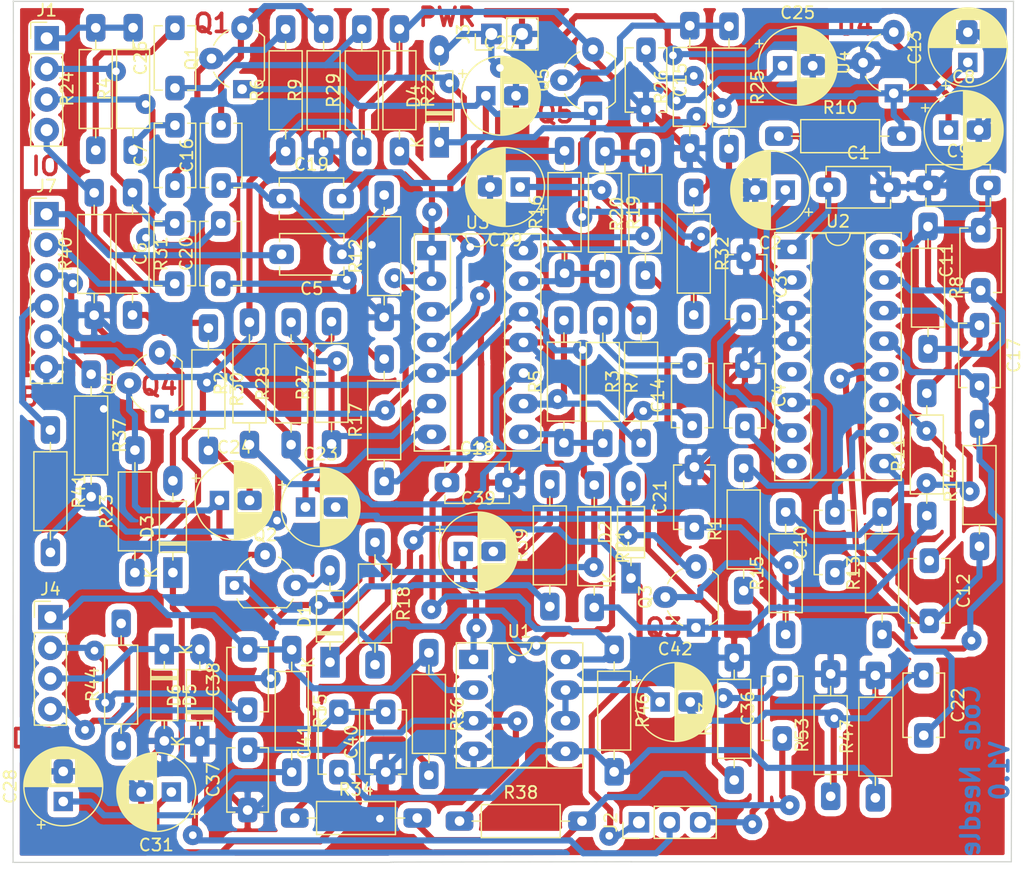
<source format=kicad_pcb>
(kicad_pcb (version 20171130) (host pcbnew "(5.0.2)-1")
  (layers (0 F.Cu signal) (31 B.Cu signal) (34 B.Paste user) (35 F.Paste user) (36 B.SilkS user) (37 F.SilkS user) (38 B.Mask user) (39 F.Mask user) (44 Edge.Cuts user))
  (net 0 "")
  (net 1 Vcc)
  (net 2 GND)
  (net 3 "Net-(C2-Pad1)")
  (net 4 "Net-(C3-Pad2)")
  (net 5 "Net-(C4-Pad2)")
  (net 6 BlendCleanIn)
  (net 7 "Net-(C6-Pad1)")
  (net 8 BlendWetIn)
  (net 9 "Net-(C7-Pad2)")
  (net 10 "Net-(C7-Pad1)")
  (net 11 VBat)
  (net 12 "Net-(C11-Pad2)")
  (net 13 "Net-(C10-Pad1)")
  (net 14 "Net-(C10-Pad2)")
  (net 15 "Net-(C11-Pad1)")
  (net 16 "Net-(C12-Pad2)")
  (net 17 "Net-(C12-Pad1)")
  (net 18 "Net-(C13-Pad1)")
  (net 19 AudioOut_a)
  (net 20 "Net-(C14-Pad2)")
  (net 21 "Net-(C16-Pad2)")
  (net 22 Clean)
  (net 23 "Net-(C17-Pad1)")
  (net 24 "Net-(C17-Pad2)")
  (net 25 V+)
  (net 26 "Net-(C20-Pad1)")
  (net 27 FeedBack_2)
  (net 28 "Net-(C21-Pad1)")
  (net 29 PTOut)
  (net 30 "Net-(C24-Pad1)")
  (net 31 "Net-(C24-Pad2)")
  (net 32 Vref)
  (net 33 "Net-(C26-Pad1)")
  (net 34 "Net-(C26-Pad2)")
  (net 35 "Net-(C29-Pad1)")
  (net 36 "Net-(D1-Pad2)")
  (net 37 BP_N)
  (net 38 "Net-(D2-Pad2)")
  (net 39 BP_P)
  (net 40 "Net-(D3-Pad2)")
  (net 41 "Net-(D4-Pad1)")
  (net 42 AudioOut)
  (net 43 FeedBack_1)
  (net 44 AudioIn)
  (net 45 "Net-(Q3-Pad2)")
  (net 46 "Net-(Q5-Pad2)")
  (net 47 "Net-(R1-Pad2)")
  (net 48 "Net-(R2-Pad1)")
  (net 49 "Net-(R5-Pad1)")
  (net 50 "Net-(R16-Pad1)")
  (net 51 "Net-(R19-Pad1)")
  (net 52 "Net-(R27-Pad1)")
  (net 53 "Net-(R28-Pad1)")
  (net 54 "Net-(U2-Pad5)")
  (net 55 "Net-(C5-Pad2)")
  (net 56 "Net-(C19-Pad2)")
  (net 57 "Net-(C22-Pad2)")
  (net 58 Distortion_Out)
  (net 59 "Net-(C28-Pad1)")
  (net 60 "Net-(C31-Pad1)")
  (net 61 "Net-(C36-Pad1)")
  (net 62 Distortion_In)
  (net 63 "Net-(C37-Pad2)")
  (net 64 Smooth_1)
  (net 65 Smooth_23)
  (net 66 "Net-(C39-Pad2)")
  (net 67 "Net-(C39-Pad1)")
  (net 68 "Net-(C40-Pad2)")
  (net 69 "Net-(C41-Pad1)")
  (net 70 "Net-(C42-Pad1)")
  (net 71 Delay_1)
  (net 72 Tone_23)
  (net 73 Tone_1)
  (net 74 CleanByP)
  (net 75 "Net-(R3-Pad1)")
  (module Package_DIP:DIP-8_W7.62mm_Socket_LongPads (layer F.Cu) (at 146.1516 125.222)
    (fp_text reference U1 (at 3.81 -2.33) (layer F.SilkS))
    (fp_text value TL072)
    (pad 1 thru_hole rect (at 0 0) (size 2.4 1.6) (drill 0.8) (layers *.Cu *.Mask) (net 67 "Net-(C39-Pad1)"))
    (pad 5 thru_hole oval (at 7.62 7.62) (size 2.4 1.6) (drill 0.8) (layers *.Cu *.Mask) (net 69 "Net-(C41-Pad1)"))
    (pad 2 thru_hole oval (at 0 2.54) (size 2.4 1.6) (drill 0.8) (layers *.Cu *.Mask) (net 64 Smooth_1))
    (pad 6 thru_hole oval (at 7.62 5.08) (size 2.4 1.6) (drill 0.8) (layers *.Cu *.Mask) (net 70 "Net-(C42-Pad1)"))
    (pad 3 thru_hole oval (at 0 5.08) (size 2.4 1.6) (drill 0.8) (layers *.Cu *.Mask) (net 63 "Net-(C37-Pad2)"))
    (pad 7 thru_hole oval (at 7.62 2.54) (size 2.4 1.6) (drill 0.8) (layers *.Cu *.Mask) (net 70 "Net-(C42-Pad1)"))
    (pad 4 thru_hole oval (at 0 7.62) (size 2.4 1.6) (drill 0.8) (layers *.Cu *.Mask) (net 2 GND))
    (pad 8 thru_hole oval (at 7.62 0) (size 2.4 1.6) (drill 0.8) (layers *.Cu *.Mask) (net 25 V+))
  )
  (module NilsLib:Kondensator_Keramik (layer F.Cu) (at 175.5648 86.0298)
    (fp_text reference C1 (at 2.5 -2.85) (layer F.SilkS))
    (fp_text value 100n)
    (pad 2 thru_hole roundrect (at 5 0) (size 2.032 1.6) (drill 0.8) (layers *.Cu *.Mask) (net 2 GND))
    (pad 1 thru_hole roundrect (at 0 0) (size 2.032 1.6) (drill 0.8) (layers *.Cu *.Mask) (net 1 Vcc))
  )
  (module NilsLib:Elko_D6.3mm_P2.50mm (layer F.Cu) (at 172.0088 86.2584 180)
    (fp_text reference C2 (at 1.25 -4.4 180) (layer F.SilkS))
    (fp_text value 47u)
    (pad 1 thru_hole rect (at 0 0 180) (size 1.6 1.6) (drill 0.8) (layers *.Cu *.Mask) (net 3 "Net-(C2-Pad1)"))
    (pad 2 thru_hole roundrect (at 2.5 0 180) (size 2.032 1.6) (drill 0.8) (layers *.Cu *.Mask) (net 2 GND))
  )
  (module NilsLib:Kondensator_Keramik (layer F.Cu) (at 168.7576 91.7956 270)
    (fp_text reference C3 (at 2.5 -2.85 270) (layer F.SilkS))
    (fp_text value 100n)
    (pad 1 thru_hole roundrect (at 0 0 270) (size 2.032 1.6) (drill 0.8) (layers *.Cu *.Mask) (net 2 GND))
    (pad 2 thru_hole roundrect (at 5 0 270) (size 2.032 1.6) (drill 0.8) (layers *.Cu *.Mask) (net 4 "Net-(C3-Pad2)"))
  )
  (module NilsLib:Kondensator_Keramik (layer F.Cu) (at 168.656 100.838 270)
    (fp_text reference C4 (at 2.5 -2.85 270) (layer F.SilkS))
    (fp_text value 100n)
    (pad 2 thru_hole roundrect (at 5 0 270) (size 2.032 1.6) (drill 0.8) (layers *.Cu *.Mask) (net 5 "Net-(C4-Pad2)"))
    (pad 1 thru_hole roundrect (at 0 0 270) (size 2.032 1.6) (drill 0.8) (layers *.Cu *.Mask) (net 2 GND))
  )
  (module NilsLib:Kondensator_Keramik (layer F.Cu) (at 135.2296 91.5924 180)
    (fp_text reference C5 (at 2.5 -2.85 180) (layer F.SilkS))
    (fp_text value 150n)
    (pad 2 thru_hole roundrect (at 5 0 180) (size 2.032 1.6) (drill 0.8) (layers *.Cu *.Mask) (net 55 "Net-(C5-Pad2)"))
    (pad 1 thru_hole roundrect (at 0 0 180) (size 2.032 1.6) (drill 0.8) (layers *.Cu *.Mask) (net 22 Clean))
  )
  (module NilsLib:Kondensator_Keramik (layer F.Cu) (at 121.3612 94.0308 90)
    (fp_text reference C6 (at 2.5 -2.85 90) (layer F.SilkS))
    (fp_text value 150n)
    (pad 1 thru_hole roundrect (at 0 0 90) (size 2.032 1.6) (drill 0.8) (layers *.Cu *.Mask) (net 7 "Net-(C6-Pad1)"))
    (pad 2 thru_hole roundrect (at 5 0 90) (size 2.032 1.6) (drill 0.8) (layers *.Cu *.Mask) (net 43 FeedBack_1))
  )
  (module NilsLib:Kondensator_Keramik (layer F.Cu) (at 121.38 85.8848 90)
    (fp_text reference C7 (at 2.5 -2.85 90) (layer F.SilkS))
    (fp_text value 47n)
    (pad 2 thru_hole roundrect (at 5 0 90) (size 2.032 1.6) (drill 0.8) (layers *.Cu *.Mask) (net 9 "Net-(C7-Pad2)"))
    (pad 1 thru_hole roundrect (at 0 0 90) (size 2.032 1.6) (drill 0.8) (layers *.Cu *.Mask) (net 10 "Net-(C7-Pad1)"))
  )
  (module NilsLib:Elko_D6.3mm_P2.50mm (layer F.Cu) (at 185.547 81.28)
    (fp_text reference C8 (at 1.25 -4.4) (layer F.SilkS))
    (fp_text value 1u)
    (pad 1 thru_hole rect (at 0 0) (size 1.6 1.6) (drill 0.8) (layers *.Cu *.Mask) (net 11 VBat))
    (pad 2 thru_hole roundrect (at 2.5 0) (size 2.032 1.6) (drill 0.8) (layers *.Cu *.Mask) (net 2 GND))
  )
  (module NilsLib:Kondensator_Keramik (layer F.Cu) (at 183.8452 85.8774)
    (fp_text reference C9 (at 2.5 -2.85) (layer F.SilkS))
    (fp_text value 5,6n)
    (pad 1 thru_hole roundrect (at 0 0) (size 2.032 1.6) (drill 0.8) (layers *.Cu *.Mask) (net 2 GND))
    (pad 2 thru_hole roundrect (at 5 0) (size 2.032 1.6) (drill 0.8) (layers *.Cu *.Mask) (net 12 "Net-(C11-Pad2)"))
  )
  (module NilsLib:Kondensator_Keramik (layer F.Cu) (at 176.1236 118.0084 90)
    (fp_text reference C10 (at 2.5 -2.85 90) (layer F.SilkS))
    (fp_text value 100n)
    (pad 1 thru_hole roundrect (at 0 0 90) (size 2.032 1.6) (drill 0.8) (layers *.Cu *.Mask) (net 13 "Net-(C10-Pad1)"))
    (pad 2 thru_hole roundrect (at 5 0 90) (size 2.032 1.6) (drill 0.8) (layers *.Cu *.Mask) (net 14 "Net-(C10-Pad2)"))
  )
  (module NilsLib:Kondensator_Keramik (layer F.Cu) (at 188.214 94.5896 90)
    (fp_text reference C11 (at 2.5 -2.85 90) (layer F.SilkS))
    (fp_text value 560p)
    (pad 2 thru_hole roundrect (at 5 0 90) (size 2.032 1.6) (drill 0.8) (layers *.Cu *.Mask) (net 12 "Net-(C11-Pad2)"))
    (pad 1 thru_hole roundrect (at 0 0 90) (size 2.032 1.6) (drill 0.8) (layers *.Cu *.Mask) (net 15 "Net-(C11-Pad1)"))
  )
  (module NilsLib:Kondensator_Keramik (layer F.Cu) (at 183.9468 117.0178 270)
    (fp_text reference C12 (at 2.5 -2.85 270) (layer F.SilkS))
    (fp_text value 100n)
    (pad 1 thru_hole roundrect (at 0 0 270) (size 2.032 1.6) (drill 0.8) (layers *.Cu *.Mask) (net 17 "Net-(C12-Pad1)"))
    (pad 2 thru_hole roundrect (at 5 0 270) (size 2.032 1.6) (drill 0.8) (layers *.Cu *.Mask) (net 16 "Net-(C12-Pad2)"))
  )
  (module NilsLib:Elko_D6.3mm_P2.50mm (layer F.Cu) (at 187.1472 75.6666 90)
    (fp_text reference C13 (at 1.25 -4.4 90) (layer F.SilkS))
    (fp_text value 100u)
    (pad 1 thru_hole rect (at 0 0 90) (size 1.6 1.6) (drill 0.8) (layers *.Cu *.Mask) (net 18 "Net-(C13-Pad1)"))
    (pad 2 thru_hole roundrect (at 2.5 0 90) (size 2.032 1.6) (drill 0.8) (layers *.Cu *.Mask) (net 2 GND))
  )
  (module NilsLib:Kondensator_Keramik (layer F.Cu) (at 164.2872 105.8164 90)
    (fp_text reference C14 (at 2.5 -2.85 90) (layer F.SilkS))
    (fp_text value 47n)
    (pad 1 thru_hole roundrect (at 0 0 90) (size 2.032 1.6) (drill 0.8) (layers *.Cu *.Mask) (net 19 AudioOut_a))
    (pad 2 thru_hole roundrect (at 5 0 90) (size 2.032 1.6) (drill 0.8) (layers *.Cu *.Mask) (net 20 "Net-(C14-Pad2)"))
  )
  (module NilsLib:Kondensator_Keramik (layer F.Cu) (at 160.4518 74.6252 270)
    (fp_text reference C15 (at 2.5 -2.85 270) (layer F.SilkS))
    (fp_text value 100n)
    (pad 1 thru_hole roundrect (at 0 0 270) (size 2.032 1.6) (drill 0.8) (layers *.Cu *.Mask) (net 18 "Net-(C13-Pad1)"))
    (pad 2 thru_hole roundrect (at 5 0 270) (size 2.032 1.6) (drill 0.8) (layers *.Cu *.Mask) (net 2 GND))
  )
  (module NilsLib:Kondensator_Keramik (layer F.Cu) (at 125.21 85.8848 90)
    (fp_text reference C16 (at 2.5 -2.85 90) (layer F.SilkS))
    (fp_text value 47n)
    (pad 2 thru_hole roundrect (at 5 0 90) (size 2.032 1.6) (drill 0.8) (layers *.Cu *.Mask) (net 21 "Net-(C16-Pad2)"))
    (pad 1 thru_hole roundrect (at 0 0 90) (size 2.032 1.6) (drill 0.8) (layers *.Cu *.Mask) (net 22 Clean))
  )
  (module NilsLib:Kondensator_Keramik (layer F.Cu) (at 188.1124 97.4852 270)
    (fp_text reference C17 (at 2.5 -2.85 270) (layer F.SilkS))
    (fp_text value 560p)
    (pad 2 thru_hole roundrect (at 5 0 270) (size 2.032 1.6) (drill 0.8) (layers *.Cu *.Mask) (net 24 "Net-(C17-Pad2)"))
    (pad 1 thru_hole roundrect (at 0 0 270) (size 2.032 1.6) (drill 0.8) (layers *.Cu *.Mask) (net 23 "Net-(C17-Pad1)"))
  )
  (module NilsLib:Kondensator_Keramik (layer F.Cu) (at 143.9418 110.5408)
    (fp_text reference C18 (at 2.5 -2.85) (layer F.SilkS))
    (fp_text value 100n)
    (pad 1 thru_hole roundrect (at 0 0) (size 2.032 1.6) (drill 0.8) (layers *.Cu *.Mask) (net 25 V+))
    (pad 2 thru_hole roundrect (at 5 0) (size 2.032 1.6) (drill 0.8) (layers *.Cu *.Mask) (net 2 GND))
  )
  (module NilsLib:Kondensator_Keramik (layer F.Cu) (at 130.2 86.9748)
    (fp_text reference C19 (at 2.5 -2.85) (layer F.SilkS))
    (fp_text value 150n)
    (pad 2 thru_hole roundrect (at 5 0) (size 2.032 1.6) (drill 0.8) (layers *.Cu *.Mask) (net 56 "Net-(C19-Pad2)"))
    (pad 1 thru_hole roundrect (at 0 0) (size 2.032 1.6) (drill 0.8) (layers *.Cu *.Mask) (net 22 Clean))
  )
  (module NilsLib:Kondensator_Keramik (layer F.Cu) (at 125.1712 94.0308 90)
    (fp_text reference C20 (at 2.5 -2.85 90) (layer F.SilkS))
    (fp_text value 150n)
    (pad 1 thru_hole roundrect (at 0 0 90) (size 2.032 1.6) (drill 0.8) (layers *.Cu *.Mask) (net 26 "Net-(C20-Pad1)"))
    (pad 2 thru_hole roundrect (at 5 0 90) (size 2.032 1.6) (drill 0.8) (layers *.Cu *.Mask) (net 27 FeedBack_2))
  )
  (module NilsLib:Kondensator_Keramik (layer F.Cu) (at 164.465 114.2492 90)
    (fp_text reference C21 (at 2.5 -2.85 90) (layer F.SilkS))
    (fp_text value 100n)
    (pad 1 thru_hole roundrect (at 0 0 90) (size 2.032 1.6) (drill 0.8) (layers *.Cu *.Mask) (net 28 "Net-(C21-Pad1)"))
    (pad 2 thru_hole roundrect (at 5 0 90) (size 2.032 1.6) (drill 0.8) (layers *.Cu *.Mask) (net 2 GND))
  )
  (module NilsLib:Kondensator_Keramik (layer F.Cu) (at 183.4896 126.5174 270)
    (fp_text reference C22 (at 2.5 -2.85 270) (layer F.SilkS))
    (fp_text value 150n)
    (pad 2 thru_hole roundrect (at 5 0 270) (size 2.032 1.6) (drill 0.8) (layers *.Cu *.Mask) (net 57 "Net-(C22-Pad2)"))
    (pad 1 thru_hole roundrect (at 0 0 270) (size 2.032 1.6) (drill 0.8) (layers *.Cu *.Mask) (net 58 Distortion_Out))
  )
  (module NilsLib:Elko_D6.3mm_P2.50mm (layer F.Cu) (at 132.207 112.5728)
    (fp_text reference C23 (at 1.25 -4.4) (layer F.SilkS))
    (fp_text value 10u)
    (pad 1 thru_hole rect (at 0 0) (size 1.6 1.6) (drill 0.8) (layers *.Cu *.Mask) (net 29 PTOut))
    (pad 2 thru_hole roundrect (at 2.5 0) (size 2.032 1.6) (drill 0.8) (layers *.Cu *.Mask) (net 28 "Net-(C21-Pad1)"))
  )
  (module NilsLib:Elko_D6.3mm_P2.50mm (layer F.Cu) (at 125.0696 112.014)
    (fp_text reference C24 (at 1.25 -4.4) (layer F.SilkS))
    (fp_text value 22u)
    (pad 2 thru_hole roundrect (at 2.5 0) (size 2.032 1.6) (drill 0.8) (layers *.Cu *.Mask) (net 31 "Net-(C24-Pad2)"))
    (pad 1 thru_hole rect (at 0 0) (size 1.6 1.6) (drill 0.8) (layers *.Cu *.Mask) (net 30 "Net-(C24-Pad1)"))
  )
  (module NilsLib:Elko_D6.3mm_P2.50mm (layer F.Cu) (at 171.7802 75.946)
    (fp_text reference C25 (at 1.25 -4.4) (layer F.SilkS))
    (fp_text value 33u)
    (pad 2 thru_hole roundrect (at 2.5 0) (size 2.032 1.6) (drill 0.8) (layers *.Cu *.Mask) (net 2 GND))
    (pad 1 thru_hole rect (at 0 0) (size 1.6 1.6) (drill 0.8) (layers *.Cu *.Mask) (net 32 Vref))
  )
  (module NilsLib:Kondensator_Keramik (layer F.Cu) (at 121.38 77.7948 90)
    (fp_text reference C26 (at 2.5 -2.85 90) (layer F.SilkS))
    (fp_text value 100n)
    (pad 1 thru_hole roundrect (at 0 0 90) (size 2.032 1.6) (drill 0.8) (layers *.Cu *.Mask) (net 33 "Net-(C26-Pad1)"))
    (pad 2 thru_hole roundrect (at 5 0 90) (size 2.032 1.6) (drill 0.8) (layers *.Cu *.Mask) (net 34 "Net-(C26-Pad2)"))
  )
  (module NilsLib:Elko_D6.3mm_P2.50mm (layer F.Cu) (at 147.1676 78.4352)
    (fp_text reference C27 (at 1.25 -4.4) (layer F.SilkS))
    (fp_text value 470u)
    (pad 2 thru_hole roundrect (at 2.5 0) (size 2.032 1.6) (drill 0.8) (layers *.Cu *.Mask) (net 2 GND))
    (pad 1 thru_hole rect (at 0 0) (size 1.6 1.6) (drill 0.8) (layers *.Cu *.Mask) (net 25 V+))
  )
  (module NilsLib:Elko_D6.3mm_P2.50mm (layer F.Cu) (at 112.1156 137.0076 90)
    (fp_text reference C28 (at 1.25 -4.4 90) (layer F.SilkS))
    (fp_text value 2,2u)
    (pad 1 thru_hole rect (at 0 0 90) (size 1.6 1.6) (drill 0.8) (layers *.Cu *.Mask) (net 59 "Net-(C28-Pad1)"))
    (pad 2 thru_hole roundrect (at 2.5 0 90) (size 2.032 1.6) (drill 0.8) (layers *.Cu *.Mask) (net 2 GND))
  )
  (module NilsLib:Elko_D6.3mm_P2.50mm (layer F.Cu) (at 150.0124 86.0044 180)
    (fp_text reference C29 (at 1.25 -4.4 180) (layer F.SilkS))
    (fp_text value 3,3u)
    (pad 2 thru_hole roundrect (at 2.5 0 180) (size 2.032 1.6) (drill 0.8) (layers *.Cu *.Mask) (net 2 GND))
    (pad 1 thru_hole rect (at 0 0 180) (size 1.6 1.6) (drill 0.8) (layers *.Cu *.Mask) (net 35 "Net-(C29-Pad1)"))
  )
  (module NilsLib:Elko_D6.3mm_P2.50mm (layer F.Cu) (at 121.0818 136.2202 180)
    (fp_text reference C31 (at 1.25 -4.4 180) (layer F.SilkS))
    (fp_text value 4,7u)
    (pad 2 thru_hole roundrect (at 2.5 0 180) (size 2.032 1.6) (drill 0.8) (layers *.Cu *.Mask) (net 2 GND))
    (pad 1 thru_hole rect (at 0 0 180) (size 1.6 1.6) (drill 0.8) (layers *.Cu *.Mask) (net 60 "Net-(C31-Pad1)"))
  )
  (module NilsLib:Kondensator_Keramik (layer F.Cu) (at 171.7548 131.7752 90)
    (fp_text reference C36 (at 2.5 -2.85 90) (layer F.SilkS))
    (fp_text value 22n)
    (pad 1 thru_hole roundrect (at 0 0 90) (size 2.032 1.6) (drill 0.8) (layers *.Cu *.Mask) (net 61 "Net-(C36-Pad1)"))
    (pad 2 thru_hole roundrect (at 5 0 90) (size 2.032 1.6) (drill 0.8) (layers *.Cu *.Mask) (net 62 Distortion_In))
  )
  (module NilsLib:Kondensator_Keramik (layer F.Cu) (at 127.4064 137.7188 90)
    (fp_text reference C37 (at 2.5 -2.85 90) (layer F.SilkS))
    (fp_text value 1n)
    (pad 2 thru_hole roundrect (at 5 0 90) (size 2.032 1.6) (drill 0.8) (layers *.Cu *.Mask) (net 63 "Net-(C37-Pad2)"))
    (pad 1 thru_hole roundrect (at 0 0 90) (size 2.032 1.6) (drill 0.8) (layers *.Cu *.Mask) (net 2 GND))
  )
  (module NilsLib:Kondensator_Keramik (layer F.Cu) (at 127.4064 129.3876 90)
    (fp_text reference C38 (at 2.5 -2.85 90) (layer F.SilkS))
    (fp_text value 680n)
    (pad 2 thru_hole roundrect (at 5 0 90) (size 2.032 1.6) (drill 0.8) (layers *.Cu *.Mask) (net 64 Smooth_1))
    (pad 1 thru_hole roundrect (at 0 0 90) (size 2.032 1.6) (drill 0.8) (layers *.Cu *.Mask) (net 65 Smooth_23))
  )
  (module NilsLib:Elko_D6.3mm_P2.50mm (layer F.Cu) (at 145.288 116.2558)
    (fp_text reference C39 (at 1.25 -4.4) (layer F.SilkS))
    (fp_text value 4,7u)
    (pad 2 thru_hole roundrect (at 2.5 0) (size 2.032 1.6) (drill 0.8) (layers *.Cu *.Mask) (net 66 "Net-(C39-Pad2)"))
    (pad 1 thru_hole rect (at 0 0) (size 1.6 1.6) (drill 0.8) (layers *.Cu *.Mask) (net 67 "Net-(C39-Pad1)"))
  )
  (module NilsLib:Kondensator_Keramik (layer F.Cu) (at 138.8618 134.5692 90)
    (fp_text reference C40 (at 2.5 -2.85 90) (layer F.SilkS))
    (fp_text value 3,3n)
    (pad 1 thru_hole roundrect (at 0 0 90) (size 2.032 1.6) (drill 0.8) (layers *.Cu *.Mask) (net 2 GND))
    (pad 2 thru_hole roundrect (at 5 0 90) (size 2.032 1.6) (drill 0.8) (layers *.Cu *.Mask) (net 68 "Net-(C40-Pad2)"))
  )
  (module NilsLib:Kondensator_Keramik (layer F.Cu) (at 134.9756 134.5692 90)
    (fp_text reference C41 (at 2.5 -2.85 90) (layer F.SilkS))
    (fp_text value 22n)
    (pad 2 thru_hole roundrect (at 5 0 90) (size 2.032 1.6) (drill 0.8) (layers *.Cu *.Mask) (net 68 "Net-(C40-Pad2)"))
    (pad 1 thru_hole roundrect (at 0 0 90) (size 2.032 1.6) (drill 0.8) (layers *.Cu *.Mask) (net 69 "Net-(C41-Pad1)"))
  )
  (module NilsLib:Elko_D6.3mm_P2.50mm (layer F.Cu) (at 161.6202 128.7526)
    (fp_text reference C42 (at 1.25 -4.4) (layer F.SilkS))
    (fp_text value 1u)
    (pad 1 thru_hole rect (at 0 0) (size 1.6 1.6) (drill 0.8) (layers *.Cu *.Mask) (net 70 "Net-(C42-Pad1)"))
    (pad 2 thru_hole roundrect (at 2.5 0) (size 2.032 1.6) (drill 0.8) (layers *.Cu *.Mask) (net 58 Distortion_Out))
  )
  (module NilsLib:Diode_Horizontal (layer F.Cu) (at 134.239 125.4506 90)
    (fp_text reference D1 (at 3.81 -2.12 90) (layer F.SilkS))
    (fp_text value 1N4148)
    (fp_text user K (at 0 -1.8 90) (layer F.SilkS))
    (pad 2 thru_hole oval (at 7.62 0 90) (size 2.54 1.6) (drill 0.8) (layers *.Cu *.Mask) (net 36 "Net-(D1-Pad2)"))
    (pad 1 thru_hole rect (at 0 0 90) (size 2.54 1.6) (drill 0.8) (layers *.Cu *.Mask) (net 37 BP_N))
  )
  (module NilsLib:Diode_Horizontal (layer F.Cu) (at 159.2072 118.4656 90)
    (fp_text reference D2 (at 3.81 -2.12 90) (layer F.SilkS))
    (fp_text value 1N4148)
    (fp_text user K (at 0 -1.8 90) (layer F.SilkS))
    (pad 2 thru_hole oval (at 7.62 0 90) (size 2.54 1.6) (drill 0.8) (layers *.Cu *.Mask) (net 38 "Net-(D2-Pad2)"))
    (pad 1 thru_hole rect (at 0 0 90) (size 2.54 1.6) (drill 0.8) (layers *.Cu *.Mask) (net 37 BP_N))
  )
  (module NilsLib:Diode_Horizontal (layer F.Cu) (at 121.2088 118.0084 90)
    (fp_text reference D3 (at 3.81 -2.12 90) (layer F.SilkS))
    (fp_text value 1N4148)
    (fp_text user K (at 0 -1.8 90) (layer F.SilkS))
    (pad 1 thru_hole rect (at 0 0 90) (size 2.54 1.6) (drill 0.8) (layers *.Cu *.Mask) (net 39 BP_P))
    (pad 2 thru_hole oval (at 7.62 0 90) (size 2.54 1.6) (drill 0.8) (layers *.Cu *.Mask) (net 40 "Net-(D3-Pad2)"))
  )
  (module NilsLib:Diode_Horizontal (layer F.Cu) (at 143.3068 82.296 90)
    (fp_text reference D4 (at 3.81 -2.12 90) (layer F.SilkS))
    (fp_text value 1N4148)
    (fp_text user K (at 0 -1.8 90) (layer F.SilkS))
    (pad 1 thru_hole rect (at 0 0 90) (size 2.54 1.6) (drill 0.8) (layers *.Cu *.Mask) (net 41 "Net-(D4-Pad1)"))
    (pad 2 thru_hole oval (at 7.62 0 90) (size 2.54 1.6) (drill 0.8) (layers *.Cu *.Mask) (net 11 VBat))
  )
  (module NilsLib:PinHeader_1x04_P2.54mm_Vertical_NIK (layer F.Cu) (at 110.74 73.6648)
    (fp_text reference J1 (at 0 -2.33) (layer F.SilkS))
    (fp_text value IO)
    (pad 1 thru_hole rect (at 0 0) (size 2.032 2.032) (drill 1) (layers *.Cu *.Mask) (net 44 AudioIn))
    (pad 2 thru_hole oval (at 0 2.54) (size 2.032 2.032) (drill 1) (layers *.Cu *.Mask) (net 43 FeedBack_1))
    (pad 3 thru_hole oval (at 0 5.08) (size 2.032 2.032) (drill 1) (layers *.Cu *.Mask) (net 27 FeedBack_2))
    (pad 4 thru_hole oval (at 0 7.62) (size 2.032 2.032) (drill 1) (layers *.Cu *.Mask) (net 42 AudioOut))
  )
  (module NilsLib:Stift_0x3 (layer F.Cu) (at 159.8676 138.7348 90)
    (fp_text reference J2 (at 0 -2.33 90) (layer F.SilkS))
    (fp_text value BYPassSW)
    (pad 1 thru_hole rect (at 0 0 90) (size 1.7 1.7) (drill 1) (layers *.Cu *.Mask) (net 37 BP_N))
    (pad 2 thru_hole roundrect (at 0 2.54 90) (size 1.7 1.7) (drill 1) (layers *.Cu *.Mask) (net 39 BP_P))
    (pad 3 thru_hole roundrect (at 0 5.08 90) (size 1.7 1.7) (drill 1) (layers *.Cu *.Mask) (net 71 Delay_1))
  )
  (module NilsLib:Stift_x02 (layer F.Cu) (at 147.6248 73.3044 90)
    (fp_text reference J3 (at 0 -2.33 90) (layer F.SilkS))
    (fp_text value Power)
    (pad 1 thru_hole rect (at 0 0 90) (size 1.7 1.7) (drill 1) (layers *.Cu *.Mask) (net 11 VBat))
    (pad 2 thru_hole roundrect (at 0 2.54 90) (size 1.7 1.7) (drill 1) (layers *.Cu *.Mask) (net 2 GND))
  )
  (module NilsLib:PinHeader_1x04_P2.54mm_Vertical_NIK (layer F.Cu) (at 111.0488 121.7168)
    (fp_text reference J4 (at 0 -2.33) (layer F.SilkS))
    (fp_text value Distortion)
    (pad 4 thru_hole oval (at 0 7.62) (size 2.032 2.032) (drill 1) (layers *.Cu *.Mask) (net 72 Tone_23))
    (pad 3 thru_hole oval (at 0 5.08) (size 2.032 2.032) (drill 1) (layers *.Cu *.Mask) (net 73 Tone_1))
    (pad 2 thru_hole oval (at 0 2.54) (size 2.032 2.032) (drill 1) (layers *.Cu *.Mask) (net 65 Smooth_23))
    (pad 1 thru_hole rect (at 0 0) (size 2.032 2.032) (drill 1) (layers *.Cu *.Mask) (net 64 Smooth_1))
  )
  (module NilsLib:PinHeader_1x06_P2.54mm_Vertical_NIK (layer F.Cu) (at 110.72 88.2648)
    (fp_text reference J7 (at 0 -2.33) (layer F.SilkS))
    (fp_text value BlendMix)
    (pad 1 thru_hole rect (at 0 0) (size 2.032 2.032) (drill 1) (layers *.Cu *.Mask) (net 55 "Net-(C5-Pad2)"))
    (pad 2 thru_hole oval (at 0 2.54) (size 2.032 2.032) (drill 1) (layers *.Cu *.Mask) (net 7 "Net-(C6-Pad1)"))
    (pad 3 thru_hole oval (at 0 5.08) (size 2.032 2.032) (drill 1) (layers *.Cu *.Mask) (net 6 BlendCleanIn))
    (pad 4 thru_hole oval (at 0 7.62) (size 2.032 2.032) (drill 1) (layers *.Cu *.Mask) (net 8 BlendWetIn))
    (pad 5 thru_hole oval (at 0 10.16) (size 2.032 2.032) (drill 1) (layers *.Cu *.Mask) (net 32 Vref))
    (pad 6 thru_hole oval (at 0 12.7) (size 2.032 2.032) (drill 1) (layers *.Cu *.Mask) (net 2 GND))
  )
  (module NilsLib:TO-92_Wide_NIK (layer F.Cu) (at 126.95 77.8848 90)
    (fp_text reference Q1 (at 2.55 -4.19 90) (layer F.SilkS))
    (fp_text value BC549)
    (pad 1 thru_hole rect (at 0 0 180) (size 1.5 1.5) (drill 0.8) (layers *.Cu *.Mask) (net 25 V+))
    (pad 3 thru_hole oval (at 5.08 0 180) (size 1.778 2.032) (drill 0.8) (layers *.Cu *.Mask) (net 21 "Net-(C16-Pad2)"))
    (pad 2 thru_hole oval (at 2.54 -2.54 180) (size 2.032 1.778) (drill 0.8) (layers *.Cu *.Mask) (net 10 "Net-(C7-Pad1)"))
  )
  (module NilsLib:TO-92_Wide_NIK (layer F.Cu) (at 126.3142 119.0752)
    (fp_text reference Q2 (at 2.55 -4.19) (layer F.SilkS))
    (fp_text value 2n5457)
    (pad 1 thru_hole rect (at 0 0 90) (size 1.5 1.5) (drill 0.8) (layers *.Cu *.Mask) (net 19 AudioOut_a))
    (pad 3 thru_hole oval (at 5.08 0 90) (size 1.778 2.032) (drill 0.8) (layers *.Cu *.Mask) (net 36 "Net-(D1-Pad2)"))
    (pad 2 thru_hole oval (at 2.54 -2.54 90) (size 2.032 1.778) (drill 0.8) (layers *.Cu *.Mask) (net 30 "Net-(C24-Pad1)"))
  )
  (module NilsLib:TO-92_Wide_NIK (layer F.Cu) (at 164.592 122.5804 90)
    (fp_text reference Q3 (at 2.55 -4.19 90) (layer F.SilkS))
    (fp_text value 2n5457)
    (pad 1 thru_hole rect (at 0 0 180) (size 1.5 1.5) (drill 0.8) (layers *.Cu *.Mask) (net 57 "Net-(C22-Pad2)"))
    (pad 3 thru_hole oval (at 5.08 0 180) (size 1.778 2.032) (drill 0.8) (layers *.Cu *.Mask) (net 38 "Net-(D2-Pad2)"))
    (pad 2 thru_hole oval (at 2.54 -2.54 180) (size 2.032 1.778) (drill 0.8) (layers *.Cu *.Mask) (net 45 "Net-(Q3-Pad2)"))
  )
  (module NilsLib:TO-92_Wide_NIK (layer F.Cu) (at 120.1166 104.8258 90)
    (fp_text reference Q4 (at 2.55 -4.19 90) (layer F.SilkS))
    (fp_text value 2n5457)
    (pad 2 thru_hole oval (at 2.54 -2.54 180) (size 2.032 1.778) (drill 0.8) (layers *.Cu *.Mask) (net 30 "Net-(C24-Pad1)"))
    (pad 3 thru_hole oval (at 5.08 0 180) (size 1.778 2.032) (drill 0.8) (layers *.Cu *.Mask) (net 40 "Net-(D3-Pad2)"))
    (pad 1 thru_hole rect (at 0 0 180) (size 1.5 1.5) (drill 0.8) (layers *.Cu *.Mask) (net 74 CleanByP))
  )
  (module NilsLib:TO-92_Wide_NIK (layer F.Cu) (at 156.0576 79.6798 90)
    (fp_text reference Q5 (at 2.55 -4.19 90) (layer F.SilkS))
    (fp_text value 2N3904)
    (pad 2 thru_hole oval (at 2.54 -2.54 180) (size 2.032 1.778) (drill 0.8) (layers *.Cu *.Mask) (net 46 "Net-(Q5-Pad2)"))
    (pad 3 thru_hole oval (at 5.08 0 180) (size 1.778 2.032) (drill 0.8) (layers *.Cu *.Mask) (net 32 Vref))
    (pad 1 thru_hole rect (at 0 0 180) (size 1.5 1.5) (drill 0.8) (layers *.Cu *.Mask) (net 25 V+))
  )
  (module NilsLib:Widerstand_liegend (layer F.Cu) (at 168.5544 119.507 90)
    (fp_text reference R1 (at 5.08 -2.37 90) (layer F.SilkS))
    (fp_text value 1k)
    (pad 2 thru_hole roundrect (at 10.16 0 90) (size 2.286 1.6) (drill 0.8) (layers *.Cu *.Mask) (net 47 "Net-(R1-Pad2)"))
    (pad 1 thru_hole roundrect (at 0 0 90) (size 2.286 1.6) (drill 0.8) (layers *.Cu *.Mask) (net 71 Delay_1))
  )
  (module NilsLib:Widerstand_liegend (layer F.Cu) (at 127.5588 107.3912 90)
    (fp_text reference R2 (at 5.08 -2.37 90) (layer F.SilkS))
    (fp_text value 1M)
    (pad 1 thru_hole roundrect (at 0 0 90) (size 2.286 1.6) (drill 0.8) (layers *.Cu *.Mask) (net 48 "Net-(R2-Pad1)"))
    (pad 2 thru_hole roundrect (at 10.16 0 90) (size 2.286 1.6) (drill 0.8) (layers *.Cu *.Mask) (net 32 Vref))
  )
  (module NilsLib:Widerstand_liegend (layer F.Cu) (at 160.0454 107.2388 90)
    (fp_text reference R3 (at 5.08 -2.37 90) (layer F.SilkS))
    (fp_text value 10k)
    (pad 2 thru_hole roundrect (at 10.16 0 90) (size 2.286 1.6) (drill 0.8) (layers *.Cu *.Mask) (net 35 "Net-(C29-Pad1)"))
    (pad 1 thru_hole roundrect (at 0 0 90) (size 2.286 1.6) (drill 0.8) (layers *.Cu *.Mask) (net 75 "Net-(R3-Pad1)"))
  )
  (module NilsLib:Widerstand_liegend (layer F.Cu) (at 117.91 82.9448 90)
    (fp_text reference R4 (at 5.08 -2.37 90) (layer F.SilkS))
    (fp_text value 1k)
    (pad 2 thru_hole roundrect (at 10.16 0 90) (size 2.286 1.6) (drill 0.8) (layers *.Cu *.Mask) (net 44 AudioIn))
    (pad 1 thru_hole roundrect (at 0 0 90) (size 2.286 1.6) (drill 0.8) (layers *.Cu *.Mask) (net 9 "Net-(C7-Pad2)"))
  )
  (module NilsLib:Widerstand_liegend (layer F.Cu) (at 153.6446 107.2388 90)
    (fp_text reference R5 (at 5.08 -2.37 90) (layer F.SilkS))
    (fp_text value 20k)
    (pad 2 thru_hole roundrect (at 10.16 0 90) (size 2.286 1.6) (drill 0.8) (layers *.Cu *.Mask) (net 75 "Net-(R3-Pad1)"))
    (pad 1 thru_hole roundrect (at 0 0 90) (size 2.286 1.6) (drill 0.8) (layers *.Cu *.Mask) (net 49 "Net-(R5-Pad1)"))
  )
  (module NilsLib:Widerstand_liegend (layer F.Cu) (at 130.56 83.0548 90)
    (fp_text reference R6 (at 5.08 -2.37 90) (layer F.SilkS))
    (fp_text value 1M)
    (pad 2 thru_hole roundrect (at 10.16 0 90) (size 2.286 1.6) (drill 0.8) (layers *.Cu *.Mask) (net 10 "Net-(C7-Pad1)"))
    (pad 1 thru_hole roundrect (at 0 0 90) (size 2.286 1.6) (drill 0.8) (layers *.Cu *.Mask) (net 32 Vref))
  )
  (module NilsLib:Widerstand_liegend (layer F.Cu) (at 156.8704 97.1042 270)
    (fp_text reference R7 (at 5.08 -2.37 270) (layer F.SilkS))
    (fp_text value 1k)
    (pad 1 thru_hole roundrect (at 0 0 270) (size 2.286 1.6) (drill 0.8) (layers *.Cu *.Mask) (net 20 "Net-(C14-Pad2)"))
    (pad 2 thru_hole roundrect (at 10.16 0 270) (size 2.286 1.6) (drill 0.8) (layers *.Cu *.Mask) (net 49 "Net-(R5-Pad1)"))
  )
  (module NilsLib:Widerstand_liegend (layer F.Cu) (at 183.8452 89.281 270)
    (fp_text reference R8 (at 5.08 -2.37 270) (layer F.SilkS))
    (fp_text value 20k)
    (pad 1 thru_hole roundrect (at 0 0 270) (size 2.286 1.6) (drill 0.8) (layers *.Cu *.Mask) (net 12 "Net-(C11-Pad2)"))
    (pad 2 thru_hole roundrect (at 10.16 0 270) (size 2.286 1.6) (drill 0.8) (layers *.Cu *.Mask) (net 15 "Net-(C11-Pad1)"))
  )
  (module NilsLib:Widerstand_liegend (layer F.Cu) (at 133.71 83.0548 90)
    (fp_text reference R9 (at 5.08 -2.37 90) (layer F.SilkS))
    (fp_text value 10k)
    (pad 1 thru_hole roundrect (at 0 0 90) (size 2.286 1.6) (drill 0.8) (layers *.Cu *.Mask) (net 2 GND))
    (pad 2 thru_hole roundrect (at 10.16 0 90) (size 2.286 1.6) (drill 0.8) (layers *.Cu *.Mask) (net 21 "Net-(C16-Pad2)"))
  )
  (module NilsLib:Widerstand_liegend (layer F.Cu) (at 171.4754 81.788)
    (fp_text reference R10 (at 5.08 -2.37) (layer F.SilkS))
    (fp_text value 10)
    (pad 2 thru_hole roundrect (at 10.16 0) (size 2.286 1.6) (drill 0.8) (layers *.Cu *.Mask) (net 18 "Net-(C13-Pad1)"))
    (pad 1 thru_hole roundrect (at 0 0) (size 2.286 1.6) (drill 0.8) (layers *.Cu *.Mask) (net 1 Vcc))
  )
  (module NilsLib:Widerstand_liegend (layer F.Cu) (at 183.7436 113.284 90)
    (fp_text reference R11 (at 5.08 -2.37 90) (layer F.SilkS))
    (fp_text value 20k)
    (pad 1 thru_hole roundrect (at 0 0 90) (size 2.286 1.6) (drill 0.8) (layers *.Cu *.Mask) (net 45 "Net-(Q3-Pad2)"))
    (pad 2 thru_hole roundrect (at 10.16 0 90) (size 2.286 1.6) (drill 0.8) (layers *.Cu *.Mask) (net 12 "Net-(C11-Pad2)"))
  )
  (module NilsLib:Widerstand_liegend (layer F.Cu) (at 138.7348 96.8248 90)
    (fp_text reference R12 (at 5.08 -2.37 90) (layer F.SilkS))
    (fp_text value 1M)
    (pad 1 thru_hole roundrect (at 0 0 90) (size 2.286 1.6) (drill 0.8) (layers *.Cu *.Mask) (net 2 GND))
    (pad 2 thru_hole roundrect (at 10.16 0 90) (size 2.286 1.6) (drill 0.8) (layers *.Cu *.Mask) (net 22 Clean))
  )
  (module NilsLib:Widerstand_liegend (layer F.Cu) (at 180.0352 123.1392 90)
    (fp_text reference R13 (at 5.08 -2.37 90) (layer F.SilkS))
    (fp_text value 20k)
    (pad 1 thru_hole roundrect (at 0 0 90) (size 2.286 1.6) (drill 0.8) (layers *.Cu *.Mask) (net 24 "Net-(C17-Pad2)"))
    (pad 2 thru_hole roundrect (at 10.16 0 90) (size 2.286 1.6) (drill 0.8) (layers *.Cu *.Mask) (net 23 "Net-(C17-Pad1)"))
  )
  (module NilsLib:Widerstand_liegend (layer F.Cu) (at 188.1124 115.824 90)
    (fp_text reference R14 (at 5.08 -2.37 90) (layer F.SilkS))
    (fp_text value 20k)
    (pad 2 thru_hole roundrect (at 10.16 0 90) (size 2.286 1.6) (drill 0.8) (layers *.Cu *.Mask) (net 24 "Net-(C17-Pad2)"))
    (pad 1 thru_hole roundrect (at 0 0 90) (size 2.286 1.6) (drill 0.8) (layers *.Cu *.Mask) (net 16 "Net-(C12-Pad2)"))
  )
  (module NilsLib:Widerstand_liegend (layer F.Cu) (at 172.0342 123.1392 90)
    (fp_text reference R15 (at 5.08 -2.37 90) (layer F.SilkS))
    (fp_text value 4,7k)
    (pad 2 thru_hole roundrect (at 10.16 0 90) (size 2.286 1.6) (drill 0.8) (layers *.Cu *.Mask) (net 23 "Net-(C17-Pad1)"))
    (pad 1 thru_hole roundrect (at 0 0 90) (size 2.286 1.6) (drill 0.8) (layers *.Cu *.Mask) (net 28 "Net-(C21-Pad1)"))
  )
  (module NilsLib:Widerstand_liegend (layer F.Cu) (at 153.6954 93.1672 90)
    (fp_text reference R16 (at 5.08 -2.37 90) (layer F.SilkS))
    (fp_text value 47k)
    (pad 1 thru_hole roundrect (at 0 0 90) (size 2.286 1.6) (drill 0.8) (layers *.Cu *.Mask) (net 50 "Net-(R16-Pad1)"))
    (pad 2 thru_hole roundrect (at 10.16 0 90) (size 2.286 1.6) (drill 0.8) (layers *.Cu *.Mask) (net 56 "Net-(C19-Pad2)"))
  )
  (module NilsLib:Widerstand_liegend (layer F.Cu) (at 138.7348 110.4392 90)
    (fp_text reference R17 (at 5.08 -2.37 90) (layer F.SilkS))
    (fp_text value 100k)
    (pad 2 thru_hole roundrect (at 10.16 0 90) (size 2.286 1.6) (drill 0.8) (layers *.Cu *.Mask) (net 26 "Net-(C20-Pad1)"))
    (pad 1 thru_hole roundrect (at 0 0 90) (size 2.286 1.6) (drill 0.8) (layers *.Cu *.Mask) (net 50 "Net-(R16-Pad1)"))
  )
  (module NilsLib:Widerstand_liegend (layer F.Cu) (at 137.9728 115.4938 270)
    (fp_text reference R18 (at 5.08 -2.37 270) (layer F.SilkS))
    (fp_text value 1M)
    (pad 2 thru_hole roundrect (at 10.16 0 270) (size 2.286 1.6) (drill 0.8) (layers *.Cu *.Mask) (net 19 AudioOut_a))
    (pad 1 thru_hole roundrect (at 0 0 270) (size 2.286 1.6) (drill 0.8) (layers *.Cu *.Mask) (net 32 Vref))
  )
  (module NilsLib:Widerstand_liegend (layer F.Cu) (at 157.0482 83.058 270)
    (fp_text reference R19 (at 5.08 -2.37 270) (layer F.SilkS))
    (fp_text value 100k)
    (pad 2 thru_hole roundrect (at 10.16 0 270) (size 2.286 1.6) (drill 0.8) (layers *.Cu *.Mask) (net 50 "Net-(R16-Pad1)"))
    (pad 1 thru_hole roundrect (at 0 0 270) (size 2.286 1.6) (drill 0.8) (layers *.Cu *.Mask) (net 51 "Net-(R19-Pad1)"))
  )
  (module NilsLib:Widerstand_liegend (layer F.Cu) (at 160.401 93.3196 90)
    (fp_text reference R20 (at 5.08 -2.37 90) (layer F.SilkS))
    (fp_text value 1k)
    (pad 1 thru_hole roundrect (at 0 0 90) (size 2.286 1.6) (drill 0.8) (layers *.Cu *.Mask) (net 62 Distortion_In))
    (pad 2 thru_hole roundrect (at 10.16 0 90) (size 2.286 1.6) (drill 0.8) (layers *.Cu *.Mask) (net 51 "Net-(R19-Pad1)"))
  )
  (module NilsLib:Widerstand_liegend (layer F.Cu) (at 156.1592 110.744 270)
    (fp_text reference R21 (at 5.08 -2.37 270) (layer F.SilkS))
    (fp_text value 1M)
    (pad 1 thru_hole roundrect (at 0 0 270) (size 2.286 1.6) (drill 0.8) (layers *.Cu *.Mask) (net 32 Vref))
    (pad 2 thru_hole roundrect (at 10.16 0 270) (size 2.286 1.6) (drill 0.8) (layers *.Cu *.Mask) (net 57 "Net-(C22-Pad2)"))
  )
  (module NilsLib:Widerstand_liegend (layer F.Cu) (at 140 72.8948 270)
    (fp_text reference R22 (at 5.08 -2.37 270) (layer F.SilkS))
    (fp_text value 1M)
    (pad 1 thru_hole roundrect (at 0 0 270) (size 2.286 1.6) (drill 0.8) (layers *.Cu *.Mask) (net 32 Vref))
    (pad 2 thru_hole roundrect (at 10.16 0 270) (size 2.286 1.6) (drill 0.8) (layers *.Cu *.Mask) (net 74 CleanByP))
  )
  (module NilsLib:Widerstand_liegend (layer F.Cu) (at 118.0592 118.0084 90)
    (fp_text reference R23 (at 5.08 -2.37 90) (layer F.SilkS))
    (fp_text value 1M)
    (pad 2 thru_hole roundrect (at 10.16 0 90) (size 2.286 1.6) (drill 0.8) (layers *.Cu *.Mask) (net 30 "Net-(C24-Pad1)"))
    (pad 1 thru_hole roundrect (at 0 0 90) (size 2.286 1.6) (drill 0.8) (layers *.Cu *.Mask) (net 32 Vref))
  )
  (module NilsLib:Widerstand_liegend (layer F.Cu) (at 114.81 82.9548 90)
    (fp_text reference R24 (at 5.08 -2.37 90) (layer F.SilkS))
    (fp_text value 1k)
    (pad 1 thru_hole roundrect (at 0 0 90) (size 2.286 1.6) (drill 0.8) (layers *.Cu *.Mask) (net 34 "Net-(C26-Pad2)"))
    (pad 2 thru_hole roundrect (at 10.16 0 90) (size 2.286 1.6) (drill 0.8) (layers *.Cu *.Mask) (net 44 AudioIn))
  )
  (module NilsLib:Widerstand_liegend (layer F.Cu) (at 167.3352 72.6694 270)
    (fp_text reference R25 (at 5.08 -2.37 270) (layer F.SilkS))
    (fp_text value 9,1k)
    (pad 2 thru_hole roundrect (at 10.16 0 270) (size 2.286 1.6) (drill 0.8) (layers *.Cu *.Mask) (net 25 V+))
    (pad 1 thru_hole roundrect (at 0 0 270) (size 2.286 1.6) (drill 0.8) (layers *.Cu *.Mask) (net 46 "Net-(Q5-Pad2)"))
  )
  (module NilsLib:Widerstand_liegend (layer F.Cu) (at 164.084 82.7786 90)
    (fp_text reference R26 (at 5.08 -2.37 90) (layer F.SilkS))
    (fp_text value 10k)
    (pad 1 thru_hole roundrect (at 0 0 90) (size 2.286 1.6) (drill 0.8) (layers *.Cu *.Mask) (net 2 GND))
    (pad 2 thru_hole roundrect (at 10.16 0 90) (size 2.286 1.6) (drill 0.8) (layers *.Cu *.Mask) (net 46 "Net-(Q5-Pad2)"))
  )
  (module NilsLib:Widerstand_liegend (layer F.Cu) (at 134.366 107.3404 90)
    (fp_text reference R27 (at 5.08 -2.37 90) (layer F.SilkS))
    (fp_text value 10k)
    (pad 1 thru_hole roundrect (at 0 0 90) (size 2.286 1.6) (drill 0.8) (layers *.Cu *.Mask) (net 52 "Net-(R27-Pad1)"))
    (pad 2 thru_hole roundrect (at 10.16 0 90) (size 2.286 1.6) (drill 0.8) (layers *.Cu *.Mask) (net 29 PTOut))
  )
  (module NilsLib:Widerstand_liegend (layer F.Cu) (at 131.0132 107.3912 90)
    (fp_text reference R28 (at 5.08 -2.37 90) (layer F.SilkS))
    (fp_text value 30k)
    (pad 2 thru_hole roundrect (at 10.16 0 90) (size 2.286 1.6) (drill 0.8) (layers *.Cu *.Mask) (net 52 "Net-(R27-Pad1)"))
    (pad 1 thru_hole roundrect (at 0 0 90) (size 2.286 1.6) (drill 0.8) (layers *.Cu *.Mask) (net 53 "Net-(R28-Pad1)"))
  )
  (module NilsLib:Widerstand_liegend (layer F.Cu) (at 136.88 83.0648 90)
    (fp_text reference R29 (at 5.08 -2.37 90) (layer F.SilkS))
    (fp_text value 1M)
    (pad 1 thru_hole roundrect (at 0 0 90) (size 2.286 1.6) (drill 0.8) (layers *.Cu *.Mask) (net 32 Vref))
    (pad 2 thru_hole roundrect (at 10.16 0 90) (size 2.286 1.6) (drill 0.8) (layers *.Cu *.Mask) (net 33 "Net-(C26-Pad1)"))
  )
  (module NilsLib:Widerstand_liegend (layer F.Cu) (at 124.1552 97.7138 270)
    (fp_text reference R30 (at 5.08 -2.37 270) (layer F.SilkS))
    (fp_text value 1k)
    (pad 2 thru_hole roundrect (at 10.16 0 270) (size 2.286 1.6) (drill 0.8) (layers *.Cu *.Mask) (net 31 "Net-(C24-Pad2)"))
    (pad 1 thru_hole roundrect (at 0 0 270) (size 2.286 1.6) (drill 0.8) (layers *.Cu *.Mask) (net 42 AudioOut))
  )
  (module NilsLib:Widerstand_liegend (layer F.Cu) (at 117.86 86.4648 270)
    (fp_text reference R31 (at 5.08 -2.37 270) (layer F.SilkS))
    (fp_text value 1k)
    (pad 2 thru_hole roundrect (at 10.16 0 270) (size 2.286 1.6) (drill 0.8) (layers *.Cu *.Mask) (net 53 "Net-(R28-Pad1)"))
    (pad 1 thru_hole roundrect (at 0 0 270) (size 2.286 1.6) (drill 0.8) (layers *.Cu *.Mask) (net 43 FeedBack_1))
  )
  (module NilsLib:Widerstand_liegend (layer F.Cu) (at 164.4142 86.4616 270)
    (fp_text reference R32 (at 5.08 -2.37 270) (layer F.SilkS))
    (fp_text value 10)
    (pad 2 thru_hole roundrect (at 10.16 0 270) (size 2.286 1.6) (drill 0.8) (layers *.Cu *.Mask) (net 25 V+))
    (pad 1 thru_hole roundrect (at 0 0 270) (size 2.286 1.6) (drill 0.8) (layers *.Cu *.Mask) (net 41 "Net-(D4-Pad1)"))
  )
  (module NilsLib:Widerstand_liegend (layer F.Cu) (at 167.767 135.2296 90)
    (fp_text reference R33 (at 5.08 -2.37 90) (layer F.SilkS))
    (fp_text value 1M)
    (pad 2 thru_hole roundrect (at 10.16 0 90) (size 2.286 1.6) (drill 0.8) (layers *.Cu *.Mask) (net 2 GND))
    (pad 1 thru_hole roundrect (at 0 0 90) (size 2.286 1.6) (drill 0.8) (layers *.Cu *.Mask) (net 62 Distortion_In))
  )
  (module NilsLib:Widerstand_liegend (layer F.Cu) (at 131.318 138.3792)
    (fp_text reference R34 (at 5.08 -2.37) (layer F.SilkS))
    (fp_text value 1M)
    (pad 2 thru_hole roundrect (at 10.16 0) (size 2.286 1.6) (drill 0.8) (layers *.Cu *.Mask) (net 61 "Net-(C36-Pad1)"))
    (pad 1 thru_hole roundrect (at 0 0) (size 2.286 1.6) (drill 0.8) (layers *.Cu *.Mask) (net 32 Vref))
  )
  (module NilsLib:Widerstand_liegend (layer F.Cu) (at 131.064 124.4092 270)
    (fp_text reference R35 (at 5.08 -2.37 270) (layer F.SilkS))
    (fp_text value 47)
    (pad 1 thru_hole roundrect (at 0 0 270) (size 2.286 1.6) (drill 0.8) (layers *.Cu *.Mask) (net 64 Smooth_1))
    (pad 2 thru_hole roundrect (at 10.16 0 270) (size 2.286 1.6) (drill 0.8) (layers *.Cu *.Mask) (net 59 "Net-(C28-Pad1)"))
  )
  (module NilsLib:Widerstand_liegend (layer F.Cu) (at 142.4432 124.6632 270)
    (fp_text reference R36 (at 5.08 -2.37 270) (layer F.SilkS))
    (fp_text value 560)
    (pad 2 thru_hole roundrect (at 10.16 0 270) (size 2.286 1.6) (drill 0.8) (layers *.Cu *.Mask) (net 60 "Net-(C31-Pad1)"))
    (pad 1 thru_hole roundrect (at 0 0 270) (size 2.286 1.6) (drill 0.8) (layers *.Cu *.Mask) (net 64 Smooth_1))
  )
  (module NilsLib:Widerstand_liegend (layer F.Cu) (at 144.9832 138.6332)
    (fp_text reference R38 (at 5.08 -2.37) (layer F.SilkS))
    (fp_text value 1k)
    (pad 1 thru_hole roundrect (at 0 0) (size 2.286 1.6) (drill 0.8) (layers *.Cu *.Mask) (net 63 "Net-(C37-Pad2)"))
    (pad 2 thru_hole roundrect (at 10.16 0) (size 2.286 1.6) (drill 0.8) (layers *.Cu *.Mask) (net 61 "Net-(C36-Pad1)"))
  )
  (module NilsLib:Widerstand_liegend (layer F.Cu) (at 152.4762 120.8278 90)
    (fp_text reference R39 (at 5.08 -2.37 90) (layer F.SilkS))
    (fp_text value 1k)
    (pad 1 thru_hole roundrect (at 0 0 90) (size 2.286 1.6) (drill 0.8) (layers *.Cu *.Mask) (net 73 Tone_1))
    (pad 2 thru_hole roundrect (at 10.16 0 90) (size 2.286 1.6) (drill 0.8) (layers *.Cu *.Mask) (net 66 "Net-(C39-Pad2)"))
  )
  (module NilsLib:Widerstand_liegend (layer F.Cu) (at 114.68 96.6448 90)
    (fp_text reference R40 (at 5.08 -2.37 90) (layer F.SilkS))
    (fp_text value 1M)
    (pad 1 thru_hole roundrect (at 0 0 90) (size 2.286 1.6) (drill 0.8) (layers *.Cu *.Mask) (net 2 GND))
    (pad 2 thru_hole roundrect (at 10.16 0 90) (size 2.286 1.6) (drill 0.8) (layers *.Cu *.Mask) (net 42 AudioOut))
  )
  (module NilsLib:Widerstand_liegend (layer F.Cu) (at 116.9162 132.3848 90)
    (fp_text reference R44 (at 5.08 -2.37 90) (layer F.SilkS))
    (fp_text value 1,5k)
    (pad 1 thru_hole roundrect (at 0 0 90) (size 2.286 1.6) (drill 0.8) (layers *.Cu *.Mask) (net 68 "Net-(C40-Pad2)"))
    (pad 2 thru_hole roundrect (at 10.16 0 90) (size 2.286 1.6) (drill 0.8) (layers *.Cu *.Mask) (net 72 Tone_23))
  )
  (module NilsLib:Widerstand_liegend (layer F.Cu) (at 157.8102 124.3838 270)
    (fp_text reference R46 (at 5.08 -2.37 270) (layer F.SilkS))
    (fp_text value 1M)
    (pad 2 thru_hole roundrect (at 10.16 0 270) (size 2.286 1.6) (drill 0.8) (layers *.Cu *.Mask) (net 69 "Net-(C41-Pad1)"))
    (pad 1 thru_hole roundrect (at 0 0 270) (size 2.286 1.6) (drill 0.8) (layers *.Cu *.Mask) (net 25 V+))
  )
  (module NilsLib:Widerstand_liegend (layer F.Cu) (at 179.4764 136.7028 90)
    (fp_text reference R47 (at 5.08 -2.37 90) (layer F.SilkS))
    (fp_text value 1M)
    (pad 1 thru_hole roundrect (at 0 0 90) (size 2.286 1.6) (drill 0.8) (layers *.Cu *.Mask) (net 69 "Net-(C41-Pad1)"))
    (pad 2 thru_hole roundrect (at 10.16 0 90) (size 2.286 1.6) (drill 0.8) (layers *.Cu *.Mask) (net 2 GND))
  )
  (module NilsLib:Widerstand_liegend (layer F.Cu) (at 175.768 136.5758 90)
    (fp_text reference R53 (at 5.08 -2.37 90) (layer F.SilkS))
    (fp_text value 10k)
    (pad 1 thru_hole roundrect (at 0 0 90) (size 2.286 1.6) (drill 0.8) (layers *.Cu *.Mask) (net 58 Distortion_Out))
    (pad 2 thru_hole roundrect (at 10.16 0 90) (size 2.286 1.6) (drill 0.8) (layers *.Cu *.Mask) (net 2 GND))
  )
  (module Package_DIP:DIP-16_W7.62mm_Socket_LongPads (layer F.Cu) (at 172.5676 91.186)
    (fp_text reference U2 (at 3.81 -2.33) (layer F.SilkS))
    (fp_text value PT2399)
    (pad 1 thru_hole rect (at 0 0) (size 2.4 1.6) (drill 0.8) (layers *.Cu *.Mask) (net 1 Vcc))
    (pad 9 thru_hole oval (at 7.62 17.78) (size 2.4 1.6) (drill 0.8) (layers *.Cu *.Mask) (net 13 "Net-(C10-Pad1)"))
    (pad 2 thru_hole oval (at 0 2.54) (size 2.4 1.6) (drill 0.8) (layers *.Cu *.Mask) (net 3 "Net-(C2-Pad1)"))
    (pad 10 thru_hole oval (at 7.62 15.24) (size 2.4 1.6) (drill 0.8) (layers *.Cu *.Mask) (net 14 "Net-(C10-Pad2)"))
    (pad 3 thru_hole oval (at 0 5.08) (size 2.4 1.6) (drill 0.8) (layers *.Cu *.Mask) (net 2 GND))
    (pad 11 thru_hole oval (at 7.62 12.7) (size 2.4 1.6) (drill 0.8) (layers *.Cu *.Mask) (net 17 "Net-(C12-Pad1)"))
    (pad 4 thru_hole oval (at 0 7.62) (size 2.4 1.6) (drill 0.8) (layers *.Cu *.Mask) (net 2 GND))
    (pad 12 thru_hole oval (at 7.62 10.16) (size 2.4 1.6) (drill 0.8) (layers *.Cu *.Mask) (net 16 "Net-(C12-Pad2)"))
    (pad 5 thru_hole oval (at 0 10.16) (size 2.4 1.6) (drill 0.8) (layers *.Cu *.Mask) (net 54 "Net-(U2-Pad5)"))
    (pad 13 thru_hole oval (at 7.62 7.62) (size 2.4 1.6) (drill 0.8) (layers *.Cu *.Mask) (net 24 "Net-(C17-Pad2)"))
    (pad 6 thru_hole oval (at 0 12.7) (size 2.4 1.6) (drill 0.8) (layers *.Cu *.Mask) (net 47 "Net-(R1-Pad2)"))
    (pad 14 thru_hole oval (at 7.62 5.08) (size 2.4 1.6) (drill 0.8) (layers *.Cu *.Mask) (net 23 "Net-(C17-Pad1)"))
    (pad 7 thru_hole oval (at 0 15.24) (size 2.4 1.6) (drill 0.8) (layers *.Cu *.Mask) (net 4 "Net-(C3-Pad2)"))
    (pad 15 thru_hole oval (at 7.62 2.54) (size 2.4 1.6) (drill 0.8) (layers *.Cu *.Mask) (net 15 "Net-(C11-Pad1)"))
    (pad 8 thru_hole oval (at 0 17.78) (size 2.4 1.6) (drill 0.8) (layers *.Cu *.Mask) (net 5 "Net-(C4-Pad2)"))
    (pad 16 thru_hole oval (at 7.62 0) (size 2.4 1.6) (drill 0.8) (layers *.Cu *.Mask) (net 12 "Net-(C11-Pad2)"))
  )
  (module Package_DIP:DIP-14_W7.62mm_Socket_LongPads (layer F.Cu) (at 142.6718 91.2876)
    (fp_text reference U3 (at 3.81 -2.33) (layer F.SilkS))
    (fp_text value TL074)
    (pad 1 thru_hole rect (at 0 0) (size 2.4 1.6) (drill 0.8) (layers *.Cu *.Mask) (net 74 CleanByP))
    (pad 8 thru_hole oval (at 7.62 15.24) (size 2.4 1.6) (drill 0.8) (layers *.Cu *.Mask) (net 49 "Net-(R5-Pad1)"))
    (pad 2 thru_hole oval (at 0 2.54) (size 2.4 1.6) (drill 0.8) (layers *.Cu *.Mask) (net 74 CleanByP))
    (pad 9 thru_hole oval (at 7.62 12.7) (size 2.4 1.6) (drill 0.8) (layers *.Cu *.Mask) (net 75 "Net-(R3-Pad1)"))
    (pad 3 thru_hole oval (at 0 5.08) (size 2.4 1.6) (drill 0.8) (layers *.Cu *.Mask) (net 33 "Net-(C26-Pad1)"))
    (pad 10 thru_hole oval (at 7.62 10.16) (size 2.4 1.6) (drill 0.8) (layers *.Cu *.Mask) (net 48 "Net-(R2-Pad1)"))
    (pad 4 thru_hole oval (at 0 7.62) (size 2.4 1.6) (drill 0.8) (layers *.Cu *.Mask) (net 25 V+))
    (pad 11 thru_hole oval (at 7.62 7.62) (size 2.4 1.6) (drill 0.8) (layers *.Cu *.Mask) (net 2 GND))
    (pad 5 thru_hole oval (at 0 10.16) (size 2.4 1.6) (drill 0.8) (layers *.Cu *.Mask) (net 32 Vref))
    (pad 12 thru_hole oval (at 7.62 5.08) (size 2.4 1.6) (drill 0.8) (layers *.Cu *.Mask) (net 32 Vref))
    (pad 6 thru_hole oval (at 0 12.7) (size 2.4 1.6) (drill 0.8) (layers *.Cu *.Mask) (net 52 "Net-(R27-Pad1)"))
    (pad 13 thru_hole oval (at 7.62 2.54) (size 2.4 1.6) (drill 0.8) (layers *.Cu *.Mask) (net 50 "Net-(R16-Pad1)"))
    (pad 7 thru_hole oval (at 0 15.24) (size 2.4 1.6) (drill 0.8) (layers *.Cu *.Mask) (net 53 "Net-(R28-Pad1)"))
    (pad 14 thru_hole oval (at 7.62 0) (size 2.4 1.6) (drill 0.8) (layers *.Cu *.Mask) (net 51 "Net-(R19-Pad1)"))
  )
  (module NilsLib:TO-92_Wide_NIK (layer F.Cu) (at 181.0004 78.232 90)
    (fp_text reference U4 (at 2.55 -4.19 90) (layer F.SilkS))
    (fp_text value L78L05_TO92)
    (pad 2 thru_hole oval (at 2.54 -2.54 180) (size 2.032 1.778) (drill 0.8) (layers *.Cu *.Mask) (net 2 GND))
    (pad 3 thru_hole oval (at 5.08 0 180) (size 1.778 2.032) (drill 0.8) (layers *.Cu *.Mask) (net 11 VBat))
    (pad 1 thru_hole rect (at 0 0 180) (size 1.5 1.5) (drill 0.8) (layers *.Cu *.Mask) (net 18 "Net-(C13-Pad1)"))
  )
  (module NilsLib:Diode_Horizontal (layer F.Cu) (at 120.4976 124.3584 270)
    (fp_text reference D5 (at 3.81 -2.12 270) (layer F.SilkS))
    (fp_text value 1N4148)
    (fp_text user K (at 0 -1.8 270) (layer F.SilkS))
    (pad 1 thru_hole rect (at 0 0 270) (size 2.54 1.6) (drill 0.8) (layers *.Cu *.Mask) (net 73 Tone_1))
    (pad 2 thru_hole oval (at 7.62 0 270) (size 2.54 1.6) (drill 0.8) (layers *.Cu *.Mask) (net 2 GND))
  )
  (module NilsLib:Diode_Horizontal (layer F.Cu) (at 123.444 132.0038 90)
    (fp_text reference D6 (at 3.81 -2.12 90) (layer F.SilkS))
    (fp_text value 1N4148)
    (fp_text user K (at 0 -1.8 90) (layer F.SilkS))
    (pad 2 thru_hole oval (at 7.62 0 90) (size 2.54 1.6) (drill 0.8) (layers *.Cu *.Mask) (net 73 Tone_1))
    (pad 1 thru_hole rect (at 0 0 90) (size 2.54 1.6) (drill 0.8) (layers *.Cu *.Mask) (net 2 GND))
  )
  (module NilsLib:Widerstand_liegend (layer F.Cu) (at 114.427 101.5492 270)
    (fp_text reference R37 (at 5.08 -2.37 270) (layer F.SilkS))
    (fp_text value 10k)
    (pad 1 thru_hole roundrect (at 0 0 270) (size 2.286 1.6) (drill 0.8) (layers *.Cu *.Mask) (net 6 BlendCleanIn))
    (pad 2 thru_hole roundrect (at 10.16 0 270) (size 2.286 1.6) (drill 0.8) (layers *.Cu *.Mask) (net 48 "Net-(R2-Pad1)"))
  )
  (module NilsLib:Widerstand_liegend (layer F.Cu) (at 111.0488 106.172 270)
    (fp_text reference R41 (at 5.08 -2.37 270) (layer F.SilkS))
    (fp_text value 10k)
    (pad 2 thru_hole roundrect (at 10.16 0 270) (size 2.286 1.6) (drill 0.8) (layers *.Cu *.Mask) (net 48 "Net-(R2-Pad1)"))
    (pad 1 thru_hole roundrect (at 0 0 270) (size 2.286 1.6) (drill 0.8) (layers *.Cu *.Mask) (net 8 BlendWetIn))
  )
  (gr_text PWR (at 143.9672 71.9074) (layer F.Cu) (effects (font (size 1.5 1.5) (thickness 0.3))))
  (gr_text Q5 (at 152.9334 79.9084) (layer F.Cu) (effects (font (size 1.5 1.5) (thickness 0.3))))
  (gr_text U4 (at 177.7746 72.6186) (layer F.Cu) (effects (font (size 1.5 1.5) (thickness 0.3))))
  (gr_text Q3 (at 161.925 122.6058) (layer F.Cu) (effects (font (size 1.5 1.5) (thickness 0.3))))
  (gr_text Q4 (at 120.0658 102.5144) (layer F.Cu) (effects (font (size 1.5 1.5) (thickness 0.3))))
  (gr_text Q2 (at 124.4346 117.0178) (layer F.Cu) (effects (font (size 1.5 1.5) (thickness 0.3))))
  (gr_text DIST (at 110.2106 131.7752) (layer F.Cu) (effects (font (size 1.5 1.5) (thickness 0.3))))
  (gr_text BLD (at 110.6424 103.4542) (layer F.Cu) (effects (font (size 1.5 1.5) (thickness 0.3))))
  (gr_text IO (at 110.6424 84.2772) (layer F.Cu) (effects (font (size 1.5 1.5) (thickness 0.3))))
  (gr_text Q1 (at 124.46 72.4154) (layer F.Cu) (effects (font (size 1.5 1.5) (thickness 0.3))))
  (gr_text "Code Needle\nV1.0" (at 188.5696 134.4676 90) (layer B.Cu) (effects (font (size 1.5 1.5) (thickness 0.3)) (justify mirror)))
  (gr_line (start 107.9754 70.5612) (end 107.95 142.0368) (angle 90) (layer Edge.Cuts) (width 0.1))
  (gr_line (start 190.754 142.0114) (end 190.9318 70.5866) (angle 90) (layer Edge.Cuts) (width 0.1))
  (gr_line (start 139.2668 142.0358) (end 159.2568 142.0058) (angle 90) (layer Edge.Cuts) (width 0.1))
  (gr_line (start 159.1968 142.0112) (end 190.74614 142.0112) (angle 90) (layer Edge.Cuts) (width 0.1))
  (gr_line (start 107.9246 142.0612) (end 139.47394 142.0612) (angle 90) (layer Edge.Cuts) (width 0.1))
  (gr_line (start 107.95 70.5998) (end 190.94958 70.5998) (angle 90) (layer Edge.Cuts) (width 0.1))
  (segment (start 171.4754 81.788) (end 173.1264 81.788) (width 0.508) (layer F.Cu) (net 1))
  (segment (start 175.5648 84.2264) (end 175.5648 86.0298) (width 0.508) (layer F.Cu) (net 1))
  (segment (start 173.1264 81.788) (end 175.5648 84.2264) (width 0.508) (layer F.Cu) (net 1))
  (segment (start 172.5676 91.186) (end 172.5676 91.059) (width 0.508) (layer B.Cu) (net 1))
  (segment (start 175.5648 88.0618) (end 175.5648 86.0298) (width 0.508) (layer B.Cu) (net 1))
  (segment (start 172.5676 91.059) (end 175.5648 88.0618) (width 0.508) (layer B.Cu) (net 1))
  (segment (start 149.6676 78.4352) (end 151.384 78.4352) (width 0.508) (layer B.Cu) (net 2))
  (segment (start 158.4998 77.6732) (end 160.4518 79.6252) (width 0.508) (layer B.Cu) (net 2))
  (segment (start 155.4226 77.6732) (end 158.4998 77.6732) (width 0.508) (layer B.Cu) (net 2))
  (segment (start 154.051 79.0448) (end 155.4226 77.6732) (width 0.508) (layer B.Cu) (net 2))
  (segment (start 151.9936 79.0448) (end 154.051 79.0448) (width 0.508) (layer B.Cu) (net 2))
  (segment (start 151.384 78.4352) (end 151.9936 79.0448) (width 0.508) (layer B.Cu) (net 2))
  (segment (start 149.6676 78.4352) (end 149.6676 76.4178) (width 0.508) (layer B.Cu) (net 2))
  (segment (start 150.1648 75.9206) (end 150.1648 73.3044) (width 0.508) (layer B.Cu) (net 2))
  (segment (start 149.6676 76.4178) (end 150.1648 75.9206) (width 0.508) (layer B.Cu) (net 2))
  (segment (start 174.2802 75.946) (end 178.2064 75.946) (width 0.508) (layer B.Cu) (net 2))
  (segment (start 178.2064 75.946) (end 178.4604 75.692) (width 0.508) (layer B.Cu) (net 2))
  (segment (start 178.4604 75.692) (end 182.88 75.692) (width 0.508) (layer B.Cu) (net 2))
  (segment (start 186.7554 73.5584) (end 187.1472 73.1666) (width 0.508) (layer B.Cu) (net 2))
  (segment (start 185.0136 73.5584) (end 186.7554 73.5584) (width 0.508) (layer B.Cu) (net 2))
  (segment (start 182.88 75.692) (end 185.0136 73.5584) (width 0.508) (layer B.Cu) (net 2))
  (segment (start 180.5648 86.0298) (end 183.6928 86.0298) (width 0.508) (layer B.Cu) (net 2))
  (segment (start 183.6928 86.0298) (end 183.8452 85.8774) (width 0.508) (layer B.Cu) (net 2))
  (segment (start 133.71 83.0548) (end 134.0072 83.0548) (width 0.508) (layer F.Cu) (net 2))
  (segment (start 134.0072 83.0548) (end 137.16 86.2076) (width 0.508) (layer F.Cu) (net 2))
  (segment (start 137.16 86.2076) (end 137.16 90.6526) (width 0.508) (layer F.Cu) (net 2))
  (segment (start 137.16 95.25) (end 138.7348 96.8248) (width 0.508) (layer F.Cu) (net 2))
  (segment (start 137.16 90.6526) (end 137.16 95.25) (width 0.508) (layer F.Cu) (net 2))
  (segment (start 114.68 96.6448) (end 114.8566 96.6448) (width 0.508) (layer B.Cu) (net 2))
  (segment (start 137.0584 95.1484) (end 138.7348 96.8248) (width 0.508) (layer B.Cu) (net 2))
  (segment (start 126.873 95.1484) (end 137.0584 95.1484) (width 0.508) (layer B.Cu) (net 2))
  (segment (start 126.1618 95.8596) (end 126.873 95.1484) (width 0.508) (layer B.Cu) (net 2))
  (segment (start 122.7328 95.8596) (end 126.1618 95.8596) (width 0.508) (layer B.Cu) (net 2))
  (segment (start 122.1994 96.393) (end 122.7328 95.8596) (width 0.508) (layer B.Cu) (net 2))
  (segment (start 122.174 96.393) (end 122.1994 96.393) (width 0.508) (layer B.Cu) (net 2))
  (segment (start 114.8566 96.6448) (end 116.3066 98.0948) (width 0.508) (layer B.Cu) (net 2))
  (segment (start 116.3066 98.0948) (end 116.3066 98.678998) (width 0.508) (layer B.Cu) (net 2))
  (segment (start 116.3066 98.678998) (end 116.433598 98.552) (width 0.508) (layer B.Cu) (net 2))
  (segment (start 116.433598 98.552) (end 117.1956 98.552) (width 0.508) (layer B.Cu) (net 2))
  (segment (start 117.1956 98.552) (end 117.5258 98.8822) (width 0.508) (layer B.Cu) (net 2))
  (segment (start 117.5258 98.8822) (end 118.5418 98.8822) (width 0.508) (layer B.Cu) (net 2))
  (segment (start 118.5418 98.8822) (end 119.7356 97.6884) (width 0.508) (layer B.Cu) (net 2))
  (segment (start 119.7356 97.6884) (end 120.8786 97.6884) (width 0.508) (layer B.Cu) (net 2))
  (segment (start 120.8786 97.6884) (end 122.174 96.393) (width 0.508) (layer B.Cu) (net 2))
  (segment (start 147.5124 86.0044) (end 147.5124 84.9738) (width 0.508) (layer F.Cu) (net 2))
  (segment (start 149.6676 82.8186) (end 149.6676 78.4352) (width 0.508) (layer F.Cu) (net 2))
  (segment (start 147.5124 84.9738) (end 149.6676 82.8186) (width 0.508) (layer F.Cu) (net 2))
  (segment (start 147.5124 86.0044) (end 145.9484 86.0044) (width 0.508) (layer B.Cu) (net 2))
  (segment (start 137.5664 90.6526) (end 137.16 90.6526) (width 0.508) (layer F.Cu) (net 2))
  (segment (start 137.7188 90.805) (end 137.5664 90.6526) (width 0.508) (layer F.Cu) (net 2))
  (via (at 137.7188 90.805) (size 1.651) (drill 0.635) (layers F.Cu B.Cu) (net 2))
  (segment (start 138.0744 90.805) (end 137.7188 90.805) (width 0.508) (layer B.Cu) (net 2))
  (segment (start 140.1064 88.773) (end 138.0744 90.805) (width 0.508) (layer B.Cu) (net 2))
  (segment (start 140.1064 87.8078) (end 140.1064 88.773) (width 0.508) (layer B.Cu) (net 2))
  (segment (start 141.3002 86.614) (end 140.1064 87.8078) (width 0.508) (layer B.Cu) (net 2))
  (segment (start 145.3388 86.614) (end 141.3002 86.614) (width 0.508) (layer B.Cu) (net 2))
  (segment (start 145.9484 86.0044) (end 145.3388 86.614) (width 0.508) (layer B.Cu) (net 2))
  (segment (start 120.4976 131.9784) (end 123.4186 131.9784) (width 0.508) (layer B.Cu) (net 2))
  (segment (start 123.4186 131.9784) (end 123.444 132.0038) (width 0.508) (layer B.Cu) (net 2))
  (segment (start 112.1156 134.5076) (end 116.8692 134.5076) (width 0.508) (layer B.Cu) (net 2))
  (segment (start 116.8692 134.5076) (end 118.5818 136.2202) (width 0.508) (layer B.Cu) (net 2))
  (segment (start 118.5818 136.2202) (end 118.5818 134.1482) (width 0.508) (layer F.Cu) (net 2))
  (segment (start 120.4976 132.2324) (end 120.4976 131.9784) (width 0.508) (layer F.Cu) (net 2))
  (segment (start 118.5818 134.1482) (end 120.4976 132.2324) (width 0.508) (layer F.Cu) (net 2))
  (segment (start 127.4064 137.7188) (end 127.254 137.7188) (width 0.508) (layer F.Cu) (net 2))
  (segment (start 123.444 133.9088) (end 123.444 132.0038) (width 0.508) (layer F.Cu) (net 2))
  (segment (start 127.254 137.7188) (end 123.444 133.9088) (width 0.508) (layer F.Cu) (net 2))
  (segment (start 146.1516 132.842) (end 144.0688 132.842) (width 0.508) (layer B.Cu) (net 2))
  (segment (start 143.3068 132.08) (end 141.0716 132.08) (width 0.508) (layer B.Cu) (net 2))
  (segment (start 144.0688 132.842) (end 143.3068 132.08) (width 0.508) (layer B.Cu) (net 2))
  (segment (start 167.767 125.0696) (end 172.974 125.0696) (width 0.508) (layer B.Cu) (net 2))
  (segment (start 174.3202 126.4158) (end 175.768 126.4158) (width 0.508) (layer B.Cu) (net 2))
  (segment (start 172.974 125.0696) (end 174.3202 126.4158) (width 0.508) (layer B.Cu) (net 2))
  (segment (start 175.768 126.4158) (end 179.3494 126.4158) (width 0.508) (layer B.Cu) (net 2))
  (segment (start 179.3494 126.4158) (end 179.4764 126.5428) (width 0.508) (layer B.Cu) (net 2))
  (segment (start 168.7576 91.7956) (end 168.7576 93.2688) (width 0.508) (layer B.Cu) (net 2))
  (segment (start 171.7548 96.266) (end 172.5676 96.266) (width 0.508) (layer B.Cu) (net 2))
  (segment (start 168.7576 93.2688) (end 171.7548 96.266) (width 0.508) (layer B.Cu) (net 2))
  (segment (start 172.5676 96.266) (end 172.5676 98.806) (width 0.508) (layer B.Cu) (net 2))
  (segment (start 168.656 100.838) (end 168.656 100.4824) (width 0.508) (layer B.Cu) (net 2))
  (segment (start 170.3324 98.806) (end 172.5676 98.806) (width 0.508) (layer B.Cu) (net 2))
  (segment (start 168.656 100.4824) (end 170.3324 98.806) (width 0.508) (layer B.Cu) (net 2))
  (segment (start 164.465 109.2492) (end 165.2994 109.2492) (width 0.508) (layer F.Cu) (net 2))
  (segment (start 165.2994 109.2492) (end 166.3954 108.1532) (width 0.508) (layer F.Cu) (net 2))
  (segment (start 166.3954 108.1532) (end 166.3954 103.0986) (width 0.508) (layer F.Cu) (net 2))
  (segment (start 166.3954 103.0986) (end 168.656 100.838) (width 0.508) (layer F.Cu) (net 2))
  (segment (start 168.7576 91.7956) (end 168.7576 87.0096) (width 0.508) (layer B.Cu) (net 2))
  (segment (start 168.7576 87.0096) (end 169.5088 86.2584) (width 0.508) (layer B.Cu) (net 2))
  (segment (start 169.5088 86.2584) (end 169.5088 85.431) (width 0.508) (layer B.Cu) (net 2))
  (segment (start 169.5088 85.431) (end 170.8404 84.0994) (width 0.508) (layer B.Cu) (net 2))
  (segment (start 170.8404 84.0994) (end 178.6344 84.0994) (width 0.508) (layer B.Cu) (net 2))
  (segment (start 178.6344 84.0994) (end 180.5648 86.0298) (width 0.508) (layer B.Cu) (net 2))
  (segment (start 160.4518 79.6252) (end 160.6512 79.6252) (width 0.508) (layer F.Cu) (net 2))
  (segment (start 163.8046 82.7786) (end 164.084 82.7786) (width 0.508) (layer F.Cu) (net 2))
  (segment (start 160.6512 79.6252) (end 163.8046 82.7786) (width 0.508) (layer F.Cu) (net 2))
  (segment (start 164.084 82.7786) (end 164.084 82.931) (width 0.508) (layer B.Cu) (net 2))
  (segment (start 168.442 85.1916) (end 169.5088 86.2584) (width 0.508) (layer B.Cu) (net 2))
  (segment (start 166.3446 85.1916) (end 168.442 85.1916) (width 0.508) (layer B.Cu) (net 2))
  (segment (start 164.084 82.931) (end 166.3446 85.1916) (width 0.508) (layer B.Cu) (net 2))
  (segment (start 114.68 96.6448) (end 114.68 97.3318) (width 0.508) (layer F.Cu) (net 2))
  (segment (start 110.72 102.3634) (end 110.72 100.9648) (width 0.508) (layer B.Cu) (net 2))
  (segment (start 112.5474 104.1908) (end 110.72 102.3634) (width 0.508) (layer B.Cu) (net 2))
  (segment (start 115.2398 104.1908) (end 112.5474 104.1908) (width 0.508) (layer B.Cu) (net 2))
  (segment (start 115.4684 104.4194) (end 115.2398 104.1908) (width 0.508) (layer B.Cu) (net 2))
  (via (at 115.4684 104.4194) (size 1.651) (drill 0.635) (layers F.Cu B.Cu) (net 2))
  (segment (start 115.9764 103.9114) (end 115.4684 104.4194) (width 0.508) (layer F.Cu) (net 2))
  (segment (start 115.9764 98.6282) (end 115.9764 103.9114) (width 0.508) (layer F.Cu) (net 2))
  (segment (start 114.68 97.3318) (end 115.9764 98.6282) (width 0.508) (layer F.Cu) (net 2))
  (segment (start 150.2918 98.9076) (end 150.622 98.9076) (width 0.508) (layer B.Cu) (net 2))
  (segment (start 150.622 98.9076) (end 153.0096 101.2952) (width 0.508) (layer B.Cu) (net 2))
  (segment (start 153.0096 101.2952) (end 157.3022 101.2952) (width 0.508) (layer B.Cu) (net 2))
  (segment (start 157.3022 101.2952) (end 159.258 103.251) (width 0.508) (layer B.Cu) (net 2))
  (segment (start 159.258 103.251) (end 164.8968 103.251) (width 0.508) (layer B.Cu) (net 2))
  (segment (start 164.8968 103.251) (end 166.1922 104.5464) (width 0.508) (layer B.Cu) (net 2))
  (segment (start 166.1922 104.5464) (end 166.1922 107.522) (width 0.508) (layer B.Cu) (net 2))
  (segment (start 166.1922 107.522) (end 164.465 109.2492) (width 0.508) (layer B.Cu) (net 2))
  (segment (start 148.9418 110.5408) (end 148.9418 111.2736) (width 0.508) (layer B.Cu) (net 2))
  (segment (start 148.9418 111.2736) (end 150.3426 112.6744) (width 0.508) (layer B.Cu) (net 2))
  (segment (start 150.3426 112.6744) (end 160.147002 112.6744) (width 0.508) (layer B.Cu) (net 2))
  (segment (start 160.147002 112.6744) (end 163.572202 109.2492) (width 0.508) (layer B.Cu) (net 2))
  (segment (start 163.572202 109.2492) (end 164.465 109.2492) (width 0.508) (layer B.Cu) (net 2))
  (segment (start 127.4064 137.7188) (end 127.9398 137.7188) (width 0.508) (layer B.Cu) (net 2))
  (segment (start 138.43 135.001) (end 138.8618 134.5692) (width 0.508) (layer F.Cu) (net 2))
  (segment (start 138.43 138.3792) (end 138.43 135.001) (width 0.508) (layer F.Cu) (net 2))
  (segment (start 138.3792 138.43) (end 138.43 138.3792) (width 0.508) (layer F.Cu) (net 2))
  (via (at 138.3792 138.43) (size 1.651) (drill 0.635) (layers F.Cu B.Cu) (net 2))
  (segment (start 136.017 138.43) (end 138.3792 138.43) (width 0.508) (layer B.Cu) (net 2))
  (segment (start 134.1374 136.5504) (end 136.017 138.43) (width 0.508) (layer B.Cu) (net 2))
  (segment (start 129.1082 136.5504) (end 134.1374 136.5504) (width 0.508) (layer B.Cu) (net 2))
  (segment (start 127.9398 137.7188) (end 129.1082 136.5504) (width 0.508) (layer B.Cu) (net 2))
  (segment (start 138.8618 134.5692) (end 138.8618 134.2898) (width 0.508) (layer B.Cu) (net 2))
  (segment (start 138.8618 134.2898) (end 141.0716 132.08) (width 0.508) (layer B.Cu) (net 2))
  (segment (start 146.1516 132.842) (end 149.6568 132.842) (width 0.508) (layer B.Cu) (net 2))
  (segment (start 151.1262 108.3564) (end 148.9418 110.5408) (width 0.508) (layer F.Cu) (net 2))
  (segment (start 151.6888 108.3564) (end 151.1262 108.3564) (width 0.508) (layer F.Cu) (net 2))
  (segment (start 152.2984 108.966) (end 151.6888 108.3564) (width 0.508) (layer F.Cu) (net 2))
  (segment (start 153.416 108.966) (end 152.2984 108.966) (width 0.508) (layer F.Cu) (net 2))
  (segment (start 153.6446 109.1946) (end 153.416 108.966) (width 0.508) (layer F.Cu) (net 2))
  (segment (start 153.7208 109.1946) (end 153.6446 109.1946) (width 0.508) (layer F.Cu) (net 2))
  (segment (start 154.2288 109.7026) (end 153.7208 109.1946) (width 0.508) (layer F.Cu) (net 2))
  (segment (start 154.2288 111.7854) (end 154.2288 109.7026) (width 0.508) (layer F.Cu) (net 2))
  (segment (start 154.6606 112.2172) (end 154.2288 111.7854) (width 0.508) (layer F.Cu) (net 2))
  (segment (start 154.6606 113.8174) (end 154.6606 112.2172) (width 0.508) (layer F.Cu) (net 2))
  (segment (start 149.3012 119.1768) (end 154.6606 113.8174) (width 0.508) (layer F.Cu) (net 2))
  (segment (start 149.3012 125.1712) (end 149.3012 119.1768) (width 0.508) (layer F.Cu) (net 2))
  (segment (start 149.352 125.222) (end 149.3012 125.1712) (width 0.508) (layer F.Cu) (net 2))
  (via (at 149.352 125.222) (size 1.651) (drill 0.635) (layers F.Cu B.Cu) (net 2))
  (segment (start 151.3332 127.2032) (end 149.352 125.222) (width 0.508) (layer B.Cu) (net 2))
  (segment (start 151.3332 131.1656) (end 151.3332 127.2032) (width 0.508) (layer B.Cu) (net 2))
  (segment (start 149.6568 132.842) (end 151.3332 131.1656) (width 0.508) (layer B.Cu) (net 2))
  (segment (start 175.768 126.4158) (end 175.768 122.3772) (width 0.508) (layer F.Cu) (net 2))
  (segment (start 165.9382 110.7224) (end 164.465 109.2492) (width 0.508) (layer F.Cu) (net 2))
  (segment (start 165.9382 112.7506) (end 165.9382 110.7224) (width 0.508) (layer F.Cu) (net 2))
  (segment (start 168.5036 115.316) (end 165.9382 112.7506) (width 0.508) (layer F.Cu) (net 2))
  (segment (start 173.2788 115.316) (end 168.5036 115.316) (width 0.508) (layer F.Cu) (net 2))
  (segment (start 174.0916 116.1288) (end 173.2788 115.316) (width 0.508) (layer F.Cu) (net 2))
  (segment (start 174.0916 120.7008) (end 174.0916 116.1288) (width 0.508) (layer F.Cu) (net 2))
  (segment (start 175.768 122.3772) (end 174.0916 120.7008) (width 0.508) (layer F.Cu) (net 2))
  (segment (start 187.1472 73.1666) (end 187.7714 73.1666) (width 0.508) (layer B.Cu) (net 2))
  (segment (start 189.1284 80.1986) (end 188.047 81.28) (width 0.508) (layer B.Cu) (net 2))
  (segment (start 189.1284 74.5236) (end 189.1284 80.1986) (width 0.508) (layer B.Cu) (net 2))
  (segment (start 187.7714 73.1666) (end 189.1284 74.5236) (width 0.508) (layer B.Cu) (net 2))
  (segment (start 183.8452 85.8774) (end 184.4802 85.8774) (width 0.508) (layer B.Cu) (net 2))
  (segment (start 188.047 82.59) (end 188.047 81.28) (width 0.508) (layer B.Cu) (net 2))
  (segment (start 187.3504 83.2866) (end 188.047 82.59) (width 0.508) (layer B.Cu) (net 2))
  (segment (start 187.071 83.2866) (end 187.3504 83.2866) (width 0.508) (layer B.Cu) (net 2))
  (segment (start 184.4802 85.8774) (end 187.071 83.2866) (width 0.508) (layer B.Cu) (net 2))
  (segment (start 172.5676 93.726) (end 171.3738 93.726) (width 0.508) (layer B.Cu) (net 3))
  (segment (start 172.0088 86.9696) (end 172.0088 86.2584) (width 0.508) (layer B.Cu) (net 3))
  (segment (start 170.4594 88.519) (end 172.0088 86.9696) (width 0.508) (layer B.Cu) (net 3))
  (segment (start 170.4594 92.8116) (end 170.4594 88.519) (width 0.508) (layer B.Cu) (net 3))
  (segment (start 171.3738 93.726) (end 170.4594 92.8116) (width 0.508) (layer B.Cu) (net 3))
  (segment (start 172.5676 106.426) (end 172.1104 106.426) (width 0.508) (layer B.Cu) (net 4))
  (segment (start 166.5986 98.9546) (end 168.7576 96.7956) (width 0.508) (layer B.Cu) (net 4))
  (segment (start 166.5986 102.2096) (end 166.5986 98.9546) (width 0.508) (layer B.Cu) (net 4))
  (segment (start 167.4114 103.0224) (end 166.5986 102.2096) (width 0.508) (layer B.Cu) (net 4))
  (segment (start 167.9702 103.0224) (end 167.4114 103.0224) (width 0.508) (layer B.Cu) (net 4))
  (segment (start 169.0116 104.0638) (end 167.9702 103.0224) (width 0.508) (layer B.Cu) (net 4))
  (segment (start 169.7482 104.0638) (end 169.0116 104.0638) (width 0.508) (layer B.Cu) (net 4))
  (segment (start 172.1104 106.426) (end 169.7482 104.0638) (width 0.508) (layer B.Cu) (net 4))
  (segment (start 168.656 105.838) (end 168.656 106.1212) (width 0.508) (layer B.Cu) (net 5))
  (segment (start 171.5008 108.966) (end 172.5676 108.966) (width 0.508) (layer B.Cu) (net 5))
  (segment (start 168.656 106.1212) (end 171.5008 108.966) (width 0.508) (layer B.Cu) (net 5))
  (segment (start 110.72 93.3448) (end 112.2678 93.3448) (width 0.508) (layer B.Cu) (net 6))
  (segment (start 112.776 99.8982) (end 114.427 101.5492) (width 0.508) (layer F.Cu) (net 6))
  (segment (start 112.776 94.1578) (end 112.776 99.8982) (width 0.508) (layer F.Cu) (net 6))
  (segment (start 112.9284 94.0054) (end 112.776 94.1578) (width 0.508) (layer F.Cu) (net 6))
  (via (at 112.9284 94.0054) (size 1.651) (drill 0.635) (layers F.Cu B.Cu) (net 6))
  (segment (start 112.2678 93.3448) (end 112.9284 94.0054) (width 0.508) (layer B.Cu) (net 6))
  (segment (start 110.72 90.8048) (end 111.8614 90.8048) (width 0.508) (layer B.Cu) (net 7))
  (segment (start 115.0874 94.0308) (end 121.3612 94.0308) (width 0.508) (layer B.Cu) (net 7))
  (segment (start 111.8614 90.8048) (end 115.0874 94.0308) (width 0.508) (layer B.Cu) (net 7))
  (segment (start 110.72 95.8848) (end 109.6774 95.8848) (width 0.508) (layer B.Cu) (net 8))
  (segment (start 108.712 103.8352) (end 111.0488 106.172) (width 0.508) (layer B.Cu) (net 8))
  (segment (start 108.712 96.8502) (end 108.712 103.8352) (width 0.508) (layer B.Cu) (net 8))
  (segment (start 109.6774 95.8848) (end 108.712 96.8502) (width 0.508) (layer B.Cu) (net 8))
  (segment (start 117.91 82.9448) (end 117.91 82.4706) (width 0.508) (layer B.Cu) (net 9))
  (segment (start 119.4958 80.8848) (end 121.38 80.8848) (width 0.508) (layer B.Cu) (net 9))
  (segment (start 117.91 82.4706) (end 119.4958 80.8848) (width 0.508) (layer B.Cu) (net 9))
  (segment (start 128.8296 74.6252) (end 130.56 72.8948) (width 0.508) (layer B.Cu) (net 10))
  (segment (start 124.41 75.3448) (end 125.5438 75.3448) (width 0.508) (layer B.Cu) (net 10))
  (segment (start 126.2634 74.6252) (end 128.8296 74.6252) (width 0.508) (layer B.Cu) (net 10))
  (segment (start 125.5438 75.3448) (end 126.2634 74.6252) (width 0.508) (layer B.Cu) (net 10))
  (segment (start 121.38 85.8848) (end 121.38 84.9188) (width 0.508) (layer F.Cu) (net 10))
  (segment (start 123.2408 76.514) (end 124.41 75.3448) (width 0.508) (layer F.Cu) (net 10))
  (segment (start 123.2408 83.058) (end 123.2408 76.514) (width 0.508) (layer F.Cu) (net 10))
  (segment (start 121.38 84.9188) (end 123.2408 83.058) (width 0.508) (layer F.Cu) (net 10))
  (segment (start 143.3068 74.676) (end 143.8656 74.676) (width 0.508) (layer B.Cu) (net 11))
  (segment (start 145.2372 73.3044) (end 147.6248 73.3044) (width 0.508) (layer B.Cu) (net 11))
  (segment (start 143.8656 74.676) (end 145.2372 73.3044) (width 0.508) (layer B.Cu) (net 11))
  (segment (start 147.6248 73.3044) (end 147.6248 75.4126) (width 0.508) (layer B.Cu) (net 11))
  (segment (start 170.7642 73.152) (end 181.0004 73.152) (width 0.508) (layer B.Cu) (net 11))
  (segment (start 168.9354 74.9808) (end 170.7642 73.152) (width 0.508) (layer B.Cu) (net 11))
  (segment (start 162.7886 74.9808) (end 168.9354 74.9808) (width 0.508) (layer B.Cu) (net 11))
  (segment (start 162.687 75.0824) (end 162.7886 74.9808) (width 0.508) (layer B.Cu) (net 11))
  (via (at 162.687 75.0824) (size 1.651) (drill 0.635) (layers F.Cu B.Cu) (net 11))
  (segment (start 162.7632 75.1586) (end 162.687 75.0824) (width 0.508) (layer F.Cu) (net 11))
  (segment (start 163.2712 75.1586) (end 162.7632 75.1586) (width 0.508) (layer F.Cu) (net 11))
  (segment (start 162.2552 74.1426) (end 163.2712 75.1586) (width 0.508) (layer F.Cu) (net 11))
  (segment (start 162.2552 72.898) (end 162.2552 74.1426) (width 0.508) (layer F.Cu) (net 11))
  (segment (start 161.1884 71.8312) (end 162.2552 72.898) (width 0.508) (layer F.Cu) (net 11))
  (segment (start 154.6606 71.8312) (end 161.1884 71.8312) (width 0.508) (layer F.Cu) (net 11))
  (segment (start 154.305 72.1868) (end 154.6606 71.8312) (width 0.508) (layer F.Cu) (net 11))
  (segment (start 154.305 72.771) (end 154.305 72.1868) (width 0.508) (layer F.Cu) (net 11))
  (segment (start 151.257 75.819) (end 154.305 72.771) (width 0.508) (layer F.Cu) (net 11))
  (segment (start 148.6408 75.819) (end 151.257 75.819) (width 0.508) (layer F.Cu) (net 11))
  (segment (start 148.336 76.1238) (end 148.6408 75.819) (width 0.508) (layer F.Cu) (net 11))
  (via (at 148.336 76.1238) (size 1.651) (drill 0.635) (layers F.Cu B.Cu) (net 11))
  (segment (start 147.6248 75.4126) (end 148.336 76.1238) (width 0.508) (layer B.Cu) (net 11))
  (segment (start 181.0004 73.152) (end 181.0004 73.914) (width 0.508) (layer F.Cu) (net 11))
  (segment (start 185.547 78.4606) (end 185.547 81.28) (width 0.508) (layer F.Cu) (net 11))
  (segment (start 181.0004 73.914) (end 185.547 78.4606) (width 0.508) (layer F.Cu) (net 11))
  (segment (start 183.8452 89.535) (end 186.4106 89.535) (width 0.508) (layer B.Cu) (net 12))
  (segment (start 186.4106 89.535) (end 188.1594 89.535) (width 0.508) (layer B.Cu) (net 12))
  (segment (start 188.1594 89.535) (end 188.214 89.5896) (width 0.508) (layer B.Cu) (net 12))
  (segment (start 180.1876 91.186) (end 182.1942 91.186) (width 0.508) (layer B.Cu) (net 12))
  (segment (start 182.1942 91.186) (end 182.9435 90.4367) (width 0.508) (layer B.Cu) (net 12))
  (segment (start 182.9435 90.4367) (end 183.8452 89.535) (width 0.508) (layer B.Cu) (net 12))
  (segment (start 182.9435 90.4367) (end 182.9435 90.1827) (width 0.508) (layer B.Cu) (net 12))
  (segment (start 182.9435 90.1827) (end 183.515 89.6112) (width 0.508) (layer B.Cu) (net 12))
  (segment (start 183.515 89.6112) (end 186.4106 89.6112) (width 0.508) (layer B.Cu) (net 12))
  (segment (start 186.4106 89.6112) (end 186.4106 89.535) (width 0.508) (layer B.Cu) (net 12))
  (segment (start 183.8452 94.1324) (end 183.8452 89.281) (width 0.508) (layer F.Cu) (net 12))
  (segment (start 183.7436 103.124) (end 183.7436 102.8192) (width 0.508) (layer F.Cu) (net 12))
  (segment (start 185.547 95.8342) (end 183.8452 94.1324) (width 0.508) (layer F.Cu) (net 12))
  (segment (start 185.547 101.0158) (end 185.547 95.8342) (width 0.508) (layer F.Cu) (net 12))
  (segment (start 183.7436 102.8192) (end 185.547 101.0158) (width 0.508) (layer F.Cu) (net 12))
  (segment (start 188.214 89.5896) (end 188.214 89.0016) (width 0.508) (layer B.Cu) (net 12))
  (segment (start 188.8452 88.3704) (end 188.8452 85.8774) (width 0.508) (layer B.Cu) (net 12))
  (segment (start 188.214 89.0016) (end 188.8452 88.3704) (width 0.508) (layer B.Cu) (net 12))
  (segment (start 176.1236 118.0084) (end 176.1998 118.0084) (width 0.508) (layer B.Cu) (net 13))
  (segment (start 181.61 110.3884) (end 180.1876 108.966) (width 0.508) (layer B.Cu) (net 13))
  (segment (start 181.61 114.9096) (end 181.61 110.3884) (width 0.508) (layer B.Cu) (net 13))
  (segment (start 179.6288 116.8908) (end 181.61 114.9096) (width 0.508) (layer B.Cu) (net 13))
  (segment (start 177.3174 116.8908) (end 179.6288 116.8908) (width 0.508) (layer B.Cu) (net 13))
  (segment (start 176.1998 118.0084) (end 177.3174 116.8908) (width 0.508) (layer B.Cu) (net 13))
  (segment (start 176.1236 113.0084) (end 176.1236 110.7948) (width 0.508) (layer B.Cu) (net 14))
  (segment (start 178.054 106.426) (end 180.1876 106.426) (width 0.508) (layer B.Cu) (net 14))
  (segment (start 177.546 106.934) (end 178.054 106.426) (width 0.508) (layer B.Cu) (net 14))
  (segment (start 177.546 109.3724) (end 177.546 106.934) (width 0.508) (layer B.Cu) (net 14))
  (segment (start 176.1236 110.7948) (end 177.546 109.3724) (width 0.508) (layer B.Cu) (net 14))
  (segment (start 183.8452 99.441) (end 186.2836 99.441) (width 0.508) (layer B.Cu) (net 15))
  (segment (start 189.992 96.3676) (end 188.214 94.5896) (width 0.508) (layer B.Cu) (net 15))
  (segment (start 189.992 98.8314) (end 189.992 96.3676) (width 0.508) (layer B.Cu) (net 15))
  (segment (start 188.976 99.8474) (end 189.992 98.8314) (width 0.508) (layer B.Cu) (net 15))
  (segment (start 186.69 99.8474) (end 188.976 99.8474) (width 0.508) (layer B.Cu) (net 15))
  (segment (start 186.2836 99.441) (end 186.69 99.8474) (width 0.508) (layer B.Cu) (net 15))
  (segment (start 180.1876 93.726) (end 181.5592 93.726) (width 0.508) (layer B.Cu) (net 15))
  (segment (start 182.4228 94.5896) (end 188.214 94.5896) (width 0.508) (layer B.Cu) (net 15))
  (segment (start 181.5592 93.726) (end 182.4228 94.5896) (width 0.508) (layer B.Cu) (net 15))
  (segment (start 180.1876 101.346) (end 178.1302 101.346) (width 0.508) (layer B.Cu) (net 16))
  (segment (start 183.1048 122.0178) (end 183.9468 122.0178) (width 0.508) (layer F.Cu) (net 16))
  (segment (start 180.3654 119.2784) (end 183.1048 122.0178) (width 0.508) (layer F.Cu) (net 16))
  (segment (start 180.3654 118.3894) (end 180.3654 119.2784) (width 0.508) (layer F.Cu) (net 16))
  (segment (start 177.8762 115.9002) (end 180.3654 118.3894) (width 0.508) (layer F.Cu) (net 16))
  (segment (start 177.0126 102.362) (end 177.8762 115.9002) (width 0.508) (layer F.Cu) (net 16))
  (segment (start 176.5554 101.9048) (end 177.0126 102.362) (width 0.508) (layer F.Cu) (net 16))
  (via (at 176.5554 101.9048) (size 1.651) (drill 0.635) (layers F.Cu B.Cu) (net 16))
  (segment (start 178.1302 101.346) (end 176.5554 101.9048) (width 0.508) (layer B.Cu) (net 16))
  (segment (start 183.9468 122.0178) (end 184.3824 122.0178) (width 0.508) (layer B.Cu) (net 16))
  (segment (start 188.1124 118.2878) (end 188.1124 115.824) (width 0.508) (layer B.Cu) (net 16))
  (segment (start 184.3824 122.0178) (end 188.1124 118.2878) (width 0.508) (layer B.Cu) (net 16))
  (segment (start 180.1876 103.886) (end 181.2544 103.886) (width 0.508) (layer B.Cu) (net 17))
  (segment (start 185.9026 115.062) (end 183.9468 117.0178) (width 0.508) (layer F.Cu) (net 17))
  (segment (start 185.9026 108.7628) (end 185.9026 115.062) (width 0.508) (layer F.Cu) (net 17))
  (segment (start 185.1152 107.9754) (end 185.9026 108.7628) (width 0.508) (layer F.Cu) (net 17))
  (segment (start 185.1152 107.6452) (end 185.1152 107.9754) (width 0.508) (layer F.Cu) (net 17))
  (segment (start 183.7182 106.2482) (end 185.1152 107.6452) (width 0.508) (layer F.Cu) (net 17))
  (via (at 183.7182 106.2482) (size 1.651) (drill 0.635) (layers F.Cu B.Cu) (net 17))
  (segment (start 183.6166 106.2482) (end 183.7182 106.2482) (width 0.508) (layer B.Cu) (net 17))
  (segment (start 181.2544 103.886) (end 183.6166 106.2482) (width 0.508) (layer B.Cu) (net 17))
  (segment (start 160.4518 74.6252) (end 160.4518 75.7682) (width 0.508) (layer B.Cu) (net 18))
  (segment (start 177.9778 78.232) (end 181.0004 78.232) (width 0.508) (layer B.Cu) (net 18))
  (segment (start 177.7238 78.486) (end 177.9778 78.232) (width 0.508) (layer B.Cu) (net 18))
  (segment (start 167.6908 78.486) (end 177.7238 78.486) (width 0.508) (layer B.Cu) (net 18))
  (segment (start 166.7256 79.4512) (end 167.6908 78.486) (width 0.508) (layer B.Cu) (net 18))
  (via (at 166.7256 79.4512) (size 1.651) (drill 0.635) (layers F.Cu B.Cu) (net 18))
  (segment (start 166.7256 79.0956) (end 166.7256 79.4512) (width 0.508) (layer F.Cu) (net 18))
  (segment (start 164.4142 76.7842) (end 166.7256 79.0956) (width 0.508) (layer F.Cu) (net 18))
  (via (at 164.4142 76.7842) (size 1.651) (drill 0.635) (layers F.Cu B.Cu) (net 18))
  (segment (start 164.211 76.9874) (end 164.4142 76.7842) (width 0.508) (layer B.Cu) (net 18))
  (segment (start 161.671 76.9874) (end 164.211 76.9874) (width 0.508) (layer B.Cu) (net 18))
  (segment (start 160.4518 75.7682) (end 161.671 76.9874) (width 0.508) (layer B.Cu) (net 18))
  (segment (start 181.0004 78.232) (end 184.5818 78.232) (width 0.508) (layer B.Cu) (net 18))
  (segment (start 184.5818 78.232) (end 187.1472 75.6666) (width 0.508) (layer B.Cu) (net 18))
  (segment (start 181.0004 78.232) (end 181.0004 80.0608) (width 0.508) (layer B.Cu) (net 18))
  (segment (start 181.6354 80.6958) (end 181.6354 81.788) (width 0.508) (layer B.Cu) (net 18))
  (segment (start 181.0004 80.0608) (end 181.6354 80.6958) (width 0.508) (layer B.Cu) (net 18))
  (segment (start 126.3142 119.0752) (end 127.0762 119.0752) (width 0.508) (layer B.Cu) (net 19))
  (segment (start 137.9728 124.1806) (end 137.9728 125.6538) (width 0.508) (layer B.Cu) (net 19))
  (segment (start 135.89 122.0978) (end 137.9728 124.1806) (width 0.508) (layer B.Cu) (net 19))
  (segment (start 130.0988 122.0978) (end 135.89 122.0978) (width 0.508) (layer B.Cu) (net 19))
  (segment (start 127.0762 119.0752) (end 130.0988 122.0978) (width 0.508) (layer B.Cu) (net 19))
  (segment (start 137.9728 125.6538) (end 137.9728 123.8758) (width 0.508) (layer B.Cu) (net 19))
  (segment (start 139.5984 122.2502) (end 140.462 122.2502) (width 0.508) (layer B.Cu) (net 19))
  (segment (start 140.462 122.2502) (end 140.6652 122.2502) (width 0.508) (layer B.Cu) (net 19))
  (segment (start 137.9728 123.8758) (end 139.5984 122.2502) (width 0.508) (layer B.Cu) (net 19))
  (segment (start 140.462 122.2502) (end 140.589 122.2502) (width 0.508) (layer B.Cu) (net 19))
  (segment (start 140.8176 122.4788) (end 143.7132 122.4788) (width 0.508) (layer B.Cu) (net 19))
  (segment (start 140.589 122.2502) (end 140.8176 122.4788) (width 0.508) (layer B.Cu) (net 19))
  (segment (start 163.1696 104.6988) (end 164.2872 105.8164) (width 0.508) (layer B.Cu) (net 19))
  (segment (start 149.5806 123.444) (end 150.1394 124.0028) (width 0.508) (layer B.Cu) (net 19))
  (segment (start 150.1394 124.0028) (end 151.5364 124.0028) (width 0.508) (layer B.Cu) (net 19))
  (segment (start 151.5364 124.0028) (end 151.4602 124.079) (width 0.508) (layer B.Cu) (net 19))
  (segment (start 151.4602 124.079) (end 151.3586 124.079) (width 0.508) (layer B.Cu) (net 19))
  (via (at 151.3586 124.079) (size 1.651) (drill 0.635) (layers F.Cu B.Cu) (net 19))
  (segment (start 151.3586 124.079) (end 152.3492 123.0884) (width 0.508) (layer F.Cu) (net 19))
  (segment (start 152.3492 123.0884) (end 153.6192 123.0884) (width 0.508) (layer F.Cu) (net 19))
  (segment (start 153.6192 123.0884) (end 153.8224 122.8852) (width 0.508) (layer F.Cu) (net 19))
  (segment (start 153.8224 122.8852) (end 156.2862 122.8852) (width 0.508) (layer F.Cu) (net 19))
  (segment (start 156.2862 122.8852) (end 156.464 122.7074) (width 0.508) (layer F.Cu) (net 19))
  (segment (start 156.464 122.7074) (end 157.2768 122.7074) (width 0.508) (layer F.Cu) (net 19))
  (segment (start 157.2768 122.7074) (end 157.6324 122.3518) (width 0.508) (layer F.Cu) (net 19))
  (segment (start 157.6324 122.3518) (end 157.6324 119.4562) (width 0.508) (layer F.Cu) (net 19))
  (segment (start 157.6324 119.4562) (end 157.6578 119.4308) (width 0.508) (layer F.Cu) (net 19))
  (segment (start 157.6578 119.4308) (end 157.6578 116.1796) (width 0.508) (layer F.Cu) (net 19))
  (segment (start 157.6578 116.1796) (end 157.3022 115.824) (width 0.508) (layer F.Cu) (net 19))
  (segment (start 157.3022 115.824) (end 157.3022 112.5982) (width 0.508) (layer F.Cu) (net 19))
  (segment (start 157.3022 112.5982) (end 157.6324 112.268) (width 0.508) (layer F.Cu) (net 19))
  (segment (start 157.6324 112.268) (end 157.6324 109.4994) (width 0.508) (layer F.Cu) (net 19))
  (segment (start 157.6324 109.4994) (end 158.4706 108.6612) (width 0.508) (layer F.Cu) (net 19))
  (segment (start 158.4706 108.6612) (end 158.4706 105.8926) (width 0.508) (layer F.Cu) (net 19))
  (segment (start 158.4706 105.8926) (end 159.766 104.5972) (width 0.508) (layer F.Cu) (net 19))
  (segment (start 159.766 104.5972) (end 160.2232 104.5972) (width 0.508) (layer F.Cu) (net 19))
  (via (at 160.2232 104.5972) (size 1.651) (drill 0.635) (layers F.Cu B.Cu) (net 19))
  (segment (start 160.2232 104.5972) (end 160.3756 104.5972) (width 0.508) (layer B.Cu) (net 19))
  (segment (start 160.3756 104.5972) (end 160.4772 104.6988) (width 0.508) (layer B.Cu) (net 19))
  (segment (start 160.4772 104.6988) (end 163.1696 104.6988) (width 0.508) (layer B.Cu) (net 19))
  (segment (start 143.7132 122.4788) (end 143.7132 122.4534) (width 0.508) (layer B.Cu) (net 19))
  (segment (start 149.5806 122.174) (end 149.5806 123.444) (width 0.508) (layer B.Cu) (net 19))
  (segment (start 148.5646 121.158) (end 149.5806 122.174) (width 0.508) (layer B.Cu) (net 19))
  (segment (start 145.0086 121.158) (end 148.5646 121.158) (width 0.508) (layer B.Cu) (net 19))
  (segment (start 143.7132 122.4534) (end 145.0086 121.158) (width 0.508) (layer B.Cu) (net 19))
  (segment (start 156.8704 97.1042) (end 156.8704 99.0346) (width 0.508) (layer B.Cu) (net 20))
  (segment (start 158.6522 100.8164) (end 164.2872 100.8164) (width 0.508) (layer B.Cu) (net 20))
  (segment (start 156.8704 99.0346) (end 158.6522 100.8164) (width 0.508) (layer B.Cu) (net 20))
  (segment (start 126.95 72.8048) (end 127.017 72.8048) (width 0.508) (layer B.Cu) (net 21))
  (segment (start 131.8082 70.993) (end 133.71 72.8948) (width 0.508) (layer B.Cu) (net 21))
  (segment (start 128.8288 70.993) (end 131.8082 70.993) (width 0.508) (layer B.Cu) (net 21))
  (segment (start 127.017 72.8048) (end 128.8288 70.993) (width 0.508) (layer B.Cu) (net 21))
  (segment (start 125.21 80.8848) (end 125.21 76.847) (width 0.508) (layer F.Cu) (net 21))
  (segment (start 126.8476 72.9072) (end 126.95 72.8048) (width 0.508) (layer F.Cu) (net 21))
  (segment (start 126.8476 75.2094) (end 126.8476 72.9072) (width 0.508) (layer F.Cu) (net 21))
  (segment (start 125.21 76.847) (end 126.8476 75.2094) (width 0.508) (layer F.Cu) (net 21))
  (segment (start 125.21 85.8848) (end 128.0488 85.8848) (width 0.508) (layer B.Cu) (net 22))
  (segment (start 129.1388 86.9748) (end 130.2 86.9748) (width 0.508) (layer B.Cu) (net 22))
  (segment (start 128.0488 85.8848) (end 129.1388 86.9748) (width 0.508) (layer B.Cu) (net 22))
  (segment (start 130.2 86.9748) (end 130.8152 86.9748) (width 0.508) (layer B.Cu) (net 22))
  (segment (start 135.2296 91.3892) (end 135.2296 91.5924) (width 0.508) (layer B.Cu) (net 22))
  (segment (start 130.8152 86.9748) (end 135.2296 91.3892) (width 0.508) (layer B.Cu) (net 22))
  (segment (start 135.2296 91.5924) (end 135.2296 91.2622) (width 0.508) (layer B.Cu) (net 22))
  (segment (start 138.7348 87.757) (end 138.7348 86.6648) (width 0.508) (layer B.Cu) (net 22))
  (segment (start 135.2296 91.2622) (end 138.7348 87.757) (width 0.508) (layer B.Cu) (net 22))
  (segment (start 172.0342 112.9792) (end 172.339 112.9792) (width 0.508) (layer B.Cu) (net 23))
  (segment (start 172.339 112.9792) (end 174.244 114.8842) (width 0.508) (layer B.Cu) (net 23))
  (segment (start 174.244 114.8842) (end 178.1302 114.8842) (width 0.508) (layer B.Cu) (net 23))
  (segment (start 178.1302 114.8842) (end 180.0352 112.9792) (width 0.508) (layer B.Cu) (net 23))
  (segment (start 180.1876 96.266) (end 184.6834 96.266) (width 0.508) (layer B.Cu) (net 23))
  (segment (start 184.6834 96.266) (end 185.9026 97.4852) (width 0.508) (layer B.Cu) (net 23))
  (segment (start 185.9026 97.4852) (end 188.1124 97.4852) (width 0.508) (layer B.Cu) (net 23))
  (segment (start 181.5338 111.4806) (end 180.0352 112.9792) (width 0.508) (layer F.Cu) (net 23))
  (segment (start 182.8292 111.4806) (end 181.5338 111.4806) (width 0.508) (layer F.Cu) (net 23))
  (segment (start 183.7182 110.5916) (end 182.8292 111.4806) (width 0.508) (layer F.Cu) (net 23))
  (via (at 183.7182 110.5916) (size 1.651) (drill 0.635) (layers F.Cu B.Cu) (net 23))
  (segment (start 183.7182 110.617) (end 183.7182 110.5916) (width 0.508) (layer B.Cu) (net 23))
  (segment (start 183.8198 110.7186) (end 183.7182 110.617) (width 0.508) (layer B.Cu) (net 23))
  (segment (start 186.7662 110.7186) (end 183.8198 110.7186) (width 0.508) (layer B.Cu) (net 23))
  (segment (start 187.2996 111.252) (end 186.7662 110.7186) (width 0.508) (layer B.Cu) (net 23))
  (via (at 187.2996 111.252) (size 1.651) (drill 0.635) (layers F.Cu B.Cu) (net 23))
  (segment (start 187.2996 108.3564) (end 187.2996 111.252) (width 0.508) (layer F.Cu) (net 23))
  (segment (start 186.3598 107.4166) (end 187.2996 108.3564) (width 0.508) (layer F.Cu) (net 23))
  (segment (start 186.3598 106.426) (end 186.3598 107.4166) (width 0.508) (layer F.Cu) (net 23))
  (segment (start 186.309 106.3752) (end 186.3598 106.426) (width 0.508) (layer F.Cu) (net 23))
  (segment (start 186.309 101.2952) (end 186.309 106.3752) (width 0.508) (layer F.Cu) (net 23))
  (segment (start 186.309 101.2952) (end 186.309 100.9142) (width 0.508) (layer F.Cu) (net 23))
  (segment (start 188.1124 99.1108) (end 188.1124 97.4852) (width 0.508) (layer F.Cu) (net 23))
  (segment (start 186.309 100.9142) (end 188.1124 99.1108) (width 0.508) (layer F.Cu) (net 23))
  (segment (start 180.1876 98.806) (end 180.6448 98.806) (width 0.508) (layer B.Cu) (net 24))
  (segment (start 186.9986 101.3714) (end 188.1124 102.4852) (width 0.508) (layer B.Cu) (net 24))
  (segment (start 182.4736 101.3714) (end 186.9986 101.3714) (width 0.508) (layer B.Cu) (net 24))
  (segment (start 182.118 101.0158) (end 182.4736 101.3714) (width 0.508) (layer B.Cu) (net 24))
  (segment (start 182.118 100.2792) (end 182.118 101.0158) (width 0.508) (layer B.Cu) (net 24))
  (segment (start 180.6448 98.806) (end 182.118 100.2792) (width 0.508) (layer B.Cu) (net 24))
  (segment (start 188.1124 102.4852) (end 188.1124 103.3272) (width 0.508) (layer B.Cu) (net 24))
  (segment (start 188.6204 105.156) (end 188.1124 105.664) (width 0.508) (layer B.Cu) (net 24))
  (segment (start 188.6204 103.8352) (end 188.6204 105.156) (width 0.508) (layer B.Cu) (net 24))
  (segment (start 188.1124 103.3272) (end 188.6204 103.8352) (width 0.508) (layer B.Cu) (net 24))
  (segment (start 188.1124 105.664) (end 188.1124 108.6612) (width 0.508) (layer B.Cu) (net 24))
  (segment (start 180.9496 123.1392) (end 180.0352 123.1392) (width 0.508) (layer F.Cu) (net 24))
  (segment (start 182.118 124.3076) (end 180.9496 123.1392) (width 0.508) (layer F.Cu) (net 24))
  (segment (start 186.7916 124.3076) (end 182.118 124.3076) (width 0.508) (layer F.Cu) (net 24))
  (segment (start 187.452 123.6472) (end 186.7916 124.3076) (width 0.508) (layer F.Cu) (net 24))
  (via (at 187.452 123.6472) (size 1.651) (drill 0.635) (layers F.Cu B.Cu) (net 24))
  (segment (start 187.3504 123.5456) (end 187.452 123.6472) (width 0.508) (layer B.Cu) (net 24))
  (segment (start 187.3504 121.158) (end 187.3504 123.5456) (width 0.508) (layer B.Cu) (net 24))
  (segment (start 189.7888 118.7196) (end 187.3504 121.158) (width 0.508) (layer B.Cu) (net 24))
  (segment (start 189.7888 113.6396) (end 189.7888 118.7196) (width 0.508) (layer B.Cu) (net 24))
  (segment (start 189.0776 112.9284) (end 189.7888 113.6396) (width 0.508) (layer B.Cu) (net 24))
  (segment (start 189.0776 109.6264) (end 189.0776 112.9284) (width 0.508) (layer B.Cu) (net 24))
  (segment (start 188.1124 108.6612) (end 189.0776 109.6264) (width 0.508) (layer B.Cu) (net 24))
  (segment (start 126.95 77.8848) (end 135.4074 77.8848) (width 0.508) (layer B.Cu) (net 25))
  (segment (start 147.1676 78.4352) (end 147.1676 79.0956) (width 0.508) (layer B.Cu) (net 25))
  (segment (start 147.1676 79.0956) (end 148.0185 79.9465) (width 0.508) (layer B.Cu) (net 25))
  (segment (start 155.702 80.0354) (end 156.0576 79.6798) (width 0.508) (layer B.Cu) (net 25))
  (segment (start 152.908 80.0354) (end 148.5392 80.0354) (width 0.508) (layer B.Cu) (net 25))
  (segment (start 152.908 80.0354) (end 155.702 80.0354) (width 0.508) (layer B.Cu) (net 25))
  (segment (start 135.4074 77.8848) (end 135.4074 78.0542) (width 0.508) (layer B.Cu) (net 25))
  (segment (start 146.3294 79.2734) (end 147.1676 78.4352) (width 0.508) (layer B.Cu) (net 25))
  (segment (start 136.6266 79.2734) (end 146.3294 79.2734) (width 0.508) (layer B.Cu) (net 25))
  (segment (start 135.4074 78.0542) (end 136.6266 79.2734) (width 0.508) (layer B.Cu) (net 25))
  (segment (start 148.0185 79.9465) (end 148.4503 79.9465) (width 0.508) (layer B.Cu) (net 25))
  (segment (start 148.4503 79.9465) (end 148.5392 80.0354) (width 0.508) (layer B.Cu) (net 25))
  (segment (start 147.1676 78.4352) (end 147.1676 81.7372) (width 0.508) (layer F.Cu) (net 25))
  (segment (start 145.3642 88.4174) (end 146.7358 89.789) (width 0.508) (layer F.Cu) (net 25))
  (segment (start 145.3642 85.6234) (end 145.3642 88.4174) (width 0.508) (layer F.Cu) (net 25))
  (segment (start 145.8976 85.09) (end 145.3642 85.6234) (width 0.508) (layer F.Cu) (net 25))
  (segment (start 145.8976 84.582) (end 145.8976 85.09) (width 0.508) (layer F.Cu) (net 25))
  (segment (start 146.177 84.3026) (end 145.8976 84.582) (width 0.508) (layer F.Cu) (net 25))
  (segment (start 146.177 82.7278) (end 146.177 84.3026) (width 0.508) (layer F.Cu) (net 25))
  (segment (start 147.1676 81.7372) (end 146.177 82.7278) (width 0.508) (layer F.Cu) (net 25))
  (via (at 146.685 95.0722) (size 1.651) (drill 0.635) (layers F.Cu B.Cu) (net 25))
  (segment (start 143.5608 98.9076) (end 142.6718 98.9076) (width 0.508) (layer B.Cu) (net 25))
  (segment (start 146.0246 96.4438) (end 143.5608 98.9076) (width 0.508) (layer B.Cu) (net 25))
  (segment (start 146.4056 95.3516) (end 146.0246 96.4438) (width 0.508) (layer B.Cu) (net 25))
  (segment (start 146.685 95.0722) (end 146.4056 95.3516) (width 0.508) (layer B.Cu) (net 25))
  (segment (start 153.7716 125.222) (end 156.972 125.222) (width 0.508) (layer B.Cu) (net 25))
  (segment (start 156.972 125.222) (end 157.8102 124.3838) (width 0.508) (layer B.Cu) (net 25))
  (segment (start 164.4142 96.6216) (end 164.4142 91.2876) (width 0.508) (layer F.Cu) (net 25))
  (segment (start 167.3352 88.3666) (end 167.3352 82.8294) (width 0.508) (layer F.Cu) (net 25))
  (segment (start 164.4142 91.2876) (end 167.3352 88.3666) (width 0.508) (layer F.Cu) (net 25))
  (segment (start 156.0576 79.6798) (end 156.0576 81.4578) (width 0.508) (layer F.Cu) (net 25))
  (segment (start 164.4142 90.7034) (end 164.4142 91.2876) (width 0.508) (layer F.Cu) (net 25))
  (segment (start 164.9984 90.1192) (end 164.4142 90.7034) (width 0.508) (layer F.Cu) (net 25))
  (segment (start 165.0238 90.1192) (end 164.9984 90.1192) (width 0.508) (layer F.Cu) (net 25))
  (via (at 165.0238 90.1192) (size 1.651) (drill 0.635) (layers F.Cu B.Cu) (net 25))
  (segment (start 163.6522 90.1192) (end 165.0238 90.1192) (width 0.508) (layer B.Cu) (net 25))
  (segment (start 161.5948 88.0618) (end 163.6522 90.1192) (width 0.508) (layer B.Cu) (net 25))
  (segment (start 155.6004 88.0618) (end 161.5948 88.0618) (width 0.508) (layer B.Cu) (net 25))
  (segment (start 155.1686 88.4936) (end 155.6004 88.0618) (width 0.508) (layer B.Cu) (net 25))
  (via (at 155.1686 88.4936) (size 1.651) (drill 0.635) (layers F.Cu B.Cu) (net 25))
  (segment (start 155.067 88.392) (end 155.1686 88.4936) (width 0.508) (layer F.Cu) (net 25))
  (segment (start 155.067 82.4484) (end 155.067 88.392) (width 0.508) (layer F.Cu) (net 25))
  (segment (start 156.0576 81.4578) (end 155.067 82.4484) (width 0.508) (layer F.Cu) (net 25))
  (segment (start 143.9418 110.871) (end 143.9418 110.5408) (width 0.508) (layer F.Cu) (net 25))
  (segment (start 142.748 112.0648) (end 143.9418 110.871) (width 0.508) (layer F.Cu) (net 25))
  (segment (start 142.748 120.9548) (end 142.748 112.0648) (width 0.508) (layer F.Cu) (net 25))
  (segment (start 142.6464 121.0564) (end 142.748 120.9548) (width 0.508) (layer F.Cu) (net 25))
  (via (at 142.6464 121.0564) (size 1.651) (drill 0.635) (layers F.Cu B.Cu) (net 25))
  (segment (start 156.3878 122.9614) (end 157.8102 124.3838) (width 0.508) (layer B.Cu) (net 25))
  (segment (start 154.3558 122.9614) (end 156.3878 122.9614) (width 0.508) (layer B.Cu) (net 25))
  (segment (start 154.0764 122.682) (end 154.3558 122.9614) (width 0.508) (layer B.Cu) (net 25))
  (segment (start 151.3332 122.682) (end 154.0764 122.682) (width 0.508) (layer B.Cu) (net 25))
  (segment (start 143.9418 110.5408) (end 143.9418 110.236) (width 0.508) (layer F.Cu) (net 25))
  (segment (start 146.304 96.5454) (end 146.685 95.0722) (width 0.508) (layer F.Cu) (net 25))
  (segment (start 144.9832 97.8662) (end 146.304 96.5454) (width 0.508) (layer F.Cu) (net 25))
  (segment (start 144.9832 109.1946) (end 144.9832 97.8662) (width 0.508) (layer F.Cu) (net 25))
  (segment (start 143.9418 110.236) (end 144.9832 109.1946) (width 0.508) (layer F.Cu) (net 25))
  (segment (start 142.6464 121.0564) (end 142.8242 121.0564) (width 0.508) (layer B.Cu) (net 25))
  (segment (start 150.6728 122.0216) (end 151.3332 122.682) (width 0.508) (layer B.Cu) (net 25))
  (segment (start 150.6728 120.8024) (end 150.6728 122.0216) (width 0.508) (layer B.Cu) (net 25))
  (segment (start 149.86 119.9896) (end 150.6728 120.8024) (width 0.508) (layer B.Cu) (net 25))
  (segment (start 143.891 119.9896) (end 149.86 119.9896) (width 0.508) (layer B.Cu) (net 25))
  (segment (start 142.8242 121.0564) (end 143.891 119.9896) (width 0.508) (layer B.Cu) (net 25))
  (segment (start 146.685 95.0722) (end 146.685 94.5896) (width 0.508) (layer F.Cu) (net 25))
  (segment (start 147.2438 90.297) (end 146.7358 89.789) (width 0.508) (layer F.Cu) (net 25))
  (segment (start 147.2438 94.0308) (end 147.2438 90.297) (width 0.508) (layer F.Cu) (net 25))
  (segment (start 146.685 94.5896) (end 147.2438 94.0308) (width 0.508) (layer F.Cu) (net 25))
  (segment (start 125.1712 94.0308) (end 135.1788 94.0308) (width 0.508) (layer B.Cu) (net 26))
  (segment (start 138.1252 100.2792) (end 138.7348 100.2792) (width 0.508) (layer F.Cu) (net 26))
  (segment (start 136.1694 98.3234) (end 138.1252 100.2792) (width 0.508) (layer F.Cu) (net 26))
  (segment (start 136.1694 94.234) (end 136.1694 98.3234) (width 0.508) (layer F.Cu) (net 26))
  (segment (start 135.636 93.7006) (end 136.1694 94.234) (width 0.508) (layer F.Cu) (net 26))
  (via (at 135.636 93.7006) (size 1.651) (drill 0.635) (layers F.Cu B.Cu) (net 26))
  (segment (start 135.509 93.8276) (end 135.636 93.7006) (width 0.508) (layer B.Cu) (net 26))
  (segment (start 135.382 93.8276) (end 135.509 93.8276) (width 0.508) (layer B.Cu) (net 26))
  (segment (start 135.1788 94.0308) (end 135.382 93.8276) (width 0.508) (layer B.Cu) (net 26))
  (segment (start 110.74 78.7448) (end 118.572 78.7448) (width 0.508) (layer B.Cu) (net 27))
  (segment (start 118.572 78.7448) (end 118.9482 79.121) (width 0.508) (layer B.Cu) (net 27))
  (via (at 118.9482 79.121) (size 1.651) (drill 0.635) (layers F.Cu B.Cu) (net 27))
  (segment (start 118.9482 79.121) (end 119.507 79.6798) (width 0.508) (layer F.Cu) (net 27))
  (segment (start 119.507 79.6798) (end 119.507 88.2142) (width 0.508) (layer F.Cu) (net 27))
  (segment (start 123.3443 90.8577) (end 125.1712 89.0308) (width 0.508) (layer B.Cu) (net 27))
  (segment (start 123.3443 90.8577) (end 119.9369 90.8577) (width 0.508) (layer B.Cu) (net 27))
  (segment (start 119.4308 88.2142) (end 119.507 88.2142) (width 0.508) (layer F.Cu) (net 27))
  (segment (start 119.4308 89.7636) (end 119.4308 88.2142) (width 0.508) (layer F.Cu) (net 27))
  (segment (start 118.9736 90.2208) (end 119.4308 89.7636) (width 0.508) (layer F.Cu) (net 27))
  (via (at 118.9736 90.2208) (size 1.651) (drill 0.635) (layers F.Cu B.Cu) (net 27))
  (segment (start 119.3 90.2208) (end 118.9736 90.2208) (width 0.508) (layer B.Cu) (net 27))
  (segment (start 119.9369 90.8577) (end 119.3 90.2208) (width 0.508) (layer B.Cu) (net 27))
  (segment (start 163.7538 113.538) (end 164.465 114.2492) (width 0.508) (layer B.Cu) (net 28))
  (segment (start 138.1252 113.538) (end 163.7538 113.538) (width 0.508) (layer B.Cu) (net 28))
  (segment (start 134.707 112.5728) (end 135.128 112.5728) (width 0.508) (layer B.Cu) (net 28))
  (segment (start 138.1252 113.284) (end 138.1252 113.538) (width 0.508) (layer B.Cu) (net 28))
  (segment (start 135.8392 113.284) (end 138.1252 113.284) (width 0.508) (layer B.Cu) (net 28))
  (segment (start 135.128 112.5728) (end 135.8392 113.284) (width 0.508) (layer B.Cu) (net 28))
  (segment (start 164.465 114.2492) (end 168.2496 114.2492) (width 0.508) (layer B.Cu) (net 28))
  (segment (start 172.0342 117.6274) (end 172.0342 123.1392) (width 0.508) (layer F.Cu) (net 28))
  (segment (start 172.2628 117.3988) (end 172.0342 117.6274) (width 0.508) (layer F.Cu) (net 28))
  (via (at 172.2628 117.3988) (size 1.651) (drill 0.635) (layers F.Cu B.Cu) (net 28))
  (segment (start 171.3992 117.3988) (end 172.2628 117.3988) (width 0.508) (layer B.Cu) (net 28))
  (segment (start 168.2496 114.2492) (end 171.3992 117.3988) (width 0.508) (layer B.Cu) (net 28))
  (segment (start 132.207 112.5728) (end 132.207 110.2614) (width 0.508) (layer F.Cu) (net 29))
  (segment (start 134.366 98.6028) (end 134.366 97.1804) (width 0.508) (layer F.Cu) (net 29))
  (segment (start 132.6134 100.3554) (end 134.366 98.6028) (width 0.508) (layer F.Cu) (net 29))
  (segment (start 132.6134 109.855) (end 132.6134 100.3554) (width 0.508) (layer F.Cu) (net 29))
  (segment (start 132.207 110.2614) (end 132.6134 109.855) (width 0.508) (layer F.Cu) (net 29))
  (segment (start 118.0592 107.8484) (end 118.0592 112.4458) (width 0.508) (layer B.Cu) (net 30))
  (segment (start 118.0592 112.4458) (end 118.4656 112.8522) (width 0.508) (layer B.Cu) (net 30))
  (segment (start 118.4656 112.8522) (end 124.2314 112.8522) (width 0.508) (layer B.Cu) (net 30))
  (segment (start 124.2314 112.8522) (end 125.0696 112.014) (width 0.508) (layer B.Cu) (net 30))
  (segment (start 125.0696 112.014) (end 125.0696 114.7318) (width 0.508) (layer F.Cu) (net 30))
  (segment (start 126.873 116.5352) (end 128.8542 116.5352) (width 0.508) (layer F.Cu) (net 30))
  (segment (start 125.0696 114.7318) (end 126.873 116.5352) (width 0.508) (layer F.Cu) (net 30))
  (segment (start 117.5766 102.2858) (end 117.5766 104.4956) (width 0.508) (layer B.Cu) (net 30))
  (segment (start 118.0592 104.9782) (end 118.0592 107.8484) (width 0.508) (layer B.Cu) (net 30))
  (segment (start 117.5766 104.4956) (end 118.0592 104.9782) (width 0.508) (layer B.Cu) (net 30))
  (segment (start 124.1552 107.8738) (end 124.6378 107.8738) (width 0.508) (layer F.Cu) (net 31))
  (segment (start 127.5696 110.8056) (end 127.5696 112.014) (width 0.508) (layer F.Cu) (net 31))
  (segment (start 124.6378 107.8738) (end 127.5696 110.8056) (width 0.508) (layer F.Cu) (net 31))
  (segment (start 140 72.8948) (end 140.5668 72.8948) (width 0.508) (layer B.Cu) (net 32))
  (segment (start 152.9334 71.4756) (end 156.0576 74.5998) (width 0.508) (layer B.Cu) (net 32))
  (segment (start 141.986 71.4756) (end 152.9334 71.4756) (width 0.508) (layer B.Cu) (net 32))
  (segment (start 140.5668 72.8948) (end 141.986 71.4756) (width 0.508) (layer B.Cu) (net 32))
  (segment (start 136.88 83.0648) (end 136.88 79.6804) (width 0.508) (layer F.Cu) (net 32))
  (segment (start 140 76.5604) (end 140 72.8948) (width 0.508) (layer F.Cu) (net 32))
  (segment (start 136.88 79.6804) (end 140 76.5604) (width 0.508) (layer F.Cu) (net 32))
  (segment (start 156.0576 74.5998) (end 156.0576 75.311) (width 0.508) (layer F.Cu) (net 32))
  (segment (start 170.688 77.0382) (end 171.7802 75.946) (width 0.508) (layer B.Cu) (net 32))
  (segment (start 166.5986 77.0382) (end 170.688 77.0382) (width 0.508) (layer B.Cu) (net 32))
  (segment (start 156.0576 75.311) (end 157.6832 76.9366) (width 0.508) (layer F.Cu) (net 32))
  (segment (start 157.6832 76.9366) (end 158.9532 76.9366) (width 0.508) (layer F.Cu) (net 32))
  (segment (start 164.846 78.7908) (end 166.5986 77.0382) (width 0.508) (layer B.Cu) (net 32))
  (segment (start 163.0172 78.7908) (end 164.846 78.7908) (width 0.508) (layer B.Cu) (net 32))
  (segment (start 162.9918 78.8162) (end 163.0172 78.7908) (width 0.508) (layer B.Cu) (net 32))
  (via (at 162.9918 78.8162) (size 1.651) (drill 0.635) (layers F.Cu B.Cu) (net 32))
  (segment (start 161.8488 77.6732) (end 162.9918 78.8162) (width 0.508) (layer F.Cu) (net 32))
  (segment (start 159.6898 77.6732) (end 161.8488 77.6732) (width 0.508) (layer F.Cu) (net 32))
  (segment (start 158.9532 76.9366) (end 159.6898 77.6732) (width 0.508) (layer F.Cu) (net 32))
  (segment (start 130.56 83.0548) (end 130.56 81.9618) (width 0.508) (layer B.Cu) (net 32))
  (segment (start 136.88 81.889) (end 136.88 83.0648) (width 0.508) (layer B.Cu) (net 32))
  (segment (start 135.5852 80.5942) (end 136.88 81.889) (width 0.508) (layer B.Cu) (net 32))
  (segment (start 131.9276 80.5942) (end 135.5852 80.5942) (width 0.508) (layer B.Cu) (net 32))
  (segment (start 130.56 81.9618) (end 131.9276 80.5942) (width 0.508) (layer B.Cu) (net 32))
  (segment (start 110.72 98.4248) (end 111.6328 98.4248) (width 0.508) (layer B.Cu) (net 32))
  (segment (start 127.5588 98.5266) (end 127.5588 97.2312) (width 0.508) (layer B.Cu) (net 32))
  (segment (start 126.5682 99.5172) (end 127.5588 98.5266) (width 0.508) (layer B.Cu) (net 32))
  (segment (start 112.3442 99.1362) (end 112.4712 99.1362) (width 0.508) (layer B.Cu) (net 32))
  (segment (start 111.6328 98.4248) (end 112.3442 99.1362) (width 0.508) (layer B.Cu) (net 32))
  (segment (start 124.3076 101.7778) (end 124.3838 101.7016) (width 0.508) (layer B.Cu) (net 32))
  (segment (start 124.3838 101.7016) (end 126.5682 99.5172) (width 0.508) (layer B.Cu) (net 32))
  (segment (start 119.5324 101.7778) (end 122.936 101.7778) (width 0.508) (layer B.Cu) (net 32))
  (segment (start 122.936 101.7778) (end 124.3076 101.7778) (width 0.508) (layer B.Cu) (net 32))
  (segment (start 117.8814 100.1268) (end 119.5324 101.7778) (width 0.508) (layer B.Cu) (net 32))
  (segment (start 112.4712 99.1362) (end 112.4712 99.2124) (width 0.508) (layer B.Cu) (net 32))
  (segment (start 116.9924 100.1268) (end 117.8814 100.1268) (width 0.508) (layer B.Cu) (net 32))
  (segment (start 116.4336 99.568) (end 116.9924 100.1268) (width 0.508) (layer B.Cu) (net 32))
  (segment (start 112.8268 99.568) (end 116.4336 99.568) (width 0.508) (layer B.Cu) (net 32))
  (segment (start 112.4712 99.2124) (end 112.8268 99.568) (width 0.508) (layer B.Cu) (net 32))
  (segment (start 142.6718 101.4476) (end 141.3002 101.4476) (width 0.508) (layer B.Cu) (net 32))
  (segment (start 125.73 101.7016) (end 124.3838 101.7016) (width 0.508) (layer B.Cu) (net 32))
  (segment (start 126.4666 102.4382) (end 125.73 101.7016) (width 0.508) (layer B.Cu) (net 32))
  (segment (start 140.3096 102.4382) (end 126.4666 102.4382) (width 0.508) (layer B.Cu) (net 32))
  (segment (start 141.3002 101.4476) (end 140.3096 102.4382) (width 0.508) (layer B.Cu) (net 32))
  (segment (start 150.2918 96.3676) (end 150.5966 96.3676) (width 0.508) (layer B.Cu) (net 32))
  (segment (start 155.2956 109.8804) (end 156.1592 110.744) (width 0.508) (layer F.Cu) (net 32))
  (segment (start 155.2956 99.6188) (end 155.2956 109.8804) (width 0.508) (layer F.Cu) (net 32))
  (segment (start 155.194 99.5172) (end 155.2956 99.6188) (width 0.508) (layer F.Cu) (net 32))
  (via (at 155.194 99.5172) (size 1.651) (drill 0.635) (layers F.Cu B.Cu) (net 32))
  (segment (start 155.1432 99.568) (end 155.194 99.5172) (width 0.508) (layer B.Cu) (net 32))
  (segment (start 152.9588 99.568) (end 155.1432 99.568) (width 0.508) (layer B.Cu) (net 32))
  (segment (start 152.1714 98.7806) (end 152.9588 99.568) (width 0.508) (layer B.Cu) (net 32))
  (segment (start 152.1714 97.9424) (end 152.1714 98.7806) (width 0.508) (layer B.Cu) (net 32))
  (segment (start 150.5966 96.3676) (end 152.1714 97.9424) (width 0.508) (layer B.Cu) (net 32))
  (segment (start 142.6718 101.4476) (end 144.8308 101.4476) (width 0.508) (layer B.Cu) (net 32))
  (segment (start 149.7076 96.3676) (end 150.2918 96.3676) (width 0.508) (layer B.Cu) (net 32))
  (segment (start 148.6408 97.4344) (end 149.7076 96.3676) (width 0.508) (layer B.Cu) (net 32))
  (segment (start 148.6408 97.6376) (end 148.6408 97.4344) (width 0.508) (layer B.Cu) (net 32))
  (segment (start 144.8308 101.4476) (end 148.6408 97.6376) (width 0.508) (layer B.Cu) (net 32))
  (segment (start 127.5588 97.2312) (end 127.5588 85.5472) (width 0.508) (layer F.Cu) (net 32))
  (segment (start 130.0512 83.0548) (end 130.56 83.0548) (width 0.508) (layer F.Cu) (net 32))
  (segment (start 127.5588 85.5472) (end 130.0512 83.0548) (width 0.508) (layer F.Cu) (net 32))
  (segment (start 122.936 101.7778) (end 123.571 101.7778) (width 0.508) (layer B.Cu) (net 32))
  (segment (start 118.0592 116.7638) (end 118.0592 118.0084) (width 0.508) (layer F.Cu) (net 32))
  (segment (start 119.9388 114.8842) (end 118.0592 116.7638) (width 0.508) (layer F.Cu) (net 32))
  (segment (start 120.4468 114.8842) (end 119.9388 114.8842) (width 0.508) (layer F.Cu) (net 32))
  (segment (start 123.2916 112.0394) (end 120.4468 114.8842) (width 0.508) (layer F.Cu) (net 32))
  (segment (start 123.2916 109.6264) (end 123.2916 112.0394) (width 0.508) (layer F.Cu) (net 32))
  (segment (start 122.1994 108.5342) (end 123.2916 109.6264) (width 0.508) (layer F.Cu) (net 32))
  (segment (start 122.1994 106.934) (end 122.1994 108.5342) (width 0.508) (layer F.Cu) (net 32))
  (segment (start 123.698 105.4354) (end 122.1994 106.934) (width 0.508) (layer F.Cu) (net 32))
  (segment (start 123.698 102.5652) (end 123.698 105.4354) (width 0.508) (layer F.Cu) (net 32))
  (segment (start 124.0282 102.235) (end 123.698 102.5652) (width 0.508) (layer F.Cu) (net 32))
  (via (at 124.0282 102.235) (size 1.651) (drill 0.635) (layers F.Cu B.Cu) (net 32))
  (segment (start 123.571 101.7778) (end 124.0282 102.235) (width 0.508) (layer B.Cu) (net 32))
  (segment (start 137.9728 115.4938) (end 137.9728 116.4336) (width 0.508) (layer B.Cu) (net 32))
  (segment (start 156.1592 117.5512) (end 156.1592 110.744) (width 0.508) (layer F.Cu) (net 32))
  (segment (start 156.1084 117.5512) (end 156.1592 117.5512) (width 0.508) (layer F.Cu) (net 32))
  (via (at 156.1084 117.5512) (size 1.651) (drill 0.635) (layers F.Cu B.Cu) (net 32))
  (segment (start 153.924 117.5512) (end 156.1084 117.5512) (width 0.508) (layer B.Cu) (net 32))
  (segment (start 153.5684 117.9068) (end 153.924 117.5512) (width 0.508) (layer B.Cu) (net 32))
  (segment (start 137.9728 116.4336) (end 139.4968 117.9576) (width 0.508) (layer B.Cu) (net 32))
  (segment (start 139.4968 117.9576) (end 146.2532 117.9576) (width 0.508) (layer B.Cu) (net 32))
  (segment (start 131.318 138.3792) (end 131.318 137.8458) (width 0.508) (layer F.Cu) (net 32))
  (segment (start 137.6934 115.7732) (end 137.9728 115.4938) (width 0.508) (layer F.Cu) (net 32))
  (segment (start 137.6934 119.0244) (end 137.6934 115.7732) (width 0.508) (layer F.Cu) (net 32))
  (segment (start 132.5118 124.206) (end 137.6934 119.0244) (width 0.508) (layer F.Cu) (net 32))
  (segment (start 132.5118 129.0828) (end 132.5118 124.206) (width 0.508) (layer F.Cu) (net 32))
  (segment (start 132.842 129.413) (end 132.5118 129.0828) (width 0.508) (layer F.Cu) (net 32))
  (segment (start 132.842 136.3218) (end 132.842 129.413) (width 0.508) (layer F.Cu) (net 32))
  (segment (start 131.318 137.8458) (end 132.842 136.3218) (width 0.508) (layer F.Cu) (net 32))
  (segment (start 146.2532 117.9576) (end 153.4922 117.9576) (width 0.508) (layer B.Cu) (net 32))
  (segment (start 153.5684 117.8814) (end 153.5684 117.9068) (width 0.508) (layer B.Cu) (net 32))
  (segment (start 153.4922 117.9576) (end 153.5684 117.8814) (width 0.508) (layer B.Cu) (net 32))
  (segment (start 121.38 77.7948) (end 124.44 77.7948) (width 0.508) (layer B.Cu) (net 33))
  (segment (start 133.8896 75.8952) (end 136.88 72.9048) (width 0.508) (layer B.Cu) (net 33))
  (segment (start 126.3396 75.8952) (end 133.8896 75.8952) (width 0.508) (layer B.Cu) (net 33))
  (segment (start 124.44 77.7948) (end 126.3396 75.8952) (width 0.508) (layer B.Cu) (net 33))
  (segment (start 142.6718 96.3676) (end 143.9672 96.3676) (width 0.508) (layer B.Cu) (net 33))
  (segment (start 144.9705 95.3643) (end 144.9705 94.361) (width 0.508) (layer B.Cu) (net 33))
  (segment (start 143.9672 96.3676) (end 144.9705 95.3643) (width 0.508) (layer B.Cu) (net 33))
  (segment (start 135.3566 75.8952) (end 133.8896 75.8952) (width 0.508) (layer B.Cu) (net 33))
  (segment (start 136.398 76.9366) (end 135.3566 75.8952) (width 0.508) (layer B.Cu) (net 33))
  (segment (start 143.6878 76.9366) (end 136.398 76.9366) (width 0.508) (layer B.Cu) (net 33))
  (segment (start 144.145 77.3938) (end 143.6878 76.9366) (width 0.508) (layer B.Cu) (net 33))
  (via (at 144.145 77.3938) (size 1.651) (drill 0.635) (layers F.Cu B.Cu) (net 33))
  (segment (start 145.3388 84.0232) (end 145.3388 78.5876) (width 0.508) (layer F.Cu) (net 33))
  (segment (start 145.3388 78.5876) (end 144.145 77.3938) (width 0.508) (layer F.Cu) (net 33))
  (segment (start 145.3388 90.4748) (end 145.288 90.4748) (width 0.508) (layer F.Cu) (net 33))
  (segment (start 144.2212 85.1408) (end 145.3388 84.0232) (width 0.508) (layer F.Cu) (net 33))
  (segment (start 144.2212 89.408) (end 144.2212 85.1408) (width 0.508) (layer F.Cu) (net 33))
  (segment (start 145.288 90.4748) (end 144.2212 89.408) (width 0.508) (layer F.Cu) (net 33))
  (segment (start 145.3388 90.4748) (end 145.3642 90.4748) (width 0.508) (layer F.Cu) (net 33))
  (segment (start 144.9578 94.361) (end 144.9705 94.361) (width 0.508) (layer B.Cu) (net 33))
  (segment (start 144.9578 91.8972) (end 144.9578 94.361) (width 0.508) (layer B.Cu) (net 33))
  (segment (start 145.8722 90.9828) (end 144.9578 91.8972) (width 0.508) (layer B.Cu) (net 33))
  (via (at 145.8722 90.9828) (size 1.651) (drill 0.635) (layers F.Cu B.Cu) (net 33))
  (segment (start 145.3642 90.4748) (end 145.8722 90.9828) (width 0.508) (layer F.Cu) (net 33))
  (segment (start 114.81 82.9548) (end 114.81 75.436) (width 0.508) (layer F.Cu) (net 34))
  (segment (start 119.3718 74.803) (end 121.38 72.7948) (width 0.508) (layer F.Cu) (net 34))
  (segment (start 119.0498 74.803) (end 119.3718 74.803) (width 0.508) (layer F.Cu) (net 34))
  (segment (start 119.0244 74.8284) (end 119.0498 74.803) (width 0.508) (layer F.Cu) (net 34))
  (segment (start 115.4176 74.8284) (end 119.0244 74.8284) (width 0.508) (layer F.Cu) (net 34))
  (segment (start 114.81 75.436) (end 115.4176 74.8284) (width 0.508) (layer F.Cu) (net 34))
  (segment (start 160.0454 97.0788) (end 160.0454 96.8756) (width 0.508) (layer F.Cu) (net 35))
  (segment (start 156.5148 86.0044) (end 150.0124 86.0044) (width 0.508) (layer B.Cu) (net 35))
  (segment (start 156.7688 86.2584) (end 156.5148 86.0044) (width 0.508) (layer B.Cu) (net 35))
  (via (at 156.7688 86.2584) (size 1.651) (drill 0.635) (layers F.Cu B.Cu) (net 35))
  (segment (start 156.6164 86.4108) (end 156.7688 86.2584) (width 0.508) (layer F.Cu) (net 35))
  (segment (start 156.6164 86.5632) (end 156.6164 86.4108) (width 0.508) (layer F.Cu) (net 35))
  (segment (start 158.5722 88.519) (end 156.6164 86.5632) (width 0.508) (layer F.Cu) (net 35))
  (segment (start 158.5722 95.4024) (end 158.5722 88.519) (width 0.508) (layer F.Cu) (net 35))
  (segment (start 160.0454 96.8756) (end 158.5722 95.4024) (width 0.508) (layer F.Cu) (net 35))
  (segment (start 131.3942 119.0752) (end 132.9944 119.0752) (width 0.508) (layer B.Cu) (net 36))
  (segment (start 132.9944 119.0752) (end 134.239 117.8306) (width 0.508) (layer B.Cu) (net 36))
  (segment (start 159.8676 138.7348) (end 159.766 138.7348) (width 0.508) (layer B.Cu) (net 37))
  (segment (start 159.9184 119.1768) (end 159.2072 118.4656) (width 0.508) (layer F.Cu) (net 37))
  (segment (start 159.9184 125.984) (end 159.9184 119.1768) (width 0.508) (layer F.Cu) (net 37))
  (segment (start 155.956 129.9464) (end 159.9184 125.984) (width 0.508) (layer F.Cu) (net 37))
  (segment (start 155.956 136.1948) (end 155.956 129.9464) (width 0.508) (layer F.Cu) (net 37))
  (segment (start 157.48 137.7188) (end 155.956 136.1948) (width 0.508) (layer F.Cu) (net 37))
  (segment (start 157.48 139.6238) (end 157.48 137.7188) (width 0.508) (layer F.Cu) (net 37))
  (segment (start 157.4038 139.7) (end 157.48 139.6238) (width 0.508) (layer F.Cu) (net 37))
  (segment (start 157.4038 139.8524) (end 157.4038 139.7) (width 0.508) (layer F.Cu) (net 37))
  (via (at 157.4038 139.8524) (size 1.651) (drill 0.635) (layers F.Cu B.Cu) (net 37))
  (segment (start 158.1404 139.8524) (end 157.4038 139.8524) (width 0.508) (layer B.Cu) (net 37))
  (segment (start 159.766 138.7348) (end 158.1404 139.8524) (width 0.508) (layer B.Cu) (net 37))
  (segment (start 134.239 125.4506) (end 134.239 125.2982) (width 0.508) (layer F.Cu) (net 37))
  (segment (start 159.2072 117.8306) (end 159.2072 118.4656) (width 0.508) (layer B.Cu) (net 37))
  (segment (start 156.8196 115.443) (end 159.2072 117.8306) (width 0.508) (layer B.Cu) (net 37))
  (segment (start 154.178 115.443) (end 156.8196 115.443) (width 0.508) (layer B.Cu) (net 37))
  (segment (start 153.162 114.427) (end 154.178 115.443) (width 0.508) (layer B.Cu) (net 37))
  (segment (start 147.8534 114.427) (end 153.162 114.427) (width 0.508) (layer B.Cu) (net 37))
  (segment (start 147.8026 114.3762) (end 147.8534 114.427) (width 0.508) (layer B.Cu) (net 37))
  (segment (start 142.113 114.3762) (end 147.8026 114.3762) (width 0.508) (layer B.Cu) (net 37))
  (segment (start 141.1732 115.316) (end 142.113 114.3762) (width 0.508) (layer B.Cu) (net 37))
  (via (at 141.1732 115.316) (size 1.651) (drill 0.635) (layers F.Cu B.Cu) (net 37))
  (segment (start 141.1732 115.976398) (end 141.1732 115.316) (width 0.508) (layer F.Cu) (net 37))
  (segment (start 140.8684 116.281198) (end 141.1732 115.976398) (width 0.508) (layer F.Cu) (net 37))
  (segment (start 140.8684 117.602) (end 140.8684 116.281198) (width 0.508) (layer F.Cu) (net 37))
  (segment (start 139.0396 119.4308) (end 140.8684 117.602) (width 0.508) (layer F.Cu) (net 37))
  (segment (start 139.0396 120.4976) (end 139.0396 119.4308) (width 0.508) (layer F.Cu) (net 37))
  (segment (start 134.239 125.2982) (end 139.0396 120.4976) (width 0.508) (layer F.Cu) (net 37))
  (segment (start 164.592 117.5004) (end 163.7284 117.5004) (width 0.508) (layer B.Cu) (net 38))
  (segment (start 159.004 111.0488) (end 159.2072 110.8456) (width 0.508) (layer F.Cu) (net 38))
  (segment (start 159.004 114.8588) (end 159.004 111.0488) (width 0.508) (layer F.Cu) (net 38))
  (segment (start 158.9532 114.9096) (end 159.004 114.8588) (width 0.508) (layer F.Cu) (net 38))
  (via (at 158.9532 114.9096) (size 1.651) (drill 0.635) (layers F.Cu B.Cu) (net 38))
  (segment (start 161.1376 114.9096) (end 158.9532 114.9096) (width 0.508) (layer B.Cu) (net 38))
  (segment (start 163.7284 117.5004) (end 161.1376 114.9096) (width 0.508) (layer B.Cu) (net 38))
  (segment (start 162.4076 138.7348) (end 162.4076 140.1826) (width 0.508) (layer B.Cu) (net 39))
  (segment (start 121.2088 120.9294) (end 121.2088 118.0084) (width 0.508) (layer F.Cu) (net 39))
  (segment (start 121.9454 121.666) (end 121.2088 120.9294) (width 0.508) (layer F.Cu) (net 39))
  (segment (start 121.9454 134.2644) (end 121.9454 121.666) (width 0.508) (layer F.Cu) (net 39))
  (segment (start 123.0376 135.3566) (end 121.9454 134.2644) (width 0.508) (layer F.Cu) (net 39))
  (segment (start 123.0376 139.2936) (end 123.0376 135.3566) (width 0.508) (layer F.Cu) (net 39))
  (segment (start 122.8598 139.4714) (end 123.0376 139.2936) (width 0.508) (layer F.Cu) (net 39))
  (segment (start 122.8598 139.8016) (end 122.8598 139.4714) (width 0.508) (layer F.Cu) (net 39))
  (via (at 122.8598 139.8016) (size 1.651) (drill 0.635) (layers F.Cu B.Cu) (net 39))
  (segment (start 122.8852 139.8016) (end 122.8598 139.8016) (width 0.508) (layer B.Cu) (net 39))
  (segment (start 123.317 140.2334) (end 122.8852 139.8016) (width 0.508) (layer B.Cu) (net 39))
  (segment (start 154.178 140.2334) (end 123.317 140.2334) (width 0.508) (layer B.Cu) (net 39))
  (segment (start 155.2448 141.3002) (end 154.178 140.2334) (width 0.508) (layer B.Cu) (net 39))
  (segment (start 161.29 141.3002) (end 155.2448 141.3002) (width 0.508) (layer B.Cu) (net 39))
  (segment (start 162.4076 140.1826) (end 161.29 141.3002) (width 0.508) (layer B.Cu) (net 39))
  (segment (start 121.2088 110.3884) (end 121.2088 106.553) (width 0.508) (layer F.Cu) (net 40))
  (segment (start 121.92 101.5492) (end 120.1166 99.7458) (width 0.508) (layer F.Cu) (net 40))
  (segment (start 121.92 105.8418) (end 121.92 101.5492) (width 0.508) (layer F.Cu) (net 40))
  (segment (start 121.2088 106.553) (end 121.92 105.8418) (width 0.508) (layer F.Cu) (net 40))
  (segment (start 143.3068 82.296) (end 145.161 82.296) (width 0.508) (layer B.Cu) (net 41))
  (segment (start 164.973 86.4616) (end 164.4142 86.4616) (width 0.508) (layer F.Cu) (net 41))
  (segment (start 165.6588 85.7758) (end 164.973 86.4616) (width 0.508) (layer F.Cu) (net 41))
  (segment (start 165.6588 81.153) (end 165.6588 85.7758) (width 0.508) (layer F.Cu) (net 41))
  (segment (start 164.6936 80.1878) (end 165.6588 81.153) (width 0.508) (layer F.Cu) (net 41))
  (segment (start 164.6428 80.1878) (end 164.6936 80.1878) (width 0.508) (layer F.Cu) (net 41))
  (via (at 164.6428 80.1878) (size 1.651) (drill 0.635) (layers F.Cu B.Cu) (net 41))
  (segment (start 164.5666 80.1878) (end 164.6428 80.1878) (width 0.508) (layer B.Cu) (net 41))
  (segment (start 164.1348 80.6196) (end 164.5666 80.1878) (width 0.508) (layer B.Cu) (net 41))
  (segment (start 162.5346 80.6196) (end 164.1348 80.6196) (width 0.508) (layer B.Cu) (net 41))
  (segment (start 161.925 81.2292) (end 162.5346 80.6196) (width 0.508) (layer B.Cu) (net 41))
  (segment (start 157.1244 81.2292) (end 161.925 81.2292) (width 0.508) (layer B.Cu) (net 41))
  (segment (start 157.022802 81.127602) (end 157.1244 81.2292) (width 0.508) (layer B.Cu) (net 41))
  (segment (start 153.7208 81.127602) (end 157.022802 81.127602) (width 0.508) (layer B.Cu) (net 41))
  (segment (start 145.161 82.296) (end 145.5928 81.8642) (width 0.508) (layer B.Cu) (net 41))
  (segment (start 145.5928 81.8642) (end 151.2062 81.8642) (width 0.508) (layer B.Cu) (net 41))
  (segment (start 151.2062 81.8642) (end 151.942798 81.127602) (width 0.508) (layer B.Cu) (net 41))
  (segment (start 151.942798 81.127602) (end 153.7208 81.127602) (width 0.508) (layer B.Cu) (net 41))
  (segment (start 110.74 81.2848) (end 110.74 82.8254) (width 0.508) (layer B.Cu) (net 42))
  (segment (start 114.3994 86.4848) (end 114.68 86.4848) (width 0.508) (layer B.Cu) (net 42))
  (segment (start 110.74 82.8254) (end 114.3994 86.4848) (width 0.508) (layer B.Cu) (net 42))
  (segment (start 124.206 97.282) (end 122.4788 97.282) (width 0.508) (layer F.Cu) (net 42))
  (segment (start 122.4788 97.282) (end 121.3104 97.282) (width 0.508) (layer F.Cu) (net 42))
  (segment (start 114.68 90.0166) (end 114.68 86.4848) (width 0.508) (layer F.Cu) (net 42))
  (segment (start 119.7102 95.0468) (end 114.68 90.0166) (width 0.508) (layer F.Cu) (net 42))
  (segment (start 119.7102 95.6818) (end 119.7102 95.0468) (width 0.508) (layer F.Cu) (net 42))
  (segment (start 121.3104 97.282) (end 119.7102 95.6818) (width 0.508) (layer F.Cu) (net 42))
  (segment (start 122.4788 97.282) (end 123.7234 97.282) (width 0.508) (layer F.Cu) (net 42))
  (segment (start 123.7234 97.282) (end 124.1552 97.7138) (width 0.508) (layer F.Cu) (net 42))
  (segment (start 110.74 76.2048) (end 116.286 76.2048) (width 0.508) (layer B.Cu) (net 43))
  (segment (start 116.3066 84.9114) (end 117.86 86.4648) (width 0.508) (layer F.Cu) (net 43))
  (segment (start 116.3066 76.581) (end 116.3066 84.9114) (width 0.508) (layer F.Cu) (net 43))
  (segment (start 116.4844 76.4032) (end 116.3066 76.581) (width 0.508) (layer F.Cu) (net 43))
  (via (at 116.4844 76.4032) (size 1.651) (drill 0.635) (layers F.Cu B.Cu) (net 43))
  (segment (start 116.286 76.2048) (end 116.4844 76.4032) (width 0.508) (layer B.Cu) (net 43))
  (segment (start 117.86 86.4648) (end 117.86 87.253) (width 0.508) (layer B.Cu) (net 43))
  (segment (start 119.6378 89.0308) (end 121.3612 89.0308) (width 0.508) (layer B.Cu) (net 43))
  (segment (start 117.86 87.253) (end 119.6378 89.0308) (width 0.508) (layer B.Cu) (net 43))
  (segment (start 110.74 73.6648) (end 112.4918 73.6648) (width 0.508) (layer B.Cu) (net 44))
  (segment (start 113.3718 72.7848) (end 117.91 72.7848) (width 0.508) (layer B.Cu) (net 44))
  (segment (start 112.4918 73.6648) (end 113.3718 72.7848) (width 0.508) (layer B.Cu) (net 44))
  (segment (start 183.7436 113.284) (end 183.7436 114.0968) (width 0.508) (layer B.Cu) (net 45))
  (segment (start 182.0672 116.9162) (end 179.0192 119.9642) (width 0.508) (layer B.Cu) (net 45))
  (segment (start 182.0672 116.205) (end 182.0672 116.9162) (width 0.508) (layer B.Cu) (net 45))
  (segment (start 182.6768 115.5954) (end 182.0672 116.205) (width 0.508) (layer B.Cu) (net 45))
  (segment (start 182.6768 115.1636) (end 182.6768 115.5954) (width 0.508) (layer B.Cu) (net 45))
  (segment (start 183.7436 114.0968) (end 182.6768 115.1636) (width 0.508) (layer B.Cu) (net 45))
  (segment (start 164.9476 120.0404) (end 162.052 120.0404) (width 0.508) (layer B.Cu) (net 45))
  (segment (start 164.9476 120.0404) (end 164.9476 119.4308) (width 0.508) (layer B.Cu) (net 45))
  (segment (start 169.4942 117.221) (end 171.8564 119.5832) (width 0.508) (layer B.Cu) (net 45))
  (segment (start 167.1574 117.221) (end 169.4942 117.221) (width 0.508) (layer B.Cu) (net 45))
  (segment (start 164.9476 119.4308) (end 167.1574 117.221) (width 0.508) (layer B.Cu) (net 45))
  (segment (start 171.8564 119.5832) (end 171.8818 119.5832) (width 0.508) (layer B.Cu) (net 45))
  (segment (start 172.2628 119.9642) (end 179.0192 119.9642) (width 0.508) (layer B.Cu) (net 45))
  (segment (start 171.8818 119.5832) (end 172.2628 119.9642) (width 0.508) (layer B.Cu) (net 45))
  (segment (start 153.5176 77.1398) (end 154.4574 77.1398) (width 0.508) (layer B.Cu) (net 46))
  (segment (start 159.3342 72.6186) (end 164.084 72.6186) (width 0.508) (layer B.Cu) (net 46))
  (segment (start 158.2928 73.66) (end 159.3342 72.6186) (width 0.508) (layer B.Cu) (net 46))
  (segment (start 158.2928 75.3364) (end 158.2928 73.66) (width 0.508) (layer B.Cu) (net 46))
  (segment (start 157.1244 76.5048) (end 158.2928 75.3364) (width 0.508) (layer B.Cu) (net 46))
  (segment (start 155.0924 76.5048) (end 157.1244 76.5048) (width 0.508) (layer B.Cu) (net 46))
  (segment (start 154.4574 77.1398) (end 155.0924 76.5048) (width 0.508) (layer B.Cu) (net 46))
  (segment (start 164.084 72.6186) (end 167.2844 72.6186) (width 0.508) (layer B.Cu) (net 46))
  (segment (start 167.2844 72.6186) (end 167.3352 72.6694) (width 0.508) (layer B.Cu) (net 46))
  (segment (start 168.5544 109.347) (end 169.1386 109.347) (width 0.508) (layer B.Cu) (net 47))
  (segment (start 174.625 103.886) (end 172.5676 103.886) (width 0.508) (layer B.Cu) (net 47))
  (segment (start 175.2092 104.4702) (end 174.625 103.886) (width 0.508) (layer B.Cu) (net 47))
  (segment (start 175.2092 109.6264) (end 175.2092 104.4702) (width 0.508) (layer B.Cu) (net 47))
  (segment (start 174.0408 110.7948) (end 175.2092 109.6264) (width 0.508) (layer B.Cu) (net 47))
  (segment (start 170.5864 110.7948) (end 174.0408 110.7948) (width 0.508) (layer B.Cu) (net 47))
  (segment (start 169.1386 109.347) (end 170.5864 110.7948) (width 0.508) (layer B.Cu) (net 47))
  (segment (start 150.2918 101.4476) (end 149.9362 101.4476) (width 0.508) (layer B.Cu) (net 48))
  (segment (start 139.8016 112.3442) (end 139.7508 112.2934) (width 0.508) (layer B.Cu) (net 48))
  (segment (start 145.2372 112.3442) (end 139.8016 112.3442) (width 0.508) (layer B.Cu) (net 48))
  (segment (start 145.4658 112.1156) (end 145.2372 112.3442) (width 0.508) (layer B.Cu) (net 48))
  (segment (start 145.8976 112.1156) (end 145.4658 112.1156) (width 0.508) (layer B.Cu) (net 48))
  (segment (start 146.939 111.0742) (end 145.8976 112.1156) (width 0.508) (layer B.Cu) (net 48))
  (segment (start 146.939 109.8296) (end 146.939 111.0742) (width 0.508) (layer B.Cu) (net 48))
  (segment (start 148.6154 108.1532) (end 146.939 109.8296) (width 0.508) (layer B.Cu) (net 48))
  (segment (start 148.6154 107.6198) (end 148.6154 108.1532) (width 0.508) (layer B.Cu) (net 48))
  (segment (start 148.0312 107.0356) (end 148.6154 107.6198) (width 0.508) (layer B.Cu) (net 48))
  (segment (start 148.0312 103.3526) (end 148.0312 107.0356) (width 0.508) (layer B.Cu) (net 48))
  (segment (start 149.9362 101.4476) (end 148.0312 103.3526) (width 0.508) (layer B.Cu) (net 48))
  (segment (start 139.8016 112.3442) (end 137.7188 112.3442) (width 0.508) (layer B.Cu) (net 48))
  (segment (start 130.8354 110.6678) (end 127.5588 107.3912) (width 0.508) (layer B.Cu) (net 48))
  (segment (start 135.89 110.6678) (end 130.8354 110.6678) (width 0.508) (layer B.Cu) (net 48))
  (segment (start 137.0838 111.8616) (end 135.89 110.6678) (width 0.508) (layer B.Cu) (net 48))
  (segment (start 137.2362 111.8616) (end 137.0838 111.8616) (width 0.508) (layer B.Cu) (net 48))
  (segment (start 137.7188 112.3442) (end 137.2362 111.8616) (width 0.508) (layer B.Cu) (net 48))
  (segment (start 114.427 111.7092) (end 114.4524 111.7092) (width 0.508) (layer B.Cu) (net 48))
  (segment (start 129.9464 109.7788) (end 127.5588 107.3912) (width 0.508) (layer F.Cu) (net 48))
  (segment (start 129.9464 113.5888) (end 129.9464 109.7788) (width 0.508) (layer F.Cu) (net 48))
  (segment (start 129.8448 113.6904) (end 129.9464 113.5888) (width 0.508) (layer F.Cu) (net 48))
  (via (at 129.8448 113.6904) (size 1.651) (drill 0.635) (layers F.Cu B.Cu) (net 48))
  (segment (start 129.6416 113.8936) (end 129.8448 113.6904) (width 0.508) (layer B.Cu) (net 48))
  (segment (start 127.9652 113.8936) (end 129.6416 113.8936) (width 0.508) (layer B.Cu) (net 48))
  (segment (start 127.254 114.6048) (end 127.9652 113.8936) (width 0.508) (layer B.Cu) (net 48))
  (segment (start 117.348 114.6048) (end 127.254 114.6048) (width 0.508) (layer B.Cu) (net 48))
  (segment (start 114.4524 111.7092) (end 117.348 114.6048) (width 0.508) (layer B.Cu) (net 48))
  (segment (start 111.0488 116.332) (end 111.0488 114.9096) (width 0.508) (layer B.Cu) (net 48))
  (segment (start 114.2492 111.7092) (end 114.427 111.7092) (width 0.508) (layer B.Cu) (net 48))
  (segment (start 111.0488 114.9096) (end 114.2492 111.7092) (width 0.508) (layer B.Cu) (net 48))
  (segment (start 150.2918 106.5276) (end 152.9334 106.5276) (width 0.508) (layer B.Cu) (net 49))
  (segment (start 152.9334 106.5276) (end 153.6446 107.2388) (width 0.508) (layer B.Cu) (net 49))
  (segment (start 153.6446 107.2388) (end 156.845 107.2388) (width 0.508) (layer B.Cu) (net 49))
  (segment (start 156.845 107.2388) (end 156.8704 107.2642) (width 0.508) (layer B.Cu) (net 49))
  (segment (start 150.2918 93.8276) (end 153.035 93.8276) (width 0.508) (layer B.Cu) (net 50))
  (segment (start 153.035 93.8276) (end 153.6446 93.218) (width 0.508) (layer B.Cu) (net 50))
  (segment (start 153.6446 93.218) (end 157.0482 93.218) (width 0.508) (layer B.Cu) (net 50))
  (segment (start 138.7348 110.4392) (end 139.827 110.4392) (width 0.508) (layer B.Cu) (net 50))
  (segment (start 139.827 110.4392) (end 141.732 108.5342) (width 0.508) (layer B.Cu) (net 50))
  (segment (start 141.732 108.5342) (end 145.6944 108.5342) (width 0.508) (layer B.Cu) (net 50))
  (segment (start 145.6944 108.5342) (end 146.7104 107.5182) (width 0.508) (layer B.Cu) (net 50))
  (via (at 146.7104 107.5182) (size 1.651) (drill 0.635) (layers F.Cu B.Cu) (net 50))
  (segment (start 146.7104 107.5182) (end 146.7104 107.2134) (width 0.508) (layer F.Cu) (net 50))
  (segment (start 146.7104 107.2134) (end 146.7866 107.1372) (width 0.508) (layer F.Cu) (net 50))
  (segment (start 146.7866 107.1372) (end 146.7866 100.7364) (width 0.508) (layer F.Cu) (net 50))
  (segment (start 146.7866 100.7364) (end 146.7866 100.4824) (width 0.508) (layer F.Cu) (net 50))
  (segment (start 146.7612 100.7364) (end 146.7866 100.7364) (width 0.508) (layer F.Cu) (net 50))
  (segment (start 146.7612 98.2726) (end 146.7612 100.7364) (width 0.508) (layer F.Cu) (net 50))
  (segment (start 147.6502 97.3836) (end 146.7612 98.2726) (width 0.508) (layer F.Cu) (net 50))
  (segment (start 153.6954 91.1352) (end 153.6954 93.1672) (width 0.508) (layer F.Cu) (net 50))
  (segment (start 148.1074 92.7862) (end 148.1074 89.6366) (width 0.508) (layer F.Cu) (net 50))
  (segment (start 148.1074 89.6366) (end 148.717 89.027) (width 0.508) (layer F.Cu) (net 50))
  (segment (start 148.717 89.027) (end 151.5872 89.027) (width 0.508) (layer F.Cu) (net 50))
  (segment (start 151.5872 89.027) (end 153.6954 91.1352) (width 0.508) (layer F.Cu) (net 50))
  (segment (start 147.6502 97.3836) (end 147.6756 97.3836) (width 0.508) (layer F.Cu) (net 50))
  (segment (start 148.1074 96.9518) (end 148.1074 92.7862) (width 0.508) (layer F.Cu) (net 50))
  (segment (start 147.6756 97.3836) (end 148.1074 96.9518) (width 0.508) (layer F.Cu) (net 50))
  (segment (start 160.401 83.1596) (end 157.1498 83.1596) (width 0.508) (layer B.Cu) (net 51))
  (segment (start 157.1498 83.1596) (end 157.0482 83.058) (width 0.508) (layer B.Cu) (net 51))
  (segment (start 150.2918 91.2876) (end 150.2918 90.9574) (width 0.508) (layer B.Cu) (net 51))
  (segment (start 160.401 89.3826) (end 160.401 83.1596) (width 0.508) (layer F.Cu) (net 51))
  (segment (start 160.3756 89.408) (end 160.401 89.3826) (width 0.508) (layer F.Cu) (net 51))
  (segment (start 160.3756 90.0684) (end 160.3756 89.408) (width 0.508) (layer F.Cu) (net 51))
  (via (at 160.3756 90.0684) (size 1.651) (drill 0.635) (layers F.Cu B.Cu) (net 51))
  (segment (start 160.274 90.17) (end 160.3756 90.0684) (width 0.508) (layer B.Cu) (net 51))
  (segment (start 151.0792 90.17) (end 160.274 90.17) (width 0.508) (layer B.Cu) (net 51))
  (segment (start 150.2918 90.9574) (end 151.0792 90.17) (width 0.508) (layer B.Cu) (net 51))
  (segment (start 142.6718 103.9876) (end 142.0876 103.9876) (width 0.508) (layer B.Cu) (net 52))
  (segment (start 135.0264 106.68) (end 134.366 107.3404) (width 0.508) (layer B.Cu) (net 52))
  (segment (start 139.3952 106.68) (end 135.0264 106.68) (width 0.508) (layer B.Cu) (net 52))
  (segment (start 142.0876 103.9876) (end 139.3952 106.68) (width 0.508) (layer B.Cu) (net 52))
  (segment (start 131.0132 97.2312) (end 131.0132 98.2726) (width 0.508) (layer B.Cu) (net 52))
  (segment (start 134.366 100.9142) (end 134.366 107.3404) (width 0.508) (layer F.Cu) (net 52))
  (segment (start 134.8232 100.457) (end 134.366 100.9142) (width 0.508) (layer F.Cu) (net 52))
  (via (at 134.8232 100.457) (size 1.651) (drill 0.635) (layers F.Cu B.Cu) (net 52))
  (segment (start 133.1976 100.457) (end 134.8232 100.457) (width 0.508) (layer B.Cu) (net 52))
  (segment (start 131.0132 98.2726) (end 133.1976 100.457) (width 0.508) (layer B.Cu) (net 52))
  (segment (start 131.0132 107.3912) (end 131.0132 108.3056) (width 0.508) (layer B.Cu) (net 53))
  (segment (start 135.7122 109.4994) (end 137.287 107.9246) (width 0.508) (layer B.Cu) (net 53))
  (segment (start 132.207 109.4994) (end 135.7122 109.4994) (width 0.508) (layer B.Cu) (net 53))
  (segment (start 131.0132 108.3056) (end 132.207 109.4994) (width 0.508) (layer B.Cu) (net 53))
  (segment (start 137.287 107.9246) (end 140.0048 107.9246) (width 0.508) (layer B.Cu) (net 53))
  (segment (start 141.4018 106.5276) (end 142.6718 106.5276) (width 0.508) (layer B.Cu) (net 53))
  (segment (start 140.0048 107.9246) (end 141.4018 106.5276) (width 0.508) (layer B.Cu) (net 53))
  (segment (start 117.86 96.6248) (end 119.0022 96.6248) (width 0.508) (layer F.Cu) (net 53))
  (segment (start 131.0132 106.68) (end 131.0132 107.3912) (width 0.508) (layer F.Cu) (net 53))
  (segment (start 124.5362 100.203) (end 131.0132 106.68) (width 0.508) (layer F.Cu) (net 53))
  (segment (start 123.5202 100.203) (end 124.5362 100.203) (width 0.508) (layer F.Cu) (net 53))
  (segment (start 121.412 98.0948) (end 123.5202 100.203) (width 0.508) (layer F.Cu) (net 53))
  (segment (start 120.4722 98.0948) (end 121.412 98.0948) (width 0.508) (layer F.Cu) (net 53))
  (segment (start 119.0022 96.6248) (end 120.4722 98.0948) (width 0.508) (layer F.Cu) (net 53))
  (segment (start 110.72 88.2648) (end 112.5218 88.2648) (width 0.508) (layer B.Cu) (net 55))
  (segment (start 130.1534 91.6686) (end 130.2296 91.5924) (width 0.508) (layer B.Cu) (net 55))
  (segment (start 115.9256 91.6686) (end 130.1534 91.6686) (width 0.508) (layer B.Cu) (net 55))
  (segment (start 112.5218 88.2648) (end 115.9256 91.6686) (width 0.508) (layer B.Cu) (net 55))
  (segment (start 135.2 86.9748) (end 135.2 86.8468) (width 0.508) (layer B.Cu) (net 56))
  (segment (start 147.0406 83.0072) (end 153.6954 83.0072) (width 0.508) (layer B.Cu) (net 56))
  (segment (start 144.3736 85.6742) (end 147.0406 83.0072) (width 0.508) (layer B.Cu) (net 56))
  (segment (start 140.9954 85.6742) (end 144.3736 85.6742) (width 0.508) (layer B.Cu) (net 56))
  (segment (start 140.1064 84.7852) (end 140.9954 85.6742) (width 0.508) (layer B.Cu) (net 56))
  (segment (start 137.2616 84.7852) (end 140.1064 84.7852) (width 0.508) (layer B.Cu) (net 56))
  (segment (start 135.2 86.8468) (end 137.2616 84.7852) (width 0.508) (layer B.Cu) (net 56))
  (segment (start 156.1592 120.904) (end 158.1404 120.904) (width 0.508) (layer B.Cu) (net 57))
  (segment (start 159.8168 122.5804) (end 164.592 122.5804) (width 0.508) (layer B.Cu) (net 57))
  (segment (start 158.1404 120.904) (end 159.8168 122.5804) (width 0.508) (layer B.Cu) (net 57))
  (segment (start 164.592 122.5804) (end 169.0624 122.5804) (width 0.508) (layer B.Cu) (net 57))
  (segment (start 171.4246 120.9294) (end 171.5008 120.8532) (width 0.508) (layer B.Cu) (net 57))
  (segment (start 170.7134 120.9294) (end 171.4246 120.9294) (width 0.508) (layer B.Cu) (net 57))
  (segment (start 169.0624 122.5804) (end 170.7134 120.9294) (width 0.508) (layer B.Cu) (net 57))
  (segment (start 171.4246 120.9294) (end 173.0248 120.9294) (width 0.508) (layer B.Cu) (net 57))
  (segment (start 185.801 129.206) (end 183.4896 131.5174) (width 0.508) (layer B.Cu) (net 57))
  (segment (start 185.801 125.1458) (end 185.801 129.206) (width 0.508) (layer B.Cu) (net 57))
  (segment (start 185.2168 124.5616) (end 185.801 125.1458) (width 0.508) (layer B.Cu) (net 57))
  (segment (start 182.7784 124.5616) (end 185.2168 124.5616) (width 0.508) (layer B.Cu) (net 57))
  (segment (start 182.1434 123.9266) (end 182.7784 124.5616) (width 0.508) (layer B.Cu) (net 57))
  (segment (start 182.1434 121.666) (end 182.1434 123.9266) (width 0.508) (layer B.Cu) (net 57))
  (segment (start 181.5084 121.031) (end 182.1434 121.666) (width 0.508) (layer B.Cu) (net 57))
  (segment (start 173.1264 121.031) (end 181.5084 121.031) (width 0.508) (layer B.Cu) (net 57))
  (segment (start 173.0248 120.9294) (end 173.1264 121.031) (width 0.508) (layer B.Cu) (net 57))
  (segment (start 164.1202 128.7526) (end 164.1202 129.5254) (width 0.508) (layer B.Cu) (net 58))
  (segment (start 176.022 136.3218) (end 175.768 136.5758) (width 0.508) (layer F.Cu) (net 58))
  (segment (start 176.022 130.1496) (end 176.022 136.3218) (width 0.508) (layer F.Cu) (net 58))
  (segment (start 176.0728 130.0988) (end 176.022 130.1496) (width 0.508) (layer F.Cu) (net 58))
  (via (at 176.0728 130.0988) (size 1.651) (drill 0.635) (layers F.Cu B.Cu) (net 58))
  (segment (start 175.6156 129.6416) (end 176.0728 130.0988) (width 0.508) (layer B.Cu) (net 58))
  (segment (start 170.3832 129.6416) (end 175.6156 129.6416) (width 0.508) (layer B.Cu) (net 58))
  (segment (start 169.7228 130.302) (end 170.3832 129.6416) (width 0.508) (layer B.Cu) (net 58))
  (segment (start 164.8968 130.302) (end 169.7228 130.302) (width 0.508) (layer B.Cu) (net 58))
  (segment (start 164.1202 129.5254) (end 164.8968 130.302) (width 0.508) (layer B.Cu) (net 58))
  (segment (start 176.0728 130.0988) (end 178.8414 130.0988) (width 0.508) (layer B.Cu) (net 58))
  (segment (start 182.4228 126.5174) (end 183.4896 126.5174) (width 0.508) (layer B.Cu) (net 58))
  (segment (start 178.8414 130.0988) (end 182.4228 126.5174) (width 0.508) (layer B.Cu) (net 58))
  (segment (start 112.1156 137.0076) (end 114.3508 137.0076) (width 0.508) (layer B.Cu) (net 59))
  (segment (start 126.238 134.5692) (end 131.064 134.5692) (width 0.508) (layer B.Cu) (net 59))
  (segment (start 122.6566 138.1506) (end 126.238 134.5692) (width 0.508) (layer B.Cu) (net 59))
  (segment (start 115.4938 138.1506) (end 122.6566 138.1506) (width 0.508) (layer B.Cu) (net 59))
  (segment (start 114.3508 137.0076) (end 115.4938 138.1506) (width 0.508) (layer B.Cu) (net 59))
  (segment (start 142.4432 134.8232) (end 142.4432 134.0612) (width 0.508) (layer F.Cu) (net 60))
  (segment (start 119.8372 137.4648) (end 121.0818 136.2202) (width 0.508) (layer F.Cu) (net 60))
  (segment (start 119.8372 141.1224) (end 119.8372 137.4648) (width 0.508) (layer F.Cu) (net 60))
  (segment (start 119.9388 141.224) (end 119.8372 141.1224) (width 0.508) (layer F.Cu) (net 60))
  (segment (start 125.2728 141.224) (end 119.9388 141.224) (width 0.508) (layer F.Cu) (net 60))
  (segment (start 126.1872 140.3096) (end 125.2728 141.224) (width 0.508) (layer F.Cu) (net 60))
  (segment (start 133.4262 140.3096) (end 126.1872 140.3096) (width 0.508) (layer F.Cu) (net 60))
  (segment (start 136.6266 137.1092) (end 133.4262 140.3096) (width 0.508) (layer F.Cu) (net 60))
  (segment (start 136.6266 132.9944) (end 136.6266 137.1092) (width 0.508) (layer F.Cu) (net 60))
  (segment (start 137.7696 131.8514) (end 136.6266 132.9944) (width 0.508) (layer F.Cu) (net 60))
  (segment (start 140.2334 131.8514) (end 137.7696 131.8514) (width 0.508) (layer F.Cu) (net 60))
  (segment (start 142.4432 134.0612) (end 140.2334 131.8514) (width 0.508) (layer F.Cu) (net 60))
  (segment (start 155.1432 138.6332) (end 155.194 138.6332) (width 0.508) (layer B.Cu) (net 61))
  (segment (start 171.7548 136.5504) (end 171.7548 131.7752) (width 0.508) (layer F.Cu) (net 61))
  (segment (start 160.1724 136.3472) (end 161.798 134.7216) (width 0.508) (layer B.Cu) (net 61))
  (segment (start 161.798 134.7216) (end 163.6268 134.7216) (width 0.508) (layer B.Cu) (net 61))
  (segment (start 163.6268 134.7216) (end 166.2176 137.3124) (width 0.508) (layer B.Cu) (net 61))
  (segment (start 166.2176 137.3124) (end 172.3644 137.3124) (width 0.508) (layer B.Cu) (net 61))
  (via (at 172.3644 137.3124) (size 1.651) (drill 0.635) (layers F.Cu B.Cu) (net 61))
  (segment (start 172.3644 137.3124) (end 172.3644 137.16) (width 0.508) (layer F.Cu) (net 61))
  (segment (start 172.3644 137.16) (end 171.7548 136.5504) (width 0.508) (layer F.Cu) (net 61))
  (segment (start 155.194 138.6332) (end 157.1879 136.6393) (width 0.508) (layer B.Cu) (net 61))
  (segment (start 157.1879 136.6393) (end 159.8549 136.6393) (width 0.508) (layer B.Cu) (net 61))
  (segment (start 160.147 136.3472) (end 160.1724 136.3472) (width 0.508) (layer B.Cu) (net 61))
  (segment (start 159.8549 136.6393) (end 160.147 136.3472) (width 0.508) (layer B.Cu) (net 61))
  (segment (start 141.478 138.3792) (end 141.478 138.8872) (width 0.508) (layer F.Cu) (net 61))
  (segment (start 153.5684 140.208) (end 155.1432 138.6332) (width 0.508) (layer F.Cu) (net 61))
  (segment (start 142.7988 140.208) (end 153.5684 140.208) (width 0.508) (layer F.Cu) (net 61))
  (segment (start 141.478 138.8872) (end 142.7988 140.208) (width 0.508) (layer F.Cu) (net 61))
  (segment (start 160.401 93.3196) (end 160.7566 93.3196) (width 0.508) (layer F.Cu) (net 62))
  (segment (start 162.2298 94.7928) (end 162.2298 106.426) (width 0.508) (layer F.Cu) (net 62))
  (segment (start 160.7566 93.3196) (end 162.2298 94.7928) (width 0.508) (layer F.Cu) (net 62))
  (segment (start 167.5892 135.2296) (end 167.767 135.2296) (width 0.508) (layer F.Cu) (net 62))
  (segment (start 166.1668 133.8072) (end 167.5892 135.2296) (width 0.508) (layer F.Cu) (net 62))
  (segment (start 166.1668 121.3866) (end 166.1668 128.143) (width 0.508) (layer F.Cu) (net 62))
  (segment (start 166.1668 128.143) (end 166.1668 133.8072) (width 0.508) (layer F.Cu) (net 62))
  (segment (start 165.0238 120.2436) (end 166.1668 121.3866) (width 0.508) (layer F.Cu) (net 62))
  (segment (start 164.719 120.2436) (end 165.0238 120.2436) (width 0.508) (layer F.Cu) (net 62))
  (segment (start 162.5346 118.0592) (end 164.719 120.2436) (width 0.508) (layer F.Cu) (net 62))
  (segment (start 171.7548 126.7752) (end 171.7548 126.9746) (width 0.508) (layer B.Cu) (net 62))
  (segment (start 166.5732 128.143) (end 166.1668 128.143) (width 0.508) (layer F.Cu) (net 62))
  (segment (start 166.8526 128.4224) (end 166.5732 128.143) (width 0.508) (layer F.Cu) (net 62))
  (via (at 166.8526 128.4224) (size 1.651) (drill 0.635) (layers F.Cu B.Cu) (net 62))
  (segment (start 170.307 128.4224) (end 166.8526 128.4224) (width 0.508) (layer B.Cu) (net 62))
  (segment (start 171.7548 126.9746) (end 170.307 128.4224) (width 0.508) (layer B.Cu) (net 62))
  (segment (start 162.5346 118.0592) (end 162.5346 118.0084) (width 0.508) (layer F.Cu) (net 62))
  (segment (start 160.6042 109.4232) (end 161.8742 108.1532) (width 0.508) (layer F.Cu) (net 62))
  (segment (start 160.6042 116.078) (end 160.6042 109.4232) (width 0.508) (layer F.Cu) (net 62))
  (segment (start 162.5346 118.0084) (end 160.6042 116.078) (width 0.508) (layer F.Cu) (net 62))
  (segment (start 161.8742 108.1532) (end 161.8742 106.7816) (width 0.508) (layer F.Cu) (net 62))
  (segment (start 162.052 106.426) (end 162.2298 106.426) (width 0.508) (layer F.Cu) (net 62))
  (segment (start 162.052 106.6038) (end 162.052 106.426) (width 0.508) (layer F.Cu) (net 62))
  (segment (start 161.8742 106.7816) (end 162.052 106.6038) (width 0.508) (layer F.Cu) (net 62))
  (segment (start 146.1516 130.302) (end 149.7076 130.302) (width 0.508) (layer B.Cu) (net 63))
  (segment (start 149.6568 133.9596) (end 144.9832 138.6332) (width 0.508) (layer F.Cu) (net 63))
  (segment (start 149.6568 130.4798) (end 149.6568 133.9596) (width 0.508) (layer F.Cu) (net 63))
  (segment (start 149.7838 130.3528) (end 149.6568 130.4798) (width 0.508) (layer F.Cu) (net 63))
  (via (at 149.7838 130.3528) (size 1.651) (drill 0.635) (layers F.Cu B.Cu) (net 63))
  (segment (start 149.7584 130.3528) (end 149.7838 130.3528) (width 0.508) (layer B.Cu) (net 63))
  (segment (start 149.7076 130.302) (end 149.7584 130.3528) (width 0.508) (layer B.Cu) (net 63))
  (segment (start 127.4064 132.7188) (end 134.921 132.7188) (width 0.508) (layer B.Cu) (net 63))
  (segment (start 141.1224 130.302) (end 146.1516 130.302) (width 0.508) (layer B.Cu) (net 63))
  (segment (start 140.1318 131.2926) (end 141.1224 130.302) (width 0.508) (layer B.Cu) (net 63))
  (segment (start 138.684 131.2926) (end 140.1318 131.2926) (width 0.508) (layer B.Cu) (net 63))
  (segment (start 134.921 132.7188) (end 136.3472 131.2926) (width 0.508) (layer B.Cu) (net 63))
  (segment (start 136.3472 131.2926) (end 138.684 131.2926) (width 0.508) (layer B.Cu) (net 63))
  (segment (start 139.4714 127.635) (end 142.4432 124.6632) (width 0.508) (layer B.Cu) (net 64))
  (segment (start 133.477 127.635) (end 139.4714 127.635) (width 0.508) (layer B.Cu) (net 64))
  (segment (start 111.0488 121.7168) (end 112.1664 121.7168) (width 0.508) (layer B.Cu) (net 64))
  (segment (start 124.5578 121.539) (end 127.4064 124.3876) (width 0.508) (layer B.Cu) (net 64))
  (segment (start 120.8024 121.539) (end 124.5578 121.539) (width 0.508) (layer B.Cu) (net 64))
  (segment (start 119.4308 120.1674) (end 120.8024 121.539) (width 0.508) (layer B.Cu) (net 64))
  (segment (start 113.7158 120.1674) (end 119.4308 120.1674) (width 0.508) (layer B.Cu) (net 64))
  (segment (start 112.1664 121.7168) (end 113.7158 120.1674) (width 0.508) (layer B.Cu) (net 64))
  (segment (start 127.4064 124.3876) (end 131.0424 124.3876) (width 0.508) (layer B.Cu) (net 64))
  (segment (start 131.0424 124.3876) (end 131.064 124.4092) (width 0.508) (layer B.Cu) (net 64))
  (segment (start 131.064 124.4092) (end 131.064 125.857) (width 0.508) (layer B.Cu) (net 64))
  (segment (start 133.477 127.6096) (end 133.477 127.635) (width 0.508) (layer B.Cu) (net 64))
  (segment (start 132.8166 127.6096) (end 133.477 127.6096) (width 0.508) (layer B.Cu) (net 64))
  (segment (start 131.064 125.857) (end 132.8166 127.6096) (width 0.508) (layer B.Cu) (net 64))
  (segment (start 142.4432 124.6632) (end 142.4432 126.2888) (width 0.508) (layer B.Cu) (net 64))
  (segment (start 143.9164 127.762) (end 146.1516 127.762) (width 0.508) (layer B.Cu) (net 64))
  (segment (start 142.4432 126.2888) (end 143.9164 127.762) (width 0.508) (layer B.Cu) (net 64))
  (segment (start 127.4064 129.3876) (end 126.4158 129.3876) (width 0.508) (layer B.Cu) (net 65))
  (segment (start 114.4778 124.2568) (end 111.0488 124.2568) (width 0.508) (layer B.Cu) (net 65))
  (segment (start 114.7064 124.4854) (end 114.4778 124.2568) (width 0.508) (layer B.Cu) (net 65))
  (via (at 114.7064 124.4854) (size 1.651) (drill 0.635) (layers F.Cu B.Cu) (net 65))
  (segment (start 115.57 125.349) (end 114.7064 124.4854) (width 0.508) (layer F.Cu) (net 65))
  (segment (start 115.57 128.778) (end 115.57 125.349) (width 0.508) (layer F.Cu) (net 65))
  (segment (start 115.5954 128.8034) (end 115.57 128.778) (width 0.508) (layer F.Cu) (net 65))
  (via (at 115.5954 128.8034) (size 1.651) (drill 0.635) (layers F.Cu B.Cu) (net 65))
  (segment (start 115.6462 128.8034) (end 115.5954 128.8034) (width 0.508) (layer B.Cu) (net 65))
  (segment (start 116.4082 128.0414) (end 115.6462 128.8034) (width 0.508) (layer B.Cu) (net 65))
  (segment (start 125.0696 128.0414) (end 116.4082 128.0414) (width 0.508) (layer B.Cu) (net 65))
  (segment (start 126.4158 129.3876) (end 125.0696 128.0414) (width 0.508) (layer B.Cu) (net 65))
  (segment (start 147.788 116.2558) (end 150.1394 116.2558) (width 0.508) (layer F.Cu) (net 66))
  (segment (start 152.4762 113.919) (end 152.4762 110.6678) (width 0.508) (layer F.Cu) (net 66))
  (segment (start 150.1394 116.2558) (end 152.4762 113.919) (width 0.508) (layer F.Cu) (net 66))
  (segment (start 146.1516 125.222) (end 146.1516 122.8598) (width 0.508) (layer B.Cu) (net 67))
  (segment (start 145.288 118.745) (end 145.288 116.2558) (width 0.508) (layer F.Cu) (net 67))
  (segment (start 146.3548 119.8118) (end 145.288 118.745) (width 0.508) (layer F.Cu) (net 67))
  (segment (start 146.3548 122.6058) (end 146.3548 119.8118) (width 0.508) (layer F.Cu) (net 67))
  (segment (start 146.3802 122.6312) (end 146.3548 122.6058) (width 0.508) (layer F.Cu) (net 67))
  (via (at 146.3802 122.6312) (size 1.651) (drill 0.635) (layers F.Cu B.Cu) (net 67))
  (segment (start 146.1516 122.8598) (end 146.3802 122.6312) (width 0.508) (layer B.Cu) (net 67))
  (segment (start 116.9162 132.3848) (end 116.9162 131.1402) (width 0.508) (layer B.Cu) (net 68))
  (segment (start 133.557 130.9878) (end 134.9756 129.5692) (width 0.508) (layer B.Cu) (net 68))
  (segment (start 126.0856 130.9878) (end 133.557 130.9878) (width 0.508) (layer B.Cu) (net 68))
  (segment (start 124.5362 129.4384) (end 126.0856 130.9878) (width 0.508) (layer B.Cu) (net 68))
  (segment (start 118.618 129.4384) (end 124.5362 129.4384) (width 0.508) (layer B.Cu) (net 68))
  (segment (start 116.9162 131.1402) (end 118.618 129.4384) (width 0.508) (layer B.Cu) (net 68))
  (segment (start 134.9756 129.5692) (end 138.8618 129.5692) (width 0.508) (layer B.Cu) (net 68))
  (segment (start 134.9756 134.5692) (end 135.1026 134.5692) (width 0.508) (layer B.Cu) (net 69))
  (segment (start 151.5618 132.842) (end 153.7716 132.842) (width 0.508) (layer B.Cu) (net 69))
  (segment (start 147.701 136.7028) (end 151.5618 132.842) (width 0.508) (layer B.Cu) (net 69))
  (segment (start 137.2362 136.7028) (end 147.701 136.7028) (width 0.508) (layer B.Cu) (net 69))
  (segment (start 135.1026 134.5692) (end 137.2362 136.7028) (width 0.508) (layer B.Cu) (net 69))
  (segment (start 153.7716 132.842) (end 156.1084 132.842) (width 0.508) (layer B.Cu) (net 69))
  (segment (start 156.1084 132.842) (end 157.8102 134.5438) (width 0.508) (layer B.Cu) (net 69))
  (segment (start 157.8102 134.5438) (end 158.9278 134.5438) (width 0.508) (layer B.Cu) (net 69))
  (segment (start 179.4764 135.2296) (end 179.4764 136.7028) (width 0.508) (layer B.Cu) (net 69))
  (segment (start 178.4604 134.2136) (end 179.4764 135.2296) (width 0.508) (layer B.Cu) (net 69))
  (segment (start 170.4848 134.2136) (end 178.4604 134.2136) (width 0.508) (layer B.Cu) (net 69))
  (segment (start 169.0116 132.7404) (end 170.4848 134.2136) (width 0.508) (layer B.Cu) (net 69))
  (segment (start 160.7312 132.7404) (end 169.0116 132.7404) (width 0.508) (layer B.Cu) (net 69))
  (segment (start 158.9278 134.5438) (end 160.7312 132.7404) (width 0.508) (layer B.Cu) (net 69))
  (segment (start 153.7716 127.762) (end 153.7716 130.302) (width 0.508) (layer B.Cu) (net 70))
  (segment (start 153.7716 127.762) (end 160.6296 127.762) (width 0.508) (layer B.Cu) (net 70))
  (segment (start 160.6296 127.762) (end 161.6202 128.7526) (width 0.508) (layer B.Cu) (net 70))
  (segment (start 164.9476 138.7348) (end 169.0878 138.7348) (width 0.508) (layer B.Cu) (net 71))
  (segment (start 169.9768 120.9294) (end 168.5544 119.507) (width 0.508) (layer F.Cu) (net 71))
  (segment (start 169.9768 137.16) (end 169.9768 120.9294) (width 0.508) (layer F.Cu) (net 71))
  (segment (start 169.291 137.8458) (end 169.9768 137.16) (width 0.508) (layer F.Cu) (net 71))
  (segment (start 169.291 138.8618) (end 169.291 137.8458) (width 0.508) (layer F.Cu) (net 71))
  (segment (start 169.2656 138.8872) (end 169.291 138.8618) (width 0.508) (layer F.Cu) (net 71))
  (via (at 169.2656 138.8872) (size 1.651) (drill 0.635) (layers F.Cu B.Cu) (net 71))
  (segment (start 169.2402 138.8872) (end 169.2656 138.8872) (width 0.508) (layer B.Cu) (net 71))
  (segment (start 169.0878 138.7348) (end 169.2402 138.8872) (width 0.508) (layer B.Cu) (net 71))
  (segment (start 111.0488 129.3368) (end 112.1918 129.3368) (width 0.508) (layer B.Cu) (net 72))
  (segment (start 116.9162 124.0536) (end 116.9162 122.2248) (width 0.508) (layer F.Cu) (net 72))
  (segment (start 117.4242 124.5616) (end 116.9162 124.0536) (width 0.508) (layer F.Cu) (net 72))
  (segment (start 117.4242 129.0574) (end 117.4242 124.5616) (width 0.508) (layer F.Cu) (net 72))
  (segment (start 116.1796 130.302) (end 117.4242 129.0574) (width 0.508) (layer F.Cu) (net 72))
  (segment (start 114.6302 130.302) (end 116.1796 130.302) (width 0.508) (layer F.Cu) (net 72))
  (segment (start 113.919 131.0132) (end 114.6302 130.302) (width 0.508) (layer F.Cu) (net 72))
  (segment (start 113.919 131.064) (end 113.919 131.0132) (width 0.508) (layer F.Cu) (net 72))
  (via (at 113.919 131.064) (size 1.651) (drill 0.635) (layers F.Cu B.Cu) (net 72))
  (segment (start 112.1918 129.3368) (end 113.919 131.064) (width 0.508) (layer B.Cu) (net 72))
  (segment (start 120.4976 124.3584) (end 123.4186 124.3584) (width 0.508) (layer B.Cu) (net 73))
  (segment (start 123.4186 124.3584) (end 123.444 124.3838) (width 0.508) (layer B.Cu) (net 73))
  (segment (start 111.0488 126.7968) (end 115.3668 126.7968) (width 0.508) (layer B.Cu) (net 73))
  (segment (start 117.8052 124.3584) (end 120.4976 124.3584) (width 0.508) (layer B.Cu) (net 73))
  (segment (start 115.3668 126.7968) (end 117.8052 124.3584) (width 0.508) (layer B.Cu) (net 73))
  (segment (start 135.7122 120.7262) (end 134.1882 120.7262) (width 0.508) (layer B.Cu) (net 73))
  (segment (start 134.1882 120.7262) (end 133.3246 120.7262) (width 0.508) (layer B.Cu) (net 73))
  (segment (start 137.287 119.1514) (end 135.7122 120.7262) (width 0.508) (layer B.Cu) (net 73))
  (segment (start 140.462 119.1514) (end 137.287 119.1514) (width 0.508) (layer B.Cu) (net 73))
  (segment (start 123.444 124.3838) (end 123.444 124.6886) (width 0.508) (layer B.Cu) (net 73))
  (segment (start 133.2992 120.7008) (end 133.3246 120.7262) (width 0.508) (layer B.Cu) (net 73))
  (via (at 133.2992 120.7008) (size 1.651) (drill 0.635) (layers F.Cu B.Cu) (net 73))
  (segment (start 130.9878 120.7008) (end 133.2992 120.7008) (width 0.508) (layer F.Cu) (net 73))
  (segment (start 129.4384 122.2502) (end 130.9878 120.7008) (width 0.508) (layer F.Cu) (net 73))
  (segment (start 129.4384 123.5202) (end 129.4384 122.2502) (width 0.508) (layer F.Cu) (net 73))
  (segment (start 129.3622 123.5964) (end 129.4384 123.5202) (width 0.508) (layer F.Cu) (net 73))
  (segment (start 129.3622 126.7206) (end 129.3622 123.5964) (width 0.508) (layer F.Cu) (net 73))
  (segment (start 129.3114 126.7714) (end 129.3622 126.7206) (width 0.508) (layer F.Cu) (net 73))
  (via (at 129.3114 126.7714) (size 1.651) (drill 0.635) (layers F.Cu B.Cu) (net 73))
  (segment (start 125.5268 126.7714) (end 129.3114 126.7714) (width 0.508) (layer B.Cu) (net 73))
  (segment (start 123.444 124.6886) (end 125.5268 126.7714) (width 0.508) (layer B.Cu) (net 73))
  (segment (start 133.3246 120.7262) (end 134.1628 120.7262) (width 0.508) (layer B.Cu) (net 73))
  (segment (start 134.1882 120.7008) (end 134.1882 120.7262) (width 0.508) (layer B.Cu) (net 73))
  (segment (start 134.1628 120.7262) (end 134.1882 120.7008) (width 0.508) (layer B.Cu) (net 73))
  (segment (start 140.462 119.1514) (end 141.0208 119.1514) (width 0.508) (layer B.Cu) (net 73))
  (segment (start 150.6982 119.0498) (end 152.4762 120.8278) (width 0.508) (layer B.Cu) (net 73))
  (segment (start 141.1224 119.0498) (end 150.6982 119.0498) (width 0.508) (layer B.Cu) (net 73))
  (segment (start 141.0208 119.1514) (end 141.1224 119.0498) (width 0.508) (layer B.Cu) (net 73))
  (segment (start 140 83.0548) (end 140 83.104) (width 0.508) (layer F.Cu) (net 74))
  (segment (start 142.6718 88.138) (end 142.6718 91.2876) (width 0.508) (layer B.Cu) (net 74))
  (segment (start 142.7226 88.0872) (end 142.6718 88.138) (width 0.508) (layer B.Cu) (net 74))
  (via (at 142.7226 88.0872) (size 1.651) (drill 0.635) (layers F.Cu B.Cu) (net 74))
  (segment (start 142.6972 88.0618) (end 142.7226 88.0872) (width 0.508) (layer F.Cu) (net 74))
  (segment (start 142.6972 85.8012) (end 142.6972 88.0618) (width 0.508) (layer F.Cu) (net 74))
  (segment (start 140 83.104) (end 142.6972 85.8012) (width 0.508) (layer F.Cu) (net 74))
  (segment (start 142.6718 91.2876) (end 142.6718 93.8276) (width 0.508) (layer B.Cu) (net 74))
  (segment (start 142.6718 93.8276) (end 139.8524 93.8276) (width 0.508) (layer B.Cu) (net 74))
  (segment (start 138.5316 104.8258) (end 120.1166 104.8258) (width 0.508) (layer B.Cu) (net 74))
  (segment (start 138.811 104.5464) (end 138.5316 104.8258) (width 0.508) (layer B.Cu) (net 74))
  (via (at 138.811 104.5464) (size 1.651) (drill 0.635) (layers F.Cu B.Cu) (net 74))
  (segment (start 140.5128 102.8446) (end 138.811 104.5464) (width 0.508) (layer F.Cu) (net 74))
  (segment (start 140.5128 96.0628) (end 140.5128 102.8446) (width 0.508) (layer F.Cu) (net 74))
  (segment (start 140.843 95.7326) (end 140.5128 96.0628) (width 0.508) (layer F.Cu) (net 74))
  (segment (start 140.843 94.8182) (end 140.843 95.7326) (width 0.508) (layer F.Cu) (net 74))
  (segment (start 139.5984 93.5736) (end 140.843 94.8182) (width 0.508) (layer F.Cu) (net 74))
  (via (at 139.5984 93.5736) (size 1.651) (drill 0.635) (layers F.Cu B.Cu) (net 74))
  (segment (start 139.8524 93.8276) (end 139.5984 93.5736) (width 0.508) (layer B.Cu) (net 74))
  (segment (start 150.2918 103.9876) (end 151.6634 103.9876) (width 0.508) (layer B.Cu) (net 75))
  (segment (start 151.6634 103.9876) (end 156.5148 103.9876) (width 0.508) (layer B.Cu) (net 75))
  (segment (start 159.766 107.2388) (end 160.0454 107.2388) (width 0.508) (layer B.Cu) (net 75))
  (segment (start 156.5148 103.9876) (end 159.766 107.2388) (width 0.508) (layer B.Cu) (net 75))
  (segment (start 153.6446 97.0788) (end 153.6446 103.0732) (width 0.508) (layer F.Cu) (net 75))
  (segment (start 151.6634 104.0638) (end 151.6634 103.9876) (width 0.508) (layer B.Cu) (net 75))
  (segment (start 152.654 104.0638) (end 151.6634 104.0638) (width 0.508) (layer B.Cu) (net 75))
  (segment (start 153.1112 103.6066) (end 152.654 104.0638) (width 0.508) (layer B.Cu) (net 75))
  (via (at 153.1112 103.6066) (size 1.651) (drill 0.635) (layers F.Cu B.Cu) (net 75))
  (segment (start 153.6446 103.0732) (end 153.1112 103.6066) (width 0.508) (layer F.Cu) (net 75))
  (zone (net 2) (net_name GND) (layer B.Cu) (connect_pads (clearance 0.508)) (min_thickness 0.254) (fill yes (arc_segments 16) (thermal_gap 0.508) (thermal_bridge_width 0.508))
    (polygon (pts (xy 107.9754 70.5866) (xy 191.008 70.612) (xy 190.7286 142.0114) (xy 107.8992 142.0114) (xy 107.95 70.5866)))
  )
  (zone (net 2) (net_name GND) (layer F.Cu) (connect_pads (clearance 0.508)) (min_thickness 0.254) (fill yes (arc_segments 16) (thermal_gap 0.508) (thermal_bridge_width 0.508))
    (polygon (pts (xy 190.754 142.0368) (xy 107.95 142.0368) (xy 107.975391 70.637384) (xy 190.9572 70.5866)))
  )
)
</source>
